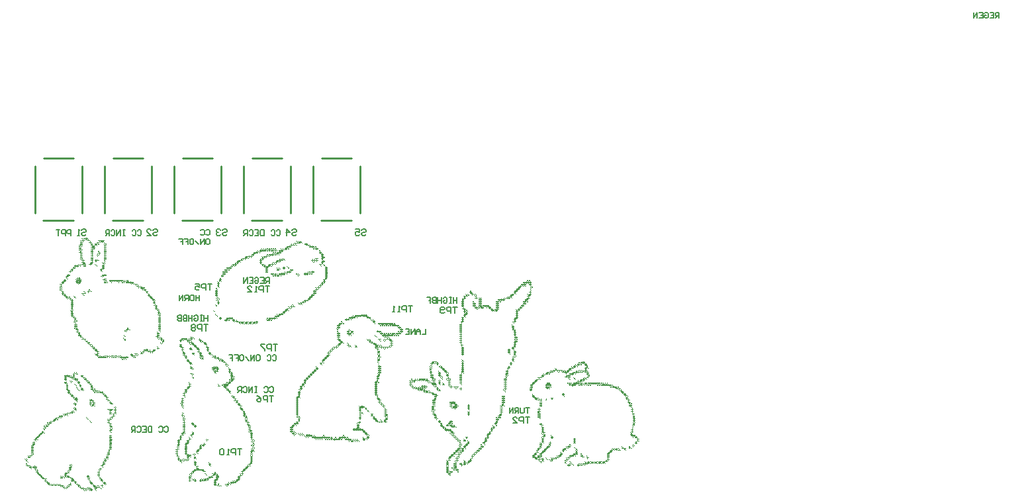
<source format=gbo>
G04*
G04 #@! TF.GenerationSoftware,Altium Limited,Altium Designer,19.1.9 (167)*
G04*
G04 Layer_Color=32896*
%FSLAX25Y25*%
%MOIN*%
G70*
G01*
G75*
%ADD13C,0.01000*%
%ADD15C,0.00591*%
%ADD16C,0.00591*%
G36*
X32700Y129639D02*
X33160D01*
Y129179D01*
X33620D01*
Y128719D01*
X34080D01*
Y128260D01*
X34540D01*
Y127800D01*
X35000D01*
Y127340D01*
X34540D01*
Y126880D01*
X35460D01*
Y126420D01*
Y125960D01*
X36840D01*
Y125500D01*
X36380D01*
Y125040D01*
X36840D01*
Y124580D01*
X36380D01*
Y124120D01*
X35920D01*
Y124580D01*
X35460D01*
Y124120D01*
X35920D01*
Y123660D01*
X35460D01*
Y123200D01*
X35920D01*
Y122740D01*
X35460D01*
Y122281D01*
X35920D01*
Y121821D01*
X35460D01*
Y121361D01*
X35920D01*
Y120901D01*
X35460D01*
Y120441D01*
X35920D01*
Y119981D01*
X35460D01*
Y120441D01*
X35000D01*
Y120901D01*
X34540D01*
Y121361D01*
X35000D01*
Y121821D01*
X34540D01*
Y122281D01*
X35000D01*
Y122740D01*
X34540D01*
Y123200D01*
X35000D01*
Y123660D01*
X34540D01*
Y124120D01*
X35000D01*
Y124580D01*
X34540D01*
Y125040D01*
X35000D01*
Y125500D01*
X34540D01*
Y125960D01*
X35000D01*
Y126420D01*
X34540D01*
Y126880D01*
X34080D01*
Y127340D01*
X33620D01*
Y127800D01*
X34080D01*
Y128260D01*
X32700D01*
Y128719D01*
X32240D01*
Y129179D01*
X31780D01*
Y128719D01*
X31321D01*
Y129179D01*
X30861D01*
Y129639D01*
X31321D01*
Y130099D01*
X31780D01*
Y129639D01*
X32240D01*
Y130099D01*
X32700D01*
Y129639D01*
D02*
G37*
G36*
X140252Y127922D02*
X140738D01*
Y127437D01*
X141223D01*
Y126952D01*
X140738D01*
Y127437D01*
X140252D01*
Y126952D01*
X137825D01*
Y126466D01*
X138311D01*
Y125981D01*
X137825D01*
Y126466D01*
X137340D01*
Y126952D01*
X136854D01*
Y127437D01*
X138311D01*
Y127922D01*
X137825D01*
Y128408D01*
X138311D01*
Y127922D01*
X138796D01*
Y127437D01*
X139282D01*
Y127922D01*
X138796D01*
Y128408D01*
X139282D01*
Y127922D01*
X139767D01*
Y128408D01*
X140252D01*
Y127922D01*
D02*
G37*
G36*
X30401Y129179D02*
X30861D01*
Y128719D01*
X31321D01*
Y128260D01*
X30861D01*
Y127800D01*
X30401D01*
Y128260D01*
X29941D01*
Y128719D01*
X30401D01*
Y129179D01*
X29941D01*
Y129639D01*
X30401D01*
Y129179D01*
D02*
G37*
G36*
X136854Y126466D02*
X137340D01*
Y125981D01*
X135883D01*
Y125495D01*
X135398D01*
Y125981D01*
X134913D01*
Y126466D01*
X135398D01*
Y126952D01*
X135883D01*
Y126466D01*
X136369D01*
Y126952D01*
X136854D01*
Y126466D01*
D02*
G37*
G36*
X41439Y128260D02*
X40979D01*
Y127800D01*
X41439D01*
Y127340D01*
X41899D01*
Y126880D01*
X42359D01*
Y126420D01*
X41899D01*
Y126880D01*
X41439D01*
Y127340D01*
X40979D01*
Y127800D01*
X40519D01*
Y127340D01*
X40059D01*
Y127800D01*
X39599D01*
Y128260D01*
X39139D01*
Y127800D01*
X39599D01*
Y127340D01*
X39139D01*
Y127800D01*
X38679D01*
Y128260D01*
X38219D01*
Y128719D01*
X41439D01*
Y128260D01*
D02*
G37*
G36*
X38679Y127340D02*
X38219D01*
Y126880D01*
X38679D01*
Y126420D01*
X38219D01*
Y126880D01*
X37760D01*
Y127340D01*
X37300D01*
Y127800D01*
X38679D01*
Y127340D01*
D02*
G37*
G36*
X37760Y126420D02*
X37300D01*
Y125960D01*
X37760D01*
Y125500D01*
X37300D01*
Y125960D01*
X36840D01*
Y126420D01*
X36380D01*
Y126880D01*
X37760D01*
Y126420D01*
D02*
G37*
G36*
X29481Y128260D02*
X29941D01*
Y127800D01*
X30401D01*
Y127340D01*
X29941D01*
Y126880D01*
X30401D01*
Y126420D01*
X29941D01*
Y125960D01*
X30401D01*
Y125500D01*
X29941D01*
Y125960D01*
X29481D01*
Y125500D01*
X29941D01*
Y125040D01*
X29481D01*
Y125500D01*
X29021D01*
Y125960D01*
X28561D01*
Y126420D01*
X29021D01*
Y126880D01*
X29481D01*
Y127340D01*
X29021D01*
Y127800D01*
X29481D01*
Y128260D01*
X29021D01*
Y128719D01*
X29481D01*
Y128260D01*
D02*
G37*
G36*
X134913Y125495D02*
X135398D01*
Y125010D01*
X133942D01*
Y124524D01*
X134427D01*
Y124039D01*
X133942D01*
Y124524D01*
X133456D01*
Y124039D01*
X132971D01*
Y123554D01*
X132485D01*
Y124039D01*
X132000D01*
Y124524D01*
X132485D01*
Y125010D01*
X132971D01*
Y125495D01*
X134427D01*
Y125981D01*
X134913D01*
Y125495D01*
D02*
G37*
G36*
X122777Y124039D02*
X123262D01*
Y123554D01*
X123748D01*
Y123068D01*
X123262D01*
Y123554D01*
X122777D01*
Y123068D01*
X120350D01*
Y122583D01*
X119864D01*
Y123068D01*
X119379D01*
Y123554D01*
X119864D01*
Y124039D01*
X120350D01*
Y123554D01*
X120835D01*
Y124039D01*
X120350D01*
Y124524D01*
X120835D01*
Y124039D01*
X121320D01*
Y123554D01*
X121806D01*
Y124039D01*
X121320D01*
Y124524D01*
X121806D01*
Y124039D01*
X122291D01*
Y124524D01*
X122777D01*
Y124039D01*
D02*
G37*
G36*
X29021Y125040D02*
X29481D01*
Y124580D01*
X29941D01*
Y124120D01*
X30401D01*
Y123660D01*
X29941D01*
Y124120D01*
X29481D01*
Y123660D01*
X29941D01*
Y123200D01*
Y122740D01*
Y122281D01*
X30401D01*
Y121821D01*
X29941D01*
Y121361D01*
X30401D01*
Y120901D01*
X29941D01*
Y120441D01*
X30401D01*
Y119981D01*
X29941D01*
Y119521D01*
X30401D01*
Y119061D01*
X30861D01*
Y118601D01*
X31321D01*
Y118141D01*
X30861D01*
Y117681D01*
X31321D01*
Y117221D01*
X31780D01*
Y116761D01*
X32240D01*
Y116302D01*
X31780D01*
Y115842D01*
X32240D01*
Y115382D01*
X30861D01*
Y115842D01*
X30401D01*
Y116302D01*
X29941D01*
Y116761D01*
X30401D01*
Y117221D01*
X29941D01*
Y117681D01*
X30401D01*
Y118141D01*
X29941D01*
Y118601D01*
X29481D01*
Y119061D01*
X29021D01*
Y119521D01*
X29481D01*
Y119061D01*
X29941D01*
Y118601D01*
X30401D01*
Y119061D01*
X29941D01*
Y119521D01*
X29481D01*
Y119981D01*
X29021D01*
Y120441D01*
X29481D01*
Y120901D01*
X29021D01*
Y121361D01*
X29481D01*
Y121821D01*
X29021D01*
Y122281D01*
X28561D01*
Y122740D01*
X29021D01*
Y123200D01*
X28561D01*
Y123660D01*
X29021D01*
Y123200D01*
X29481D01*
Y123660D01*
X29021D01*
Y124120D01*
X28561D01*
Y124580D01*
X29021D01*
Y125040D01*
X28561D01*
Y125500D01*
X29021D01*
Y125040D01*
D02*
G37*
G36*
X143165Y126952D02*
X143650D01*
Y126466D01*
X145107D01*
Y125981D01*
X145592D01*
Y125495D01*
X146078D01*
Y125981D01*
X146563D01*
Y125495D01*
X147049D01*
Y125010D01*
X147534D01*
Y124524D01*
X148020D01*
Y125010D01*
X147534D01*
Y125495D01*
X148020D01*
Y125010D01*
X148505D01*
Y124524D01*
X148990D01*
Y124039D01*
X148505D01*
Y123554D01*
X148020D01*
Y124039D01*
X147534D01*
Y124524D01*
X147049D01*
Y125010D01*
X146563D01*
Y124524D01*
X147049D01*
Y124039D01*
X146563D01*
Y124524D01*
X146078D01*
Y125010D01*
X144621D01*
Y125495D01*
X144136D01*
Y125981D01*
X142680D01*
Y126466D01*
X142194D01*
Y126952D01*
X142680D01*
Y127437D01*
X143165D01*
Y126952D01*
D02*
G37*
G36*
X131515Y124039D02*
X132000D01*
Y123554D01*
X131515D01*
Y124039D01*
X131029D01*
Y124524D01*
X131515D01*
Y124039D01*
D02*
G37*
G36*
X125689D02*
X126175D01*
Y123554D01*
X126660D01*
Y123068D01*
X125204D01*
Y123554D01*
X124718D01*
Y123068D01*
X124233D01*
Y123554D01*
X123748D01*
Y124039D01*
X123262D01*
Y124524D01*
X123748D01*
Y124039D01*
X124233D01*
Y124524D01*
X124718D01*
Y124039D01*
X125204D01*
Y123554D01*
X125689D01*
Y124039D01*
X125204D01*
Y124524D01*
X125689D01*
Y124039D01*
D02*
G37*
G36*
X127631D02*
X128117D01*
Y123554D01*
X128602D01*
Y123068D01*
X128117D01*
Y123554D01*
X127631D01*
Y124039D01*
X127146D01*
Y124524D01*
X127631D01*
Y124039D01*
D02*
G37*
G36*
X126660D02*
X127146D01*
Y123554D01*
X127631D01*
Y123068D01*
X127146D01*
Y123554D01*
X126660D01*
Y124039D01*
X126175D01*
Y124524D01*
X126660D01*
Y124039D01*
D02*
G37*
G36*
X130544D02*
X131029D01*
Y123554D01*
X131515D01*
Y123068D01*
X131029D01*
Y122583D01*
X130544D01*
Y123068D01*
X130058D01*
Y122583D01*
X130544D01*
Y122097D01*
X129087D01*
Y121612D01*
X129573D01*
Y121126D01*
X129087D01*
Y121612D01*
X128602D01*
Y121126D01*
X128117D01*
Y121612D01*
X127631D01*
Y122097D01*
X127146D01*
Y122583D01*
X127631D01*
Y122097D01*
X128117D01*
Y122583D01*
X129573D01*
Y123068D01*
X129087D01*
Y123554D01*
X130544D01*
Y124039D01*
X130058D01*
Y124524D01*
X130544D01*
Y124039D01*
D02*
G37*
G36*
X118893Y123068D02*
X119379D01*
Y122583D01*
X119864D01*
Y122097D01*
X119379D01*
Y122583D01*
X118893D01*
Y123068D01*
X118408D01*
Y123554D01*
X118893D01*
Y123068D01*
D02*
G37*
G36*
X38679Y122740D02*
X39139D01*
Y122281D01*
X39599D01*
Y121821D01*
X39139D01*
Y121361D01*
X38679D01*
Y121821D01*
X38219D01*
Y122281D01*
X38679D01*
Y122740D01*
X38219D01*
Y123200D01*
X38679D01*
Y122740D01*
D02*
G37*
G36*
X126660Y122097D02*
X127146D01*
Y121612D01*
X127631D01*
Y121126D01*
X127146D01*
Y121612D01*
X126660D01*
Y122097D01*
X126175D01*
Y122583D01*
X126660D01*
Y122097D01*
D02*
G37*
G36*
X38219Y121361D02*
X38679D01*
Y120901D01*
X38219D01*
Y121361D01*
X37760D01*
Y121821D01*
X38219D01*
Y121361D01*
D02*
G37*
G36*
X126175Y121612D02*
X126660D01*
Y121126D01*
X126175D01*
Y120641D01*
X125689D01*
Y121126D01*
X125204D01*
Y120641D01*
X124718D01*
Y121126D01*
X124233D01*
Y121612D01*
X125689D01*
Y122097D01*
X126175D01*
Y121612D01*
D02*
G37*
G36*
X118408Y122583D02*
X118893D01*
Y122097D01*
X117437D01*
Y121612D01*
X116951D01*
Y121126D01*
X116466D01*
Y120641D01*
X115981D01*
Y121126D01*
X115495D01*
Y121612D01*
X115981D01*
Y122097D01*
X116466D01*
Y122583D01*
X117922D01*
Y123068D01*
X118408D01*
Y122583D01*
D02*
G37*
G36*
X115495Y120641D02*
X115981D01*
Y120156D01*
X115495D01*
Y119670D01*
X115010D01*
Y120156D01*
X114524D01*
Y119670D01*
X114039D01*
Y120156D01*
X113553D01*
Y119670D01*
X114039D01*
Y119185D01*
X113553D01*
Y119670D01*
X113068D01*
Y119185D01*
X112582D01*
Y118699D01*
X112097D01*
Y119185D01*
X111611D01*
Y118699D01*
X111126D01*
Y119185D01*
X110641D01*
Y119670D01*
X112097D01*
Y120156D01*
X112582D01*
Y120641D01*
X114039D01*
Y121126D01*
X114524D01*
Y120641D01*
X115010D01*
Y121126D01*
X115495D01*
Y120641D01*
D02*
G37*
G36*
X37760Y120901D02*
X38219D01*
Y120441D01*
X37760D01*
Y120901D01*
X37300D01*
Y121361D01*
X37760D01*
Y120901D01*
D02*
G37*
G36*
X123748Y121126D02*
X124233D01*
Y120641D01*
X124718D01*
Y120156D01*
X124233D01*
Y120641D01*
X123748D01*
Y121126D01*
X123262D01*
Y121612D01*
X123748D01*
Y121126D01*
D02*
G37*
G36*
X123262Y120641D02*
X123748D01*
Y120156D01*
X123262D01*
Y119670D01*
X122777D01*
Y120156D01*
X122291D01*
Y119670D01*
X121806D01*
Y120156D01*
X121320D01*
Y120641D01*
X122777D01*
Y121126D01*
X123262D01*
Y120641D01*
D02*
G37*
G36*
X148990Y119185D02*
X148505D01*
Y118699D01*
X148990D01*
Y118214D01*
X148505D01*
Y117728D01*
X148020D01*
Y118214D01*
X147534D01*
Y117728D01*
X147049D01*
Y118214D01*
X146563D01*
Y117728D01*
X147049D01*
Y117243D01*
X146563D01*
Y117728D01*
X146078D01*
Y118214D01*
X145592D01*
Y118699D01*
X146078D01*
Y119185D01*
X146563D01*
Y118699D01*
X147049D01*
Y119185D01*
X147534D01*
Y118699D01*
X148020D01*
Y119185D01*
X147534D01*
Y119670D01*
X148990D01*
Y119185D01*
D02*
G37*
G36*
X131029Y118699D02*
X131515D01*
Y118214D01*
X130058D01*
Y117728D01*
X129573D01*
Y118214D01*
X129087D01*
Y117728D01*
X129573D01*
Y117243D01*
X129087D01*
Y117728D01*
X128602D01*
Y117243D01*
X128117D01*
Y116757D01*
X127631D01*
Y117243D01*
X127146D01*
Y117728D01*
X127631D01*
Y118214D01*
X128117D01*
Y118699D01*
X129573D01*
Y119185D01*
X130058D01*
Y118699D01*
X130544D01*
Y119185D01*
X131029D01*
Y118699D01*
D02*
G37*
G36*
X120835Y120156D02*
X121320D01*
Y119670D01*
X121806D01*
Y119185D01*
X121320D01*
Y118699D01*
X120835D01*
Y119185D01*
X120350D01*
Y119670D01*
X120835D01*
Y120156D01*
X120350D01*
Y120641D01*
X120835D01*
Y120156D01*
D02*
G37*
G36*
X38219Y118601D02*
X38679D01*
Y118141D01*
X37300D01*
Y117681D01*
X36840D01*
Y118141D01*
X36380D01*
Y118601D01*
X36840D01*
Y119061D01*
X37300D01*
Y118601D01*
X37760D01*
Y119061D01*
X38219D01*
Y118601D01*
D02*
G37*
G36*
X131515Y119185D02*
X132000D01*
Y118699D01*
X132485D01*
Y118214D01*
X132000D01*
Y118699D01*
X131515D01*
Y119185D01*
X131029D01*
Y119670D01*
X131515D01*
Y119185D01*
D02*
G37*
G36*
X41439Y126420D02*
X41899D01*
Y125960D01*
X42359D01*
Y125500D01*
X41899D01*
Y125040D01*
X42359D01*
Y124580D01*
X41899D01*
Y124120D01*
X42359D01*
Y123660D01*
X41899D01*
Y123200D01*
X42359D01*
Y122740D01*
X41899D01*
Y122281D01*
X42359D01*
Y121821D01*
X41899D01*
Y121361D01*
X42359D01*
Y120901D01*
X41899D01*
Y120441D01*
X42359D01*
Y119981D01*
X41899D01*
Y119521D01*
X42359D01*
Y119061D01*
X41899D01*
Y118601D01*
Y118141D01*
Y117681D01*
X41439D01*
Y118141D01*
X40979D01*
Y118601D01*
X41439D01*
Y119061D01*
X40979D01*
Y119521D01*
X41439D01*
Y119981D01*
X40979D01*
Y120441D01*
X41439D01*
Y120901D01*
X40979D01*
Y121361D01*
X41439D01*
Y121821D01*
X40979D01*
Y122281D01*
X41439D01*
Y122740D01*
X40979D01*
Y123200D01*
X41439D01*
Y123660D01*
X40979D01*
Y124120D01*
X41439D01*
Y124580D01*
X40979D01*
Y125040D01*
X41439D01*
Y125500D01*
X40979D01*
Y125960D01*
X41439D01*
Y126420D01*
X40979D01*
Y126880D01*
X41439D01*
Y126420D01*
D02*
G37*
G36*
X110641Y118699D02*
X111126D01*
Y118214D01*
X109670D01*
Y117728D01*
X110155D01*
Y117243D01*
X109670D01*
Y117728D01*
X109184D01*
Y117243D01*
X108699D01*
Y116757D01*
X108213D01*
Y117243D01*
X107728D01*
Y117728D01*
X108213D01*
Y118214D01*
X108699D01*
Y118699D01*
X110155D01*
Y119185D01*
X110641D01*
Y118699D01*
D02*
G37*
G36*
X41439Y117221D02*
X41899D01*
Y116761D01*
X41439D01*
Y117221D01*
X40979D01*
Y117681D01*
X41439D01*
Y117221D01*
D02*
G37*
G36*
X40519D02*
X40979D01*
Y116761D01*
X41439D01*
Y116302D01*
X40979D01*
Y116761D01*
X40519D01*
Y117221D01*
X40059D01*
Y117681D01*
X40519D01*
Y117221D01*
D02*
G37*
G36*
X126660Y117243D02*
X127146D01*
Y116757D01*
X127631D01*
Y116272D01*
X127146D01*
Y116757D01*
X126660D01*
Y117243D01*
X126175D01*
Y117728D01*
X126660D01*
Y117243D01*
D02*
G37*
G36*
X35000Y119981D02*
X35460D01*
Y119521D01*
X35920D01*
Y119061D01*
X35460D01*
Y118601D01*
X35920D01*
Y118141D01*
X35460D01*
Y117681D01*
X35920D01*
Y117221D01*
X35460D01*
Y116761D01*
X35000D01*
Y116302D01*
X34540D01*
Y115842D01*
X34080D01*
Y116302D01*
X33620D01*
Y116761D01*
X34080D01*
Y117221D01*
X34540D01*
Y117681D01*
X35000D01*
Y118141D01*
X34540D01*
Y118601D01*
X35000D01*
Y119061D01*
X34540D01*
Y119521D01*
X35000D01*
Y119981D01*
X34540D01*
Y120441D01*
X35000D01*
Y119981D01*
D02*
G37*
G36*
X29481Y116302D02*
X29941D01*
Y115842D01*
X29481D01*
Y116302D01*
X29021D01*
Y116761D01*
X29481D01*
Y116302D01*
D02*
G37*
G36*
X28101Y115842D02*
X28561D01*
Y115382D01*
X28101D01*
Y114922D01*
X27641D01*
Y115382D01*
X27181D01*
Y114922D01*
X26721D01*
Y115382D01*
X26261D01*
Y115842D01*
X26721D01*
Y116302D01*
X27181D01*
Y115842D01*
X27641D01*
Y116302D01*
X28101D01*
Y115842D01*
D02*
G37*
G36*
X120350Y118699D02*
X120835D01*
Y118214D01*
X120350D01*
Y117728D01*
X120835D01*
Y117243D01*
X120350D01*
Y116757D01*
X121806D01*
Y116272D01*
X122291D01*
Y115787D01*
X123748D01*
Y116272D01*
X124233D01*
Y116757D01*
X125689D01*
Y117243D01*
X126175D01*
Y116757D01*
X126660D01*
Y116272D01*
X126175D01*
Y115787D01*
X125689D01*
Y116272D01*
X125204D01*
Y115787D01*
X125689D01*
Y115301D01*
X125204D01*
Y115787D01*
X124718D01*
Y115301D01*
X124233D01*
Y114816D01*
X123748D01*
Y114330D01*
X123262D01*
Y113845D01*
X123748D01*
Y113359D01*
X123262D01*
Y112874D01*
X123748D01*
Y112389D01*
X122291D01*
Y112874D01*
X122777D01*
Y113359D01*
X122291D01*
Y113845D01*
X122777D01*
Y114330D01*
X122291D01*
Y114816D01*
X121806D01*
Y115301D01*
X121320D01*
Y115787D01*
X120835D01*
Y116272D01*
X120350D01*
Y116757D01*
X119864D01*
Y117243D01*
X119379D01*
Y117728D01*
X119864D01*
Y118214D01*
X119379D01*
Y118699D01*
X119864D01*
Y119185D01*
X120350D01*
Y118699D01*
D02*
G37*
G36*
X107728Y116757D02*
X108213D01*
Y116272D01*
X107728D01*
Y115787D01*
X107243D01*
Y116272D01*
X106757D01*
Y115787D01*
X107243D01*
Y115301D01*
X106757D01*
Y115787D01*
X106272D01*
Y116272D01*
X105786D01*
Y116757D01*
X107243D01*
Y117243D01*
X107728D01*
Y116757D01*
D02*
G37*
G36*
X36840Y116302D02*
X37300D01*
Y115842D01*
X37760D01*
Y115382D01*
X37300D01*
Y115842D01*
X36840D01*
Y116302D01*
X36380D01*
Y116761D01*
X36840D01*
Y116302D01*
D02*
G37*
G36*
X28561D02*
X29021D01*
Y115842D01*
X29481D01*
Y115382D01*
X29021D01*
Y115842D01*
X28561D01*
Y116302D01*
X28101D01*
Y116761D01*
X28561D01*
Y116302D01*
D02*
G37*
G36*
X150932Y116272D02*
X150447D01*
Y115787D01*
X150932D01*
Y115301D01*
X150447D01*
Y115787D01*
X149961D01*
Y116272D01*
X149476D01*
Y116757D01*
X150932D01*
Y116272D01*
D02*
G37*
G36*
X105786Y115787D02*
X106272D01*
Y115301D01*
X105786D01*
Y114816D01*
X105301D01*
Y115301D01*
X104815D01*
Y115787D01*
X105301D01*
Y116272D01*
X105786D01*
Y115787D01*
D02*
G37*
G36*
X26261Y114922D02*
X26721D01*
Y114462D01*
X25342D01*
Y114922D01*
X25802D01*
Y115382D01*
X26261D01*
Y114922D01*
D02*
G37*
G36*
X133456Y115301D02*
X133942D01*
Y114816D01*
X134427D01*
Y114330D01*
X133942D01*
Y114816D01*
X133456D01*
Y115301D01*
X132971D01*
Y115787D01*
X133456D01*
Y115301D01*
D02*
G37*
G36*
X40979Y115842D02*
X41439D01*
Y115382D01*
X40979D01*
Y114922D01*
X41439D01*
Y114462D01*
X40979D01*
Y114002D01*
X40519D01*
Y114462D01*
X40059D01*
Y114922D01*
X40519D01*
Y115382D01*
X40059D01*
Y115842D01*
X40519D01*
Y116302D01*
X40979D01*
Y115842D01*
D02*
G37*
G36*
X132000Y114816D02*
X132485D01*
Y114330D01*
X132000D01*
Y113845D01*
X131515D01*
Y114330D01*
X131029D01*
Y114816D01*
X131515D01*
Y115301D01*
X132000D01*
Y114816D01*
D02*
G37*
G36*
X129573Y114330D02*
X130058D01*
Y113845D01*
X129573D01*
Y114330D01*
X129087D01*
Y114816D01*
X129573D01*
Y114330D01*
D02*
G37*
G36*
X104815Y114816D02*
X105301D01*
Y114330D01*
X104815D01*
Y113845D01*
X104330D01*
Y114330D01*
X103844D01*
Y113845D01*
X104330D01*
Y113359D01*
X103844D01*
Y113845D01*
X103359D01*
Y114330D01*
X102874D01*
Y114816D01*
X104330D01*
Y115301D01*
X104815D01*
Y114816D01*
D02*
G37*
G36*
X128602Y114330D02*
X129087D01*
Y113845D01*
X129573D01*
Y113359D01*
X128117D01*
Y113845D01*
X128602D01*
Y114330D01*
X128117D01*
Y114816D01*
X128602D01*
Y114330D01*
D02*
G37*
G36*
X25342Y114002D02*
X25802D01*
Y113542D01*
X25342D01*
Y113082D01*
X24882D01*
Y113542D01*
X24422D01*
Y114002D01*
X24882D01*
Y114462D01*
X25342D01*
Y114002D01*
D02*
G37*
G36*
X136369Y113359D02*
X135883D01*
Y112874D01*
X135398D01*
Y113359D01*
X134913D01*
Y113845D01*
X136369D01*
Y113359D01*
D02*
G37*
G36*
X40059Y114002D02*
X40519D01*
Y113542D01*
X40059D01*
Y113082D01*
X40519D01*
Y112622D01*
X40059D01*
Y113082D01*
X39599D01*
Y113542D01*
X39139D01*
Y114002D01*
X39599D01*
Y114462D01*
X40059D01*
Y114002D01*
D02*
G37*
G36*
X24422Y113082D02*
X24882D01*
Y112622D01*
X24422D01*
Y112162D01*
X23962D01*
Y112622D01*
X23502D01*
Y113082D01*
X23962D01*
Y113542D01*
X24422D01*
Y113082D01*
D02*
G37*
G36*
X146563Y112874D02*
X147049D01*
Y112389D01*
X146563D01*
Y111903D01*
X146078D01*
Y112389D01*
X145592D01*
Y112874D01*
X146078D01*
Y113359D01*
X146563D01*
Y112874D01*
D02*
G37*
G36*
X143650Y111903D02*
X144136D01*
Y111418D01*
X143650D01*
Y110932D01*
X143165D01*
Y111418D01*
X142680D01*
Y110932D01*
X142194D01*
Y111418D01*
X141709D01*
Y111903D01*
X142194D01*
Y112389D01*
X142680D01*
Y111903D01*
X143165D01*
Y112389D01*
X143650D01*
Y111903D01*
D02*
G37*
G36*
X134913Y112874D02*
X135398D01*
Y112389D01*
X134913D01*
Y111903D01*
X134427D01*
Y112389D01*
X133942D01*
Y111903D01*
X133456D01*
Y112389D01*
X132971D01*
Y112874D01*
X134427D01*
Y113359D01*
X134913D01*
Y112874D01*
D02*
G37*
G36*
X132000Y111903D02*
X132485D01*
Y111418D01*
X132000D01*
Y110932D01*
X131515D01*
Y111418D01*
X131029D01*
Y110932D01*
X130544D01*
Y111418D01*
X130058D01*
Y110932D01*
X130544D01*
Y110447D01*
X130058D01*
Y110932D01*
X129573D01*
Y111418D01*
X129087D01*
Y111903D01*
X130544D01*
Y112389D01*
X131029D01*
Y111903D01*
X131515D01*
Y112389D01*
X132000D01*
Y111903D01*
D02*
G37*
G36*
X145107Y112389D02*
X145592D01*
Y111903D01*
X146078D01*
Y111418D01*
X145592D01*
Y111903D01*
X145107D01*
Y112389D01*
X144621D01*
Y112874D01*
X145107D01*
Y112389D01*
D02*
G37*
G36*
X144136D02*
X144621D01*
Y111903D01*
X145107D01*
Y111418D01*
X144621D01*
Y111903D01*
X144136D01*
Y112389D01*
X143650D01*
Y112874D01*
X144136D01*
Y112389D01*
D02*
G37*
G36*
X132485D02*
X132971D01*
Y111903D01*
X133456D01*
Y111418D01*
X132971D01*
Y111903D01*
X132485D01*
Y112389D01*
X132000D01*
Y112874D01*
X132485D01*
Y112389D01*
D02*
G37*
G36*
X139282Y111418D02*
X139767D01*
Y110932D01*
X139282D01*
Y111418D01*
X138796D01*
Y111903D01*
X139282D01*
Y111418D01*
D02*
G37*
G36*
X128602D02*
X129087D01*
Y110932D01*
X129573D01*
Y110447D01*
X128117D01*
Y110932D01*
X127631D01*
Y110447D01*
X127146D01*
Y110932D01*
X126660D01*
Y111418D01*
X126175D01*
Y110932D01*
X126660D01*
Y110447D01*
X126175D01*
Y110932D01*
X125689D01*
Y111418D01*
X125204D01*
Y111903D01*
X126660D01*
Y111418D01*
X127146D01*
Y111903D01*
X127631D01*
Y111418D01*
X128117D01*
Y110932D01*
X128602D01*
Y111418D01*
X128117D01*
Y111903D01*
X128602D01*
Y111418D01*
D02*
G37*
G36*
X103359Y113359D02*
X102874D01*
Y112874D01*
X103359D01*
Y112389D01*
X101903D01*
Y111903D01*
X102388D01*
Y111418D01*
X101903D01*
Y110932D01*
X101417D01*
Y111418D01*
X100932D01*
Y111903D01*
X101417D01*
Y112389D01*
X100932D01*
Y112874D01*
X102388D01*
Y113359D01*
X101903D01*
Y113845D01*
X103359D01*
Y113359D01*
D02*
G37*
G36*
X138311Y111418D02*
X138796D01*
Y110932D01*
X139282D01*
Y110447D01*
X138796D01*
Y110932D01*
X138311D01*
Y111418D01*
X137825D01*
Y111903D01*
X138311D01*
Y111418D01*
D02*
G37*
G36*
X41899Y111242D02*
X42359D01*
Y110782D01*
X40979D01*
Y110322D01*
X40519D01*
Y110782D01*
X40059D01*
Y111242D01*
X41439D01*
Y111702D01*
X41899D01*
Y111242D01*
D02*
G37*
G36*
X100932Y110932D02*
X101417D01*
Y110447D01*
X100932D01*
Y109961D01*
X100446D01*
Y110447D01*
X99961D01*
Y110932D01*
X100446D01*
Y111418D01*
X100932D01*
Y110932D01*
D02*
G37*
G36*
X40059Y110322D02*
X40519D01*
Y109862D01*
X40059D01*
Y110322D01*
X39599D01*
Y110782D01*
X40059D01*
Y110322D01*
D02*
G37*
G36*
X29021Y109403D02*
X29481D01*
Y108943D01*
X29941D01*
Y108483D01*
Y108023D01*
Y107563D01*
X29481D01*
Y107103D01*
X29021D01*
Y106643D01*
X28561D01*
Y107103D01*
X28101D01*
Y106643D01*
X28561D01*
Y106183D01*
X28101D01*
Y106643D01*
X27641D01*
Y107103D01*
X27181D01*
Y107563D01*
X26721D01*
Y108023D01*
X27181D01*
Y108483D01*
X26721D01*
Y108943D01*
X27181D01*
Y108483D01*
X27641D01*
Y108943D01*
X27181D01*
Y109403D01*
X27641D01*
Y109862D01*
X28101D01*
Y109403D01*
X28561D01*
Y109862D01*
X29021D01*
Y109403D01*
D02*
G37*
G36*
X23502Y111242D02*
X23962D01*
Y110782D01*
X23502D01*
Y110322D01*
X23042D01*
Y109862D01*
X22582D01*
Y109403D01*
X23042D01*
Y108943D01*
X22582D01*
Y109403D01*
X22122D01*
Y109862D01*
X21662D01*
Y110322D01*
X22122D01*
Y110782D01*
X22582D01*
Y111242D01*
X23042D01*
Y111702D01*
X23502D01*
Y111242D01*
D02*
G37*
G36*
X53397Y108023D02*
X53857D01*
Y107563D01*
X54317D01*
Y108023D01*
X54777D01*
Y107563D01*
X56157D01*
Y107103D01*
X56616D01*
Y106643D01*
X57996D01*
Y106183D01*
X58456D01*
Y105723D01*
X58916D01*
Y105263D01*
X59376D01*
Y104803D01*
X59836D01*
Y105263D01*
X59376D01*
Y105723D01*
X59836D01*
Y105263D01*
X60296D01*
Y104803D01*
X61676D01*
Y104343D01*
X61216D01*
Y103884D01*
X62595D01*
Y103424D01*
X62136D01*
Y102964D01*
X63515D01*
Y102504D01*
X63055D01*
Y102044D01*
X63515D01*
Y101584D01*
X63975D01*
Y101124D01*
X64435D01*
Y100664D01*
X64895D01*
Y100204D01*
X65355D01*
Y99744D01*
X65815D01*
Y99284D01*
X66275D01*
Y98824D01*
X66735D01*
Y98364D01*
X67195D01*
Y97904D01*
X66735D01*
Y98364D01*
X66275D01*
Y97904D01*
X66735D01*
Y97445D01*
X67195D01*
Y96985D01*
X66735D01*
Y96525D01*
X67195D01*
Y96065D01*
X67655D01*
Y95605D01*
X68115D01*
Y95145D01*
X67655D01*
Y94685D01*
X68115D01*
Y94225D01*
X68575D01*
Y93765D01*
X69034D01*
Y93305D01*
X68575D01*
Y92845D01*
X69034D01*
Y92385D01*
X69494D01*
Y91926D01*
X69954D01*
Y91466D01*
X69494D01*
Y91926D01*
X69034D01*
Y91466D01*
X69494D01*
Y91006D01*
X69954D01*
Y90546D01*
X69494D01*
Y90086D01*
X69954D01*
Y89626D01*
X69494D01*
Y89166D01*
X69954D01*
Y88706D01*
X69494D01*
Y88246D01*
X69954D01*
Y87786D01*
X69494D01*
Y87326D01*
X69954D01*
Y86866D01*
X69494D01*
Y86406D01*
X69954D01*
Y85946D01*
X69494D01*
Y85487D01*
X69954D01*
Y85027D01*
X69494D01*
Y84567D01*
X69954D01*
Y84107D01*
X69494D01*
Y83647D01*
X69954D01*
Y83187D01*
X69494D01*
Y82727D01*
X69954D01*
Y82267D01*
X69494D01*
Y82727D01*
X69034D01*
Y83187D01*
X68575D01*
Y83647D01*
X69034D01*
Y84107D01*
X68575D01*
Y84567D01*
X69034D01*
Y85027D01*
X68575D01*
Y85487D01*
X69034D01*
Y85946D01*
X68575D01*
Y86406D01*
X69034D01*
Y86866D01*
X68575D01*
Y87326D01*
X69034D01*
Y87786D01*
X68575D01*
Y88246D01*
X69034D01*
Y88706D01*
X68575D01*
Y89166D01*
X69034D01*
Y89626D01*
X68575D01*
Y90086D01*
X69034D01*
Y90546D01*
X68575D01*
Y91006D01*
X68115D01*
Y91466D01*
X68575D01*
Y91006D01*
X69034D01*
Y91466D01*
X68575D01*
Y91926D01*
X68115D01*
Y92385D01*
X68575D01*
Y92845D01*
X68115D01*
Y93305D01*
X67655D01*
Y93765D01*
X67195D01*
Y94225D01*
X66735D01*
Y94685D01*
X67195D01*
Y95145D01*
X66735D01*
Y95605D01*
X66275D01*
Y96065D01*
X66735D01*
Y95605D01*
X67195D01*
Y96065D01*
X66735D01*
Y96525D01*
X66275D01*
Y96985D01*
X65815D01*
Y97445D01*
X66275D01*
Y97904D01*
X65815D01*
Y98364D01*
X65355D01*
Y98824D01*
X64895D01*
Y99284D01*
X64435D01*
Y99744D01*
X63975D01*
Y100204D01*
X63515D01*
Y100664D01*
X63055D01*
Y101124D01*
X63515D01*
Y101584D01*
X63055D01*
Y102044D01*
X62595D01*
Y102504D01*
X62136D01*
Y102964D01*
X61676D01*
Y103424D01*
X61216D01*
Y103884D01*
X60756D01*
Y103424D01*
X60296D01*
Y103884D01*
X59836D01*
Y104343D01*
X59376D01*
Y104803D01*
X58916D01*
Y105263D01*
X58456D01*
Y104803D01*
X58916D01*
Y104343D01*
X58456D01*
Y104803D01*
X57996D01*
Y105263D01*
X57536D01*
Y105723D01*
X57076D01*
Y106183D01*
X56616D01*
Y106643D01*
X56157D01*
Y107103D01*
X55697D01*
Y106643D01*
X56157D01*
Y106183D01*
X55697D01*
Y106643D01*
X55237D01*
Y107103D01*
X54777D01*
Y106643D01*
X55237D01*
Y106183D01*
X54777D01*
Y106643D01*
X54317D01*
Y107103D01*
X52017D01*
Y107563D01*
X51557D01*
Y107103D01*
X51097D01*
Y107563D01*
X50638D01*
Y108023D01*
X50178D01*
Y107563D01*
X50638D01*
Y107103D01*
X50178D01*
Y107563D01*
X49718D01*
Y108023D01*
X49258D01*
Y107563D01*
X48798D01*
Y108023D01*
X48338D01*
Y107563D01*
X48798D01*
Y107103D01*
X48338D01*
Y107563D01*
X47878D01*
Y108023D01*
X47418D01*
Y107563D01*
X46958D01*
Y108023D01*
X46498D01*
Y107563D01*
X46038D01*
Y108023D01*
X45578D01*
Y107563D01*
X45118D01*
Y108023D01*
X44658D01*
Y107563D01*
X45118D01*
Y107103D01*
X44658D01*
Y107563D01*
X44199D01*
Y108023D01*
X43739D01*
Y108483D01*
X50638D01*
Y108023D01*
X51097D01*
Y108483D01*
X51557D01*
Y108023D01*
X52017D01*
Y107563D01*
X52477D01*
Y108023D01*
X52017D01*
Y108483D01*
X52477D01*
Y108023D01*
X52937D01*
Y108483D01*
X53397D01*
Y108023D01*
D02*
G37*
G36*
X255646Y108071D02*
X256133D01*
Y107584D01*
X256619D01*
Y107098D01*
X256133D01*
Y106612D01*
X256619D01*
Y106125D01*
X256133D01*
Y105639D01*
X256619D01*
Y105152D01*
X257105D01*
Y104666D01*
X256619D01*
Y105152D01*
X256133D01*
Y105639D01*
X255646D01*
Y106125D01*
X255160D01*
Y106612D01*
X254673D01*
Y107098D01*
X254187D01*
Y106612D01*
X253701D01*
Y107098D01*
X253214D01*
Y106612D01*
X253701D01*
Y106125D01*
X253214D01*
Y105639D01*
X253701D01*
Y105152D01*
X253214D01*
Y105639D01*
X252728D01*
Y106125D01*
X252241D01*
Y105639D01*
X252728D01*
Y105152D01*
X252241D01*
Y105639D01*
X251755D01*
Y106125D01*
X251269D01*
Y106612D01*
X252728D01*
Y107098D01*
X252241D01*
Y107584D01*
X253701D01*
Y108071D01*
X254187D01*
Y107584D01*
X254673D01*
Y108071D01*
X254187D01*
Y108557D01*
X254673D01*
Y108071D01*
X255160D01*
Y107584D01*
X255646D01*
Y108071D01*
X255160D01*
Y108557D01*
X255646D01*
Y108071D01*
D02*
G37*
G36*
X99961Y108990D02*
X100446D01*
Y108505D01*
X99961D01*
Y108019D01*
X100446D01*
Y107534D01*
X99961D01*
Y108019D01*
X99476D01*
Y107534D01*
X98990D01*
Y108019D01*
Y108505D01*
Y108990D01*
X99476D01*
Y109476D01*
X99961D01*
Y108990D01*
D02*
G37*
G36*
X42359Y108943D02*
X41899D01*
Y108483D01*
X42359D01*
Y108023D01*
X42819D01*
Y107563D01*
X43279D01*
Y107103D01*
X42819D01*
Y107563D01*
X42359D01*
Y108023D01*
X41899D01*
Y108483D01*
X41439D01*
Y108023D01*
X41899D01*
Y107563D01*
X42359D01*
Y107103D01*
X40979D01*
Y107563D01*
X41439D01*
Y108023D01*
X40979D01*
Y108483D01*
X40519D01*
Y108943D01*
X40979D01*
Y109403D01*
X42359D01*
Y108943D01*
D02*
G37*
G36*
X149961Y123068D02*
X150447D01*
Y122583D01*
X150932D01*
Y122097D01*
X151418D01*
Y121612D01*
X151903D01*
Y121126D01*
X151418D01*
Y120641D01*
X151903D01*
Y120156D01*
X152389D01*
Y119670D01*
X151903D01*
Y119185D01*
X151418D01*
Y118699D01*
X151903D01*
Y118214D01*
X152389D01*
Y117728D01*
X151903D01*
Y117243D01*
X151418D01*
Y116757D01*
X151903D01*
Y116272D01*
X152389D01*
Y115787D01*
X152874D01*
Y115301D01*
X153359D01*
Y114816D01*
X153845D01*
Y114330D01*
X153359D01*
Y113845D01*
X153845D01*
Y113359D01*
X153359D01*
Y112874D01*
X153845D01*
Y112389D01*
Y111903D01*
Y111418D01*
X153359D01*
Y110932D01*
X153845D01*
Y110447D01*
X153359D01*
Y109961D01*
X153845D01*
Y109476D01*
X153359D01*
Y108990D01*
X152874D01*
Y108505D01*
X152389D01*
Y108019D01*
X152874D01*
Y107534D01*
X152389D01*
Y107049D01*
X151903D01*
Y107534D01*
X151418D01*
Y108019D01*
X151903D01*
Y108505D01*
X151418D01*
Y108990D01*
X152389D01*
Y109476D01*
Y109961D01*
X152874D01*
Y110447D01*
X152389D01*
Y110932D01*
X152874D01*
Y111418D01*
X152389D01*
Y111903D01*
X152874D01*
Y112389D01*
X152389D01*
Y112874D01*
X152874D01*
Y113359D01*
X152389D01*
Y113845D01*
X152874D01*
Y114330D01*
X152389D01*
Y114816D01*
X152874D01*
Y115301D01*
X152389D01*
Y115787D01*
X151903D01*
Y116272D01*
X151418D01*
Y116757D01*
X150932D01*
Y117243D01*
X150447D01*
Y117728D01*
X150932D01*
Y118214D01*
X151418D01*
Y118699D01*
X150932D01*
Y119185D01*
X150447D01*
Y119670D01*
X150932D01*
Y120156D01*
X150447D01*
Y120641D01*
X150932D01*
Y121126D01*
X150447D01*
Y121612D01*
X149961D01*
Y122097D01*
X149476D01*
Y122583D01*
X149961D01*
Y123068D01*
X149476D01*
Y123554D01*
X149961D01*
Y123068D01*
D02*
G37*
G36*
X21662Y108483D02*
X22122D01*
Y108023D01*
X21662D01*
Y107563D01*
X21202D01*
Y107103D01*
X20742D01*
Y106643D01*
X20282D01*
Y107103D01*
X19823D01*
Y107563D01*
X20282D01*
Y108023D01*
X20742D01*
Y108483D01*
X21202D01*
Y108943D01*
X21662D01*
Y108483D01*
D02*
G37*
G36*
X151418Y107049D02*
X151903D01*
Y106563D01*
X151418D01*
Y106078D01*
X150932D01*
Y106563D01*
X150447D01*
Y107049D01*
X150932D01*
Y107534D01*
X151418D01*
Y107049D01*
D02*
G37*
G36*
X150447Y106078D02*
X150932D01*
Y105592D01*
X150447D01*
Y105107D01*
X149961D01*
Y105592D01*
X149476D01*
Y106078D01*
X149961D01*
Y106563D01*
X150447D01*
Y106078D01*
D02*
G37*
G36*
X98505Y107534D02*
X98990D01*
Y107049D01*
X99476D01*
Y106563D01*
X98990D01*
Y106078D01*
Y105592D01*
Y105107D01*
X99476D01*
Y104621D01*
X98990D01*
Y105107D01*
X98505D01*
Y105592D01*
X98019D01*
Y106078D01*
X98505D01*
Y106563D01*
X98019D01*
Y107049D01*
X98505D01*
Y107534D01*
X98019D01*
Y108019D01*
X98505D01*
Y107534D01*
D02*
G37*
G36*
X20282Y106183D02*
X19823D01*
Y105723D01*
X20282D01*
Y105263D01*
X19823D01*
Y104803D01*
X20282D01*
Y104343D01*
X19823D01*
Y104803D01*
X19363D01*
Y105263D01*
X18903D01*
Y105723D01*
X19363D01*
Y106183D01*
X18903D01*
Y106643D01*
X20282D01*
Y106183D01*
D02*
G37*
G36*
X256133Y104666D02*
X256619D01*
Y104180D01*
X256133D01*
Y104666D01*
X255646D01*
Y105152D01*
X256133D01*
Y104666D01*
D02*
G37*
G36*
X149476Y105107D02*
X149961D01*
Y104621D01*
X149476D01*
Y104136D01*
X148990D01*
Y104621D01*
X148505D01*
Y105107D01*
X148990D01*
Y105592D01*
X149476D01*
Y105107D01*
D02*
G37*
G36*
X98019Y104136D02*
X98505D01*
Y103650D01*
X98019D01*
Y104136D01*
X97534D01*
Y104621D01*
X98019D01*
Y104136D01*
D02*
G37*
G36*
X19363Y104343D02*
X19823D01*
Y103884D01*
X20282D01*
Y103424D01*
X19823D01*
Y103884D01*
X19363D01*
Y104343D01*
X18903D01*
Y104803D01*
X19363D01*
Y104343D01*
D02*
G37*
G36*
X256133Y103693D02*
X256619D01*
Y103207D01*
X256133D01*
Y103693D01*
X255646D01*
Y104180D01*
X256133D01*
Y103693D01*
D02*
G37*
G36*
X148020Y104621D02*
X148505D01*
Y104136D01*
X148990D01*
Y103650D01*
X148505D01*
Y103165D01*
X148020D01*
Y103650D01*
X147534D01*
Y104136D01*
X148020D01*
Y104621D01*
X147534D01*
Y105107D01*
X148020D01*
Y104621D01*
D02*
G37*
G36*
X34080Y103424D02*
X34540D01*
Y102964D01*
X35000D01*
Y102504D01*
X34540D01*
Y102964D01*
X34080D01*
Y103424D01*
X33620D01*
Y103884D01*
X34080D01*
Y103424D01*
D02*
G37*
G36*
X33620Y102964D02*
X34080D01*
Y102504D01*
X33620D01*
Y102044D01*
X33160D01*
Y102504D01*
X32700D01*
Y102964D01*
X33160D01*
Y103424D01*
X33620D01*
Y102964D01*
D02*
G37*
G36*
X256133Y102721D02*
X256619D01*
Y102234D01*
X256133D01*
Y101748D01*
X256619D01*
Y101261D01*
X256133D01*
Y100775D01*
X255646D01*
Y100289D01*
X255160D01*
Y99802D01*
X255646D01*
Y99316D01*
X255160D01*
Y98829D01*
X254673D01*
Y98343D01*
X254187D01*
Y97857D01*
X254673D01*
Y97370D01*
X254187D01*
Y97857D01*
X253701D01*
Y97370D01*
X253214D01*
Y96884D01*
X253701D01*
Y96398D01*
X252241D01*
Y96884D01*
X252728D01*
Y97370D01*
X252241D01*
Y97857D01*
X253214D01*
Y98343D01*
Y98829D01*
X253701D01*
Y99316D01*
X254187D01*
Y99802D01*
X254673D01*
Y100289D01*
X254187D01*
Y100775D01*
X254673D01*
Y101261D01*
X254187D01*
Y101748D01*
X254673D01*
Y101261D01*
X255160D01*
Y101748D01*
X255646D01*
Y102234D01*
X255160D01*
Y102721D01*
X255646D01*
Y103207D01*
X256133D01*
Y102721D01*
D02*
G37*
G36*
X251269Y105639D02*
X251755D01*
Y105152D01*
X251269D01*
Y104666D01*
X250782D01*
Y104180D01*
X250296D01*
Y103693D01*
X249809D01*
Y103207D01*
X249323D01*
Y102721D01*
X248837D01*
Y102234D01*
X248350D01*
Y101748D01*
X248837D01*
Y101261D01*
X248350D01*
Y101748D01*
X247864D01*
Y102234D01*
X247377D01*
Y102721D01*
X247864D01*
Y103207D01*
X248350D01*
Y103693D01*
X248837D01*
Y104180D01*
X249323D01*
Y104666D01*
X249809D01*
Y105152D01*
X250296D01*
Y105639D01*
X250782D01*
Y106125D01*
X251269D01*
Y105639D01*
D02*
G37*
G36*
X147534Y103165D02*
X148020D01*
Y102680D01*
X147534D01*
Y102194D01*
X148020D01*
Y101709D01*
X147534D01*
Y101223D01*
X147049D01*
Y101709D01*
X146563D01*
Y102194D01*
X147049D01*
Y102680D01*
X146563D01*
Y103165D01*
X147049D01*
Y103650D01*
X147534D01*
Y103165D01*
D02*
G37*
G36*
X224517Y101261D02*
X225004D01*
Y100775D01*
X224517D01*
Y101261D01*
X224031D01*
Y101748D01*
X224517D01*
Y101261D01*
D02*
G37*
G36*
X31321Y102504D02*
X31780D01*
Y102044D01*
X32240D01*
Y101584D01*
X30861D01*
Y101124D01*
X31321D01*
Y100664D01*
X30861D01*
Y101124D01*
X30401D01*
Y101584D01*
X29941D01*
Y102044D01*
X31321D01*
Y102504D01*
X30861D01*
Y102964D01*
X31321D01*
Y102504D01*
D02*
G37*
G36*
X245432Y99802D02*
X245918D01*
Y99316D01*
X245432D01*
Y98829D01*
X244946D01*
Y99316D01*
X244459D01*
Y98829D01*
X243973D01*
Y99316D01*
X243486D01*
Y99802D01*
X243973D01*
Y100289D01*
X244459D01*
Y99802D01*
X244946D01*
Y100289D01*
X245432D01*
Y99802D01*
D02*
G37*
G36*
X247864Y101261D02*
X247377D01*
Y100775D01*
X246891D01*
Y100289D01*
X246405D01*
Y99802D01*
X246891D01*
Y99316D01*
X246405D01*
Y99802D01*
X245918D01*
Y100289D01*
X245432D01*
Y100775D01*
X245918D01*
Y101261D01*
X246405D01*
Y101748D01*
X247864D01*
Y101261D01*
D02*
G37*
G36*
X26261Y100204D02*
X26721D01*
Y99744D01*
X27181D01*
Y99284D01*
X26721D01*
Y99744D01*
X26261D01*
Y100204D01*
X25802D01*
Y100664D01*
X26261D01*
Y100204D01*
D02*
G37*
G36*
X243000Y99316D02*
X243486D01*
Y98829D01*
X243000D01*
Y99316D01*
X242514D01*
Y99802D01*
X243000D01*
Y99316D01*
D02*
G37*
G36*
X242514Y98829D02*
X243000D01*
Y98343D01*
X242514D01*
Y97857D01*
X242027D01*
Y98343D01*
X241541D01*
Y97857D01*
X241054D01*
Y98343D01*
X240568D01*
Y97857D01*
X241054D01*
Y97370D01*
X240568D01*
Y97857D01*
X240082D01*
Y98343D01*
X239595D01*
Y98829D01*
X241054D01*
Y99316D01*
X241541D01*
Y98829D01*
X242027D01*
Y99316D01*
X242514D01*
Y98829D01*
D02*
G37*
G36*
X225976Y102721D02*
X226463D01*
Y102234D01*
X226949D01*
Y101748D01*
X227436D01*
Y101261D01*
X227922D01*
Y100775D01*
X228408D01*
Y101261D01*
X227922D01*
Y101748D01*
X228408D01*
Y101261D01*
X228895D01*
Y100775D01*
Y100289D01*
Y99802D01*
X229381D01*
Y99316D01*
X228895D01*
Y98829D01*
X228408D01*
Y99316D01*
X227922D01*
Y99802D01*
X228408D01*
Y100289D01*
X227922D01*
Y100775D01*
X227436D01*
Y101261D01*
X226949D01*
Y100775D01*
X226463D01*
Y101261D01*
X225976D01*
Y101748D01*
X225490D01*
Y102234D01*
X225004D01*
Y102721D01*
X225490D01*
Y103207D01*
X225976D01*
Y102721D01*
D02*
G37*
G36*
X223544Y101261D02*
X224031D01*
Y100775D01*
X224517D01*
Y100289D01*
X223058D01*
Y99802D01*
X223544D01*
Y99316D01*
X223058D01*
Y98829D01*
X222572D01*
Y99316D01*
X222085D01*
Y99802D01*
X222572D01*
Y100289D01*
X222085D01*
Y100775D01*
X223544D01*
Y101261D01*
X223058D01*
Y101748D01*
X223544D01*
Y101261D01*
D02*
G37*
G36*
X98019Y103165D02*
X98505D01*
Y102680D01*
X98019D01*
Y102194D01*
X98505D01*
Y101709D01*
X98019D01*
Y101223D01*
X98505D01*
Y100738D01*
X98019D01*
Y100252D01*
X98505D01*
Y99767D01*
X98990D01*
Y99282D01*
X99476D01*
Y98796D01*
X98990D01*
Y99282D01*
X98505D01*
Y99767D01*
X98019D01*
Y100252D01*
X97534D01*
Y100738D01*
X97048D01*
Y101223D01*
X97534D01*
Y101709D01*
X97048D01*
Y102194D01*
X97534D01*
Y102680D01*
X97048D01*
Y103165D01*
X97534D01*
Y103650D01*
X98019D01*
Y103165D01*
D02*
G37*
G36*
X146563Y101223D02*
X147049D01*
Y100738D01*
X146563D01*
Y100252D01*
X146078D01*
Y99767D01*
X145592D01*
Y99282D01*
X145107D01*
Y98796D01*
X144621D01*
Y98311D01*
X144136D01*
Y98796D01*
X143650D01*
Y99282D01*
X144136D01*
Y99767D01*
X144621D01*
Y100252D01*
X145107D01*
Y100738D01*
X145592D01*
Y101223D01*
X146078D01*
Y101709D01*
X146563D01*
Y101223D01*
D02*
G37*
G36*
X143650Y98311D02*
X144136D01*
Y97825D01*
X142680D01*
Y97340D01*
X142194D01*
Y97825D01*
X141709D01*
Y98311D01*
X142194D01*
Y98796D01*
X142680D01*
Y98311D01*
X143165D01*
Y98796D01*
X143650D01*
Y98311D01*
D02*
G37*
G36*
X98019Y99282D02*
X98505D01*
Y98796D01*
X98990D01*
Y98311D01*
X98505D01*
Y98796D01*
X98019D01*
Y99282D01*
X97534D01*
Y99767D01*
X98019D01*
Y99282D01*
D02*
G37*
G36*
Y98311D02*
X98505D01*
Y97825D01*
X98990D01*
Y97340D01*
X99476D01*
Y96854D01*
X98990D01*
Y96369D01*
X98505D01*
Y96854D01*
X98019D01*
Y97340D01*
X98505D01*
Y97825D01*
X98019D01*
Y98311D01*
X97534D01*
Y98796D01*
X98019D01*
Y98311D01*
D02*
G37*
G36*
X141709Y97340D02*
X142194D01*
Y96854D01*
X140738D01*
Y96369D01*
X141223D01*
Y95884D01*
X140738D01*
Y96369D01*
X140252D01*
Y96854D01*
X139767D01*
Y97340D01*
X141223D01*
Y97825D01*
X141709D01*
Y97340D01*
D02*
G37*
G36*
X139282Y96854D02*
X139767D01*
Y96369D01*
X140252D01*
Y95884D01*
X139767D01*
Y96369D01*
X139282D01*
Y96854D01*
X138796D01*
Y97340D01*
X139282D01*
Y96854D01*
D02*
G37*
G36*
X136369Y95884D02*
X136854D01*
Y95398D01*
X137340D01*
Y94913D01*
X135883D01*
Y94427D01*
X135398D01*
Y94913D01*
X134913D01*
Y95398D01*
X135398D01*
Y95884D01*
X135883D01*
Y95398D01*
X136369D01*
Y95884D01*
X135883D01*
Y96369D01*
X136369D01*
Y95884D01*
D02*
G37*
G36*
X97534D02*
X98019D01*
Y95398D01*
X97534D01*
Y95884D01*
X97048D01*
Y96369D01*
X97534D01*
Y95884D01*
D02*
G37*
G36*
X252241Y95911D02*
X252728D01*
Y95425D01*
X252241D01*
Y94938D01*
X251755D01*
Y95425D01*
X251269D01*
Y95911D01*
X251755D01*
Y96398D01*
X252241D01*
Y95911D01*
D02*
G37*
G36*
X229868Y94938D02*
X230354D01*
Y94452D01*
X229868D01*
Y94938D01*
X229381D01*
Y95425D01*
X229868D01*
Y94938D01*
D02*
G37*
G36*
X251269D02*
X251755D01*
Y94452D01*
X251269D01*
Y93966D01*
X250782D01*
Y94452D01*
X250296D01*
Y94938D01*
X250782D01*
Y95425D01*
X251269D01*
Y94938D01*
D02*
G37*
G36*
X231327Y99316D02*
X230840D01*
Y98829D01*
X231327D01*
Y98343D01*
X230840D01*
Y97857D01*
X231327D01*
Y97370D01*
X230840D01*
Y96884D01*
X231327D01*
Y96398D01*
X230840D01*
Y95911D01*
X231327D01*
Y95425D01*
X231813D01*
Y94938D01*
X232299D01*
Y94452D01*
X231813D01*
Y93966D01*
X231327D01*
Y94452D01*
X230840D01*
Y94938D01*
X230354D01*
Y95425D01*
X229868D01*
Y95911D01*
X230354D01*
Y96398D01*
X229868D01*
Y96884D01*
X230354D01*
Y97370D01*
X229868D01*
Y97857D01*
X230354D01*
Y98343D01*
X229868D01*
Y98829D01*
X230354D01*
Y99316D01*
X229868D01*
Y99802D01*
X231327D01*
Y99316D01*
D02*
G37*
G36*
X227436Y97370D02*
X227922D01*
Y96884D01*
X228408D01*
Y96398D01*
X227922D01*
Y95911D01*
X228408D01*
Y95425D01*
X228895D01*
Y94938D01*
X229381D01*
Y94452D01*
X229868D01*
Y93966D01*
X229381D01*
Y94452D01*
X228895D01*
Y93966D01*
X229381D01*
Y93479D01*
X228895D01*
Y93966D01*
X228408D01*
Y94452D01*
X227922D01*
Y94938D01*
X227436D01*
Y95425D01*
X226949D01*
Y95911D01*
X227436D01*
Y96398D01*
X226949D01*
Y96884D01*
X227436D01*
Y97370D01*
X226949D01*
Y97857D01*
X227436D01*
Y97370D01*
D02*
G37*
G36*
X134427Y94913D02*
X134913D01*
Y94427D01*
X135398D01*
Y93942D01*
X134913D01*
Y94427D01*
X134427D01*
Y94913D01*
X133942D01*
Y95398D01*
X134427D01*
Y94913D01*
D02*
G37*
G36*
X19363Y103424D02*
X19823D01*
Y102964D01*
X20742D01*
Y102504D01*
Y102044D01*
X21202D01*
Y101584D01*
X21662D01*
Y101124D01*
X22122D01*
Y100664D01*
X22582D01*
Y100204D01*
X23042D01*
Y99744D01*
X23502D01*
Y99284D01*
X23962D01*
Y99744D01*
X23502D01*
Y100204D01*
X23962D01*
Y99744D01*
X24422D01*
Y99284D01*
X24882D01*
Y98824D01*
X25342D01*
Y98364D01*
X25802D01*
Y97904D01*
X25342D01*
Y97445D01*
X25802D01*
Y96985D01*
X25342D01*
Y96525D01*
X25802D01*
Y96065D01*
X25342D01*
Y95605D01*
X25802D01*
Y95145D01*
X25342D01*
Y94685D01*
Y94225D01*
Y93765D01*
X25802D01*
Y93305D01*
X25342D01*
Y93765D01*
X24882D01*
Y94225D01*
X24422D01*
Y94685D01*
X24882D01*
Y95145D01*
X24422D01*
Y95605D01*
X24882D01*
Y96065D01*
X24422D01*
Y96525D01*
X24882D01*
Y96985D01*
X24422D01*
Y97445D01*
X24882D01*
Y97904D01*
X24422D01*
Y98364D01*
X23962D01*
Y98824D01*
X23502D01*
Y99284D01*
X23042D01*
Y99744D01*
X22582D01*
Y99284D01*
X23042D01*
Y98824D01*
X22582D01*
Y99284D01*
X22122D01*
Y99744D01*
X21662D01*
Y100204D01*
X21202D01*
Y100664D01*
X20742D01*
Y101124D01*
X20282D01*
Y101584D01*
X19823D01*
Y102044D01*
X20282D01*
Y102504D01*
X19823D01*
Y102964D01*
X19363D01*
Y103424D01*
X18903D01*
Y103884D01*
X19363D01*
Y103424D01*
D02*
G37*
G36*
X250296Y93966D02*
X250782D01*
Y93479D01*
X250296D01*
Y92993D01*
X249809D01*
Y93479D01*
X249323D01*
Y93966D01*
X249809D01*
Y94452D01*
X250296D01*
Y93966D01*
D02*
G37*
G36*
X134427Y93942D02*
X133942D01*
Y93456D01*
X134427D01*
Y92971D01*
X133942D01*
Y93456D01*
X133456D01*
Y92971D01*
X132971D01*
Y92485D01*
X132485D01*
Y92000D01*
X132000D01*
Y91515D01*
X131515D01*
Y92000D01*
X131029D01*
Y92485D01*
X131515D01*
Y92971D01*
X132000D01*
Y93456D01*
X132485D01*
Y93942D01*
X132971D01*
Y94427D01*
X134427D01*
Y93942D01*
D02*
G37*
G36*
X24882Y93305D02*
X25342D01*
Y92845D01*
Y92385D01*
Y91926D01*
X25802D01*
Y91466D01*
X25342D01*
Y91006D01*
X25802D01*
Y90546D01*
X26261D01*
Y90086D01*
X26721D01*
Y89626D01*
X27181D01*
Y89166D01*
Y88706D01*
Y88246D01*
X27641D01*
Y87786D01*
X27181D01*
Y88246D01*
X26721D01*
Y88706D01*
X26261D01*
Y89166D01*
X25802D01*
Y89626D01*
X25342D01*
Y90086D01*
X24882D01*
Y90546D01*
X24422D01*
Y91006D01*
X24882D01*
Y91466D01*
X24422D01*
Y91926D01*
X24882D01*
Y92385D01*
X24422D01*
Y92845D01*
X23962D01*
Y93305D01*
X24422D01*
Y92845D01*
X24882D01*
Y93305D01*
X24422D01*
Y93765D01*
X24882D01*
Y93305D01*
D02*
G37*
G36*
X240082Y97370D02*
X239595D01*
Y96884D01*
X240082D01*
Y96398D01*
X239595D01*
Y95911D01*
X240082D01*
Y95425D01*
X239595D01*
Y94938D01*
X240082D01*
Y94452D01*
X239595D01*
Y93966D01*
X240082D01*
Y93479D01*
X239595D01*
Y92993D01*
X239109D01*
Y92506D01*
X238622D01*
Y92993D01*
X238136D01*
Y93479D01*
X237650D01*
Y93966D01*
X239109D01*
Y94452D01*
X238622D01*
Y94938D01*
X239109D01*
Y95425D01*
X238622D01*
Y95911D01*
X239109D01*
Y96398D01*
X238622D01*
Y96884D01*
X239109D01*
Y97370D01*
X238622D01*
Y97857D01*
X240082D01*
Y97370D01*
D02*
G37*
G36*
X235218Y95425D02*
X235704D01*
Y94938D01*
X236191D01*
Y94452D01*
X236677D01*
Y93966D01*
X237163D01*
Y93479D01*
X237650D01*
Y92993D01*
X238136D01*
Y92506D01*
X237650D01*
Y92993D01*
X237163D01*
Y92506D01*
X236677D01*
Y92993D01*
X236191D01*
Y93479D01*
X235704D01*
Y93966D01*
X235218D01*
Y94452D01*
X234731D01*
Y94938D01*
X234245D01*
Y95425D01*
X233759D01*
Y94938D01*
X234245D01*
Y94452D01*
X233759D01*
Y94938D01*
X233272D01*
Y95425D01*
X232786D01*
Y94938D01*
X232299D01*
Y95425D01*
X231813D01*
Y95911D01*
X235218D01*
Y95425D01*
D02*
G37*
G36*
X222085Y98829D02*
X222572D01*
Y98343D01*
X222085D01*
Y97857D01*
X222572D01*
Y97370D01*
X222085D01*
Y96884D01*
X222572D01*
Y96398D01*
X222085D01*
Y95911D01*
X222572D01*
Y95425D01*
X222085D01*
Y94938D01*
X222572D01*
Y94452D01*
X223058D01*
Y93966D01*
X223544D01*
Y93479D01*
X224031D01*
Y92993D01*
X224517D01*
Y92506D01*
X224031D01*
Y92993D01*
X223544D01*
Y93479D01*
X223058D01*
Y92993D01*
X223544D01*
Y92506D01*
X224031D01*
Y92020D01*
X224517D01*
Y91534D01*
X224031D01*
Y91047D01*
X223544D01*
Y90561D01*
X223058D01*
Y90074D01*
X223544D01*
Y89588D01*
X223058D01*
Y90074D01*
X222572D01*
Y90561D01*
X222085D01*
Y91047D01*
X222572D01*
Y91534D01*
X223058D01*
Y92020D01*
X222572D01*
Y92506D01*
X222085D01*
Y92993D01*
X222572D01*
Y93479D01*
X222085D01*
Y93966D01*
X221599D01*
Y94452D01*
X222085D01*
Y94938D01*
X221599D01*
Y95425D01*
X221112D01*
Y95911D01*
X221599D01*
Y96398D01*
X221112D01*
Y96884D01*
X221599D01*
Y97370D01*
X221112D01*
Y97857D01*
X221599D01*
Y98343D01*
Y98829D01*
Y99316D01*
X222085D01*
Y98829D01*
D02*
G37*
G36*
X96563Y92971D02*
X97048D01*
Y92485D01*
X96563D01*
Y92971D01*
X96078D01*
Y93456D01*
X96563D01*
Y92971D01*
D02*
G37*
G36*
X131029Y91515D02*
X131515D01*
Y91029D01*
X130058D01*
Y90544D01*
X129573D01*
Y90058D01*
X128117D01*
Y89573D01*
X128602D01*
Y89087D01*
X128117D01*
Y89573D01*
X127631D01*
Y90058D01*
X127146D01*
Y90544D01*
X128602D01*
Y91029D01*
X128117D01*
Y91515D01*
X128602D01*
Y91029D01*
X129087D01*
Y91515D01*
X130544D01*
Y92000D01*
X131029D01*
Y91515D01*
D02*
G37*
G36*
X173354Y90836D02*
X173848D01*
Y90342D01*
X174342D01*
Y89848D01*
X175330D01*
Y89354D01*
Y88859D01*
X175824D01*
Y88365D01*
X176318D01*
Y87871D01*
X176813D01*
Y88365D01*
X176318D01*
Y88859D01*
X176813D01*
Y88365D01*
X177307D01*
Y87871D01*
X177801D01*
Y87377D01*
X177307D01*
Y86883D01*
X177801D01*
Y86389D01*
X177307D01*
Y86883D01*
X176813D01*
Y87377D01*
X176318D01*
Y87871D01*
X175824D01*
Y88365D01*
X175330D01*
Y88859D01*
X174836D01*
Y89354D01*
X173354D01*
Y89848D01*
X172859D01*
Y90342D01*
X172365D01*
Y89848D01*
X171871D01*
Y90342D01*
X170389D01*
Y89848D01*
X169895D01*
Y90342D01*
X169400D01*
Y89848D01*
X168906D01*
Y90342D01*
X168412D01*
Y89848D01*
X168906D01*
Y89354D01*
X168412D01*
Y89848D01*
X167918D01*
Y89354D01*
X166436D01*
Y88859D01*
X165941D01*
Y89354D01*
X165447D01*
Y88859D01*
X165941D01*
Y88365D01*
X165447D01*
Y88859D01*
X164953D01*
Y89354D01*
X164459D01*
Y89848D01*
X165941D01*
Y90342D01*
X166436D01*
Y89848D01*
X166930D01*
Y90342D01*
X166436D01*
Y90836D01*
X166930D01*
Y90342D01*
X167424D01*
Y90836D01*
X170883D01*
Y91330D01*
X171377D01*
Y90836D01*
X171871D01*
Y91330D01*
X172365D01*
Y90836D01*
X172859D01*
Y91330D01*
X173354D01*
Y90836D01*
D02*
G37*
G36*
X97534Y91029D02*
X98019D01*
Y90544D01*
X98505D01*
Y90058D01*
X98019D01*
Y90544D01*
X97534D01*
Y91029D01*
X97048D01*
Y91515D01*
X97534D01*
Y91029D01*
D02*
G37*
G36*
X105786Y89573D02*
X106272D01*
Y89087D01*
X106757D01*
Y88602D01*
X107243D01*
Y88117D01*
X107728D01*
Y88602D01*
X108213D01*
Y88117D01*
X108699D01*
Y87631D01*
X112097D01*
Y87146D01*
X112582D01*
Y87631D01*
X114039D01*
Y87146D01*
X114524D01*
Y87631D01*
X115981D01*
Y87146D01*
X116466D01*
Y87631D01*
X117922D01*
Y88117D01*
X118408D01*
Y87631D01*
X118893D01*
Y87146D01*
X118408D01*
Y86660D01*
X117922D01*
Y87146D01*
X117437D01*
Y86660D01*
X117922D01*
Y86175D01*
X117437D01*
Y86660D01*
X116951D01*
Y86175D01*
X116466D01*
Y86660D01*
X115981D01*
Y87146D01*
X115495D01*
Y86660D01*
X115981D01*
Y86175D01*
X115495D01*
Y86660D01*
X115010D01*
Y86175D01*
X114524D01*
Y86660D01*
X114039D01*
Y87146D01*
X113553D01*
Y86660D01*
X114039D01*
Y86175D01*
X113553D01*
Y86660D01*
X113068D01*
Y86175D01*
X112582D01*
Y86660D01*
X112097D01*
Y87146D01*
X111611D01*
Y86660D01*
X112097D01*
Y86175D01*
X111611D01*
Y86660D01*
X111126D01*
Y86175D01*
X110641D01*
Y86660D01*
X110155D01*
Y87146D01*
X109670D01*
Y86660D01*
X110155D01*
Y86175D01*
X109670D01*
Y86660D01*
X109184D01*
Y87146D01*
X107728D01*
Y87631D01*
X107243D01*
Y88117D01*
X106757D01*
Y87631D01*
X107243D01*
Y87146D01*
X106757D01*
Y87631D01*
X106272D01*
Y88117D01*
X105786D01*
Y88602D01*
X105301D01*
Y89087D01*
X104815D01*
Y88602D01*
X104330D01*
Y89087D01*
X103844D01*
Y88602D01*
X104330D01*
Y88117D01*
X103844D01*
Y88602D01*
X103359D01*
Y88117D01*
X102874D01*
Y87631D01*
X102388D01*
Y88117D01*
X101903D01*
Y88602D01*
X102388D01*
Y89087D01*
X102874D01*
Y89573D01*
X104330D01*
Y90058D01*
X104815D01*
Y89573D01*
X105301D01*
Y90058D01*
X105786D01*
Y89573D01*
D02*
G37*
G36*
X127146D02*
X127631D01*
Y89087D01*
X127146D01*
Y88602D01*
X126660D01*
Y89087D01*
X126175D01*
Y88602D01*
X125689D01*
Y89087D01*
X125204D01*
Y88602D01*
X125689D01*
Y88117D01*
X125204D01*
Y88602D01*
X124718D01*
Y88117D01*
X123262D01*
Y88602D01*
X122777D01*
Y89087D01*
X123262D01*
Y88602D01*
X123748D01*
Y89087D01*
X123262D01*
Y89573D01*
X123748D01*
Y89087D01*
X124233D01*
Y89573D01*
X126660D01*
Y90058D01*
X127146D01*
Y89573D01*
D02*
G37*
G36*
X164459Y88859D02*
X164953D01*
Y88365D01*
X163471D01*
Y87871D01*
X162977D01*
Y88365D01*
X162482D01*
Y88859D01*
X162977D01*
Y89354D01*
X163471D01*
Y88859D01*
X163965D01*
Y89354D01*
X164459D01*
Y88859D01*
D02*
G37*
G36*
X99961Y89573D02*
X100446D01*
Y89087D01*
X99961D01*
Y88602D01*
X99476D01*
Y89087D01*
X98990D01*
Y89573D01*
X99476D01*
Y90058D01*
X99961D01*
Y89573D01*
D02*
G37*
G36*
X26721Y87786D02*
X27181D01*
Y87326D01*
X26721D01*
Y87786D01*
X26261D01*
Y88246D01*
X26721D01*
Y87786D01*
D02*
G37*
G36*
X248837Y93479D02*
X249323D01*
Y92993D01*
X249809D01*
Y92506D01*
X249323D01*
Y92020D01*
X249809D01*
Y91534D01*
X249323D01*
Y91047D01*
X249809D01*
Y90561D01*
X249323D01*
Y90074D01*
X249809D01*
Y89588D01*
X249323D01*
Y89102D01*
X248837D01*
Y88615D01*
X248350D01*
Y88129D01*
X248837D01*
Y87643D01*
X248350D01*
Y87156D01*
X247864D01*
Y87643D01*
X247377D01*
Y88129D01*
X247864D01*
Y88615D01*
X247377D01*
Y89102D01*
X247864D01*
Y89588D01*
X248350D01*
Y90074D01*
X248837D01*
Y90561D01*
X248350D01*
Y91047D01*
X248837D01*
Y91534D01*
X248350D01*
Y92020D01*
X248837D01*
Y92506D01*
X248350D01*
Y92993D01*
X248837D01*
Y93479D01*
X248350D01*
Y93966D01*
X248837D01*
Y93479D01*
D02*
G37*
G36*
X247377Y87156D02*
X247864D01*
Y86670D01*
X247377D01*
Y87156D01*
X246891D01*
Y87643D01*
X247377D01*
Y87156D01*
D02*
G37*
G36*
X222572Y89588D02*
X222085D01*
Y89102D01*
X222572D01*
Y88615D01*
X222085D01*
Y88129D01*
X222572D01*
Y87643D01*
X222085D01*
Y87156D01*
X221599D01*
Y86670D01*
X221112D01*
Y87156D01*
X220626D01*
Y87643D01*
X221112D01*
Y88129D01*
X221599D01*
Y88615D01*
X221112D01*
Y89102D01*
X221599D01*
Y89588D01*
X221112D01*
Y90074D01*
X222572D01*
Y89588D01*
D02*
G37*
G36*
X187684Y86389D02*
X188178D01*
Y85895D01*
X189660D01*
Y85400D01*
X190154D01*
Y84906D01*
X190648D01*
Y84412D01*
X191143D01*
Y83918D01*
X191637D01*
Y83424D01*
X191143D01*
Y82930D01*
X191637D01*
Y82436D01*
X191143D01*
Y81941D01*
X190648D01*
Y82436D01*
X190154D01*
Y82930D01*
X190648D01*
Y83424D01*
X190154D01*
Y83918D01*
X189660D01*
Y84412D01*
X189166D01*
Y84906D01*
X188672D01*
Y85400D01*
X186201D01*
Y85895D01*
X185707D01*
Y85400D01*
X185213D01*
Y85895D01*
X184719D01*
Y86389D01*
X184225D01*
Y85895D01*
X184719D01*
Y85400D01*
X184225D01*
Y85895D01*
X183730D01*
Y85400D01*
X183236D01*
Y85895D01*
X182742D01*
Y86389D01*
X182248D01*
Y85895D01*
X182742D01*
Y85400D01*
X182248D01*
Y85895D01*
X181754D01*
Y85400D01*
X181260D01*
Y85895D01*
X180766D01*
Y86389D01*
X180271D01*
Y85895D01*
X180766D01*
Y85400D01*
X180271D01*
Y85895D01*
X179777D01*
Y86389D01*
X179283D01*
Y86883D01*
X186695D01*
Y86389D01*
X187189D01*
Y86883D01*
X187684D01*
Y86389D01*
D02*
G37*
G36*
X161000Y87377D02*
X161494D01*
Y86883D01*
X161988D01*
Y86389D01*
X161494D01*
Y86883D01*
X161000D01*
Y87377D01*
X160506D01*
Y87871D01*
X161000D01*
Y87377D01*
D02*
G37*
G36*
X26261Y87326D02*
X26721D01*
Y86866D01*
X27181D01*
Y86406D01*
X27641D01*
Y85946D01*
X27181D01*
Y85487D01*
X27641D01*
Y85027D01*
X27181D01*
Y84567D01*
X27641D01*
Y84107D01*
X28101D01*
Y83647D01*
X28561D01*
Y83187D01*
X28101D01*
Y82727D01*
X28561D01*
Y82267D01*
X29021D01*
Y81807D01*
Y81347D01*
Y80887D01*
X29941D01*
Y80427D01*
Y79967D01*
X30401D01*
Y79507D01*
X30861D01*
Y79048D01*
X32240D01*
Y78588D01*
X31780D01*
Y78128D01*
X33160D01*
Y77668D01*
X32700D01*
Y77208D01*
X34080D01*
Y76748D01*
X33620D01*
Y76288D01*
X35000D01*
Y75828D01*
X35460D01*
Y75368D01*
X35920D01*
Y74908D01*
X36380D01*
Y74448D01*
X36840D01*
Y73988D01*
X37300D01*
Y73528D01*
X37760D01*
Y73068D01*
X38219D01*
Y72609D01*
X38679D01*
Y72149D01*
X38219D01*
Y71689D01*
X38679D01*
Y71229D01*
X38219D01*
Y70769D01*
X38679D01*
Y70309D01*
X39139D01*
Y69849D01*
X39599D01*
Y70309D01*
X39139D01*
Y70769D01*
X39599D01*
Y70309D01*
X40059D01*
Y69849D01*
X40519D01*
Y70309D01*
X40979D01*
Y69849D01*
X41439D01*
Y70309D01*
X40979D01*
Y70769D01*
X41439D01*
Y70309D01*
X41899D01*
Y69849D01*
X42359D01*
Y69389D01*
X38219D01*
Y69849D01*
X37760D01*
Y70309D01*
X37300D01*
Y70769D01*
X36840D01*
Y71229D01*
X36380D01*
Y71689D01*
X36840D01*
Y71229D01*
X37300D01*
Y71689D01*
X37760D01*
Y72149D01*
X37300D01*
Y72609D01*
X36840D01*
Y73068D01*
X36380D01*
Y73528D01*
X35920D01*
Y73988D01*
X35460D01*
Y74448D01*
X35000D01*
Y74908D01*
X34540D01*
Y75368D01*
X34080D01*
Y75828D01*
X33620D01*
Y76288D01*
X33160D01*
Y76748D01*
X32700D01*
Y77208D01*
X32240D01*
Y77668D01*
X31780D01*
Y78128D01*
X31321D01*
Y78588D01*
X29941D01*
Y79048D01*
X30401D01*
Y79507D01*
X29021D01*
Y79967D01*
Y80427D01*
X28101D01*
Y80887D01*
X28561D01*
Y81347D01*
X28101D01*
Y81807D01*
X27641D01*
Y82267D01*
X27181D01*
Y82727D01*
X27641D01*
Y83187D01*
X27181D01*
Y83647D01*
X26721D01*
Y84107D01*
X26261D01*
Y84567D01*
X26721D01*
Y84107D01*
X27181D01*
Y84567D01*
X26721D01*
Y85027D01*
X26261D01*
Y85487D01*
X26721D01*
Y85946D01*
X26261D01*
Y86406D01*
X26721D01*
Y86866D01*
X26261D01*
Y87326D01*
X25802D01*
Y87786D01*
X26261D01*
Y87326D01*
D02*
G37*
G36*
X161000Y86389D02*
X160506D01*
Y85895D01*
X160012D01*
Y85400D01*
X159518D01*
Y84906D01*
X160012D01*
Y84412D01*
X159518D01*
Y83918D01*
X159023D01*
Y84412D01*
X158529D01*
Y84906D01*
X159023D01*
Y85400D01*
X158529D01*
Y85895D01*
X159023D01*
Y86389D01*
X159518D01*
Y86883D01*
X161000D01*
Y86389D01*
D02*
G37*
G36*
X158529Y83918D02*
X159023D01*
Y83424D01*
X158529D01*
Y83918D01*
X158035D01*
Y84412D01*
X158529D01*
Y83918D01*
D02*
G37*
G36*
X53397Y84107D02*
X53857D01*
Y83647D01*
X54317D01*
Y83187D01*
X53857D01*
Y83647D01*
X53397D01*
Y83187D01*
X52937D01*
Y82727D01*
X52477D01*
Y83187D01*
X52017D01*
Y83647D01*
X52477D01*
Y84107D01*
X52937D01*
Y84567D01*
X53397D01*
Y84107D01*
D02*
G37*
G36*
X52017Y82727D02*
X52477D01*
Y82267D01*
X52017D01*
Y82727D01*
X51557D01*
Y83187D01*
X52017D01*
Y82727D01*
D02*
G37*
G36*
X164953Y83424D02*
X165447D01*
Y82930D01*
X166930D01*
Y82436D01*
X166436D01*
Y81941D01*
X166930D01*
Y81447D01*
X166436D01*
Y81941D01*
X165941D01*
Y81447D01*
X165447D01*
Y80953D01*
X165941D01*
Y80459D01*
X165447D01*
Y80953D01*
X164953D01*
Y80459D01*
X164459D01*
Y80953D01*
X163965D01*
Y81447D01*
X163471D01*
Y81941D01*
X163965D01*
Y82436D01*
X163471D01*
Y82930D01*
X163965D01*
Y83424D01*
X164459D01*
Y82930D01*
X164953D01*
Y82436D01*
X164459D01*
Y81941D01*
X165447D01*
Y82436D01*
Y82930D01*
X164953D01*
Y83424D01*
X164459D01*
Y83918D01*
X164953D01*
Y83424D01*
D02*
G37*
G36*
X189660Y82436D02*
X190154D01*
Y81941D01*
X190648D01*
Y81447D01*
X189166D01*
Y80953D01*
X189660D01*
Y80459D01*
X189166D01*
Y80953D01*
X188672D01*
Y81447D01*
X188178D01*
Y81941D01*
X189660D01*
Y82436D01*
X189166D01*
Y82930D01*
X189660D01*
Y82436D01*
D02*
G37*
G36*
X179283Y82930D02*
X180766D01*
Y82436D01*
X181260D01*
Y81941D01*
X181754D01*
Y81447D01*
X182248D01*
Y81941D01*
X182742D01*
Y81447D01*
X183236D01*
Y80953D01*
X183730D01*
Y81447D01*
X183236D01*
Y81941D01*
X183730D01*
Y81447D01*
X184225D01*
Y81941D01*
X184719D01*
Y81447D01*
X185213D01*
Y80953D01*
X185707D01*
Y81447D01*
X185213D01*
Y81941D01*
X185707D01*
Y81447D01*
X186201D01*
Y81941D01*
X187684D01*
Y81447D01*
X188178D01*
Y80953D01*
X188672D01*
Y80459D01*
X188178D01*
Y80953D01*
X187684D01*
Y81447D01*
X187189D01*
Y80953D01*
X187684D01*
Y80459D01*
X187189D01*
Y80953D01*
X186695D01*
Y80459D01*
X184225D01*
Y79965D01*
X184719D01*
Y79471D01*
X185213D01*
Y78977D01*
X185707D01*
Y78482D01*
X186201D01*
Y77988D01*
X186695D01*
Y77494D01*
X186201D01*
Y77000D01*
X186695D01*
Y76506D01*
X186201D01*
Y76012D01*
X186695D01*
Y75518D01*
X186201D01*
Y75023D01*
X185707D01*
Y75518D01*
X185213D01*
Y76012D01*
X185707D01*
Y76506D01*
X185213D01*
Y77000D01*
X185707D01*
Y77494D01*
X185213D01*
Y77988D01*
X184719D01*
Y78482D01*
X183236D01*
Y78977D01*
X183730D01*
Y79471D01*
X182248D01*
Y79965D01*
X181754D01*
Y80459D01*
X181260D01*
Y80953D01*
X180766D01*
Y81447D01*
X180271D01*
Y81941D01*
X179777D01*
Y82436D01*
X178295D01*
Y82930D01*
X178789D01*
Y83424D01*
X179283D01*
Y82930D01*
D02*
G37*
G36*
X51557Y80427D02*
X52017D01*
Y79967D01*
X51557D01*
Y80427D01*
X51097D01*
Y80887D01*
X51557D01*
Y80427D01*
D02*
G37*
G36*
X177801Y80459D02*
X178295D01*
Y79965D01*
X178789D01*
Y79471D01*
X178295D01*
Y79965D01*
X177801D01*
Y80459D01*
X177307D01*
Y80953D01*
X177801D01*
Y80459D01*
D02*
G37*
G36*
X85935Y79635D02*
X86393D01*
Y79177D01*
X86852D01*
Y78719D01*
X86393D01*
Y79177D01*
X85935D01*
Y79635D01*
X85477D01*
Y79177D01*
X85935D01*
Y78719D01*
X85477D01*
Y78261D01*
X85019D01*
Y78719D01*
X84561D01*
Y79177D01*
X85019D01*
Y79635D01*
X84561D01*
Y80093D01*
X85935D01*
Y79635D01*
D02*
G37*
G36*
X246891Y85697D02*
X247377D01*
Y85211D01*
X247864D01*
Y84724D01*
X247377D01*
Y84238D01*
X247864D01*
Y83751D01*
X248350D01*
Y83265D01*
Y82779D01*
Y82292D01*
X248837D01*
Y81806D01*
X248350D01*
Y81319D01*
X248837D01*
Y80833D01*
X248350D01*
Y80347D01*
X248837D01*
Y79860D01*
X249323D01*
Y79374D01*
X248837D01*
Y78887D01*
X249323D01*
Y78401D01*
X248837D01*
Y78887D01*
X248350D01*
Y79374D01*
X247864D01*
Y79860D01*
X248350D01*
Y80347D01*
X247864D01*
Y80833D01*
X247377D01*
Y81319D01*
X247864D01*
Y81806D01*
X247377D01*
Y82292D01*
X247864D01*
Y82779D01*
X247377D01*
Y83265D01*
X246891D01*
Y83751D01*
Y84238D01*
Y84724D01*
X246405D01*
Y85211D01*
X246891D01*
Y85697D01*
X246405D01*
Y86183D01*
X246891D01*
Y85697D01*
D02*
G37*
G36*
X84103Y78719D02*
X84561D01*
Y78261D01*
X85019D01*
Y77803D01*
X85477D01*
Y77345D01*
X85935D01*
Y76887D01*
X86393D01*
Y76429D01*
X86852D01*
Y75971D01*
X87310D01*
Y75513D01*
X87768D01*
Y75055D01*
X88226D01*
Y74597D01*
X88684D01*
Y74138D01*
X89142D01*
Y73680D01*
X89600D01*
Y73222D01*
X89142D01*
Y72764D01*
X89600D01*
Y72306D01*
X90058D01*
Y71848D01*
X90516D01*
Y71390D01*
X90058D01*
Y70932D01*
X90516D01*
Y70474D01*
X90974D01*
Y70016D01*
X91432D01*
Y69558D01*
X90974D01*
Y70016D01*
X90516D01*
Y69558D01*
X90974D01*
Y69100D01*
X91432D01*
Y68642D01*
X90058D01*
Y69100D01*
X89600D01*
Y69558D01*
X89142D01*
Y70016D01*
X89600D01*
Y69558D01*
X90058D01*
Y69100D01*
X90516D01*
Y69558D01*
X90058D01*
Y70016D01*
X89600D01*
Y70474D01*
X89142D01*
Y70932D01*
X89600D01*
Y71390D01*
X89142D01*
Y71848D01*
X88684D01*
Y72306D01*
X88226D01*
Y72764D01*
X88684D01*
Y73222D01*
X88226D01*
Y73680D01*
X87768D01*
Y74138D01*
X87310D01*
Y74597D01*
X86852D01*
Y75055D01*
X86393D01*
Y75513D01*
X85935D01*
Y75971D01*
X85477D01*
Y76429D01*
X85019D01*
Y76887D01*
X84561D01*
Y76429D01*
X85019D01*
Y75971D01*
X84561D01*
Y76429D01*
X84103D01*
Y76887D01*
X83645D01*
Y77345D01*
X83187D01*
Y77803D01*
X82729D01*
Y78261D01*
X82271D01*
Y78719D01*
X81813D01*
Y78261D01*
X81355D01*
Y78719D01*
X80897D01*
Y78261D01*
X81355D01*
Y77803D01*
X80897D01*
Y78261D01*
X80439D01*
Y77803D01*
X79981D01*
Y77345D01*
X79523D01*
Y77803D01*
X79065D01*
Y78261D01*
X79523D01*
Y78719D01*
X79981D01*
Y79177D01*
X83187D01*
Y78719D01*
X83645D01*
Y78261D01*
X84103D01*
Y78719D01*
X83645D01*
Y79177D01*
X84103D01*
Y78719D01*
D02*
G37*
G36*
X51097Y79048D02*
X52017D01*
Y78588D01*
Y78128D01*
X51557D01*
Y78588D01*
X51097D01*
Y79048D01*
X50638D01*
Y79507D01*
X51097D01*
Y79048D01*
D02*
G37*
G36*
X182742Y78482D02*
X183236D01*
Y77988D01*
X182742D01*
Y78482D01*
X182248D01*
Y78977D01*
X182742D01*
Y78482D01*
D02*
G37*
G36*
X174836D02*
X175330D01*
Y77988D01*
X175824D01*
Y77494D01*
X176318D01*
Y77000D01*
X177801D01*
Y76506D01*
X178295D01*
Y76012D01*
X179777D01*
Y75518D01*
X180271D01*
Y75023D01*
X180766D01*
Y75518D01*
X180271D01*
Y76012D01*
X180766D01*
Y75518D01*
X181260D01*
Y75023D01*
X184719D01*
Y75518D01*
X185213D01*
Y75023D01*
X185707D01*
Y74529D01*
X184225D01*
Y74035D01*
X183730D01*
Y74529D01*
X183236D01*
Y74035D01*
X182742D01*
Y74529D01*
X182248D01*
Y74035D01*
X182742D01*
Y73541D01*
X182248D01*
Y74035D01*
X181754D01*
Y74529D01*
X181260D01*
Y74035D01*
X180766D01*
Y74529D01*
X179283D01*
Y74035D01*
X179777D01*
Y73541D01*
X179283D01*
Y73047D01*
X180271D01*
Y72553D01*
Y72059D01*
X179777D01*
Y71564D01*
X180271D01*
Y71070D01*
Y70576D01*
Y70082D01*
X180766D01*
Y69588D01*
X180271D01*
Y70082D01*
X179777D01*
Y69588D01*
X180271D01*
Y69094D01*
Y68600D01*
Y68106D01*
X179777D01*
Y67611D01*
X179283D01*
Y68106D01*
X178789D01*
Y68600D01*
X179283D01*
Y69094D01*
X178789D01*
Y69588D01*
X179283D01*
Y69094D01*
X179777D01*
Y69588D01*
X179283D01*
Y70082D01*
Y70576D01*
Y71070D01*
X178789D01*
Y71564D01*
X179283D01*
Y71070D01*
X179777D01*
Y71564D01*
X179283D01*
Y72059D01*
X178789D01*
Y72553D01*
X179283D01*
Y73047D01*
X178789D01*
Y73541D01*
X178295D01*
Y74035D01*
X177801D01*
Y74529D01*
X177307D01*
Y75023D01*
X177801D01*
Y75518D01*
X177307D01*
Y76012D01*
X176813D01*
Y76506D01*
X175330D01*
Y77000D01*
X174836D01*
Y77494D01*
X174342D01*
Y77988D01*
X173848D01*
Y78482D01*
X173354D01*
Y78977D01*
X173848D01*
Y78482D01*
X174342D01*
Y77988D01*
X174836D01*
Y78482D01*
X174342D01*
Y78977D01*
X174836D01*
Y78482D01*
D02*
G37*
G36*
X182248Y77988D02*
X182742D01*
Y77494D01*
X182248D01*
Y77988D01*
X181754D01*
Y78482D01*
X182248D01*
Y77988D01*
D02*
G37*
G36*
X180766Y78482D02*
X180271D01*
Y77988D01*
X180766D01*
Y77494D01*
X180271D01*
Y77988D01*
X179777D01*
Y78482D01*
X179283D01*
Y78977D01*
X180766D01*
Y78482D01*
D02*
G37*
G36*
X68115Y82267D02*
X68575D01*
Y81807D01*
X69034D01*
Y81347D01*
X68575D01*
Y80887D01*
X69034D01*
Y80427D01*
X68575D01*
Y79967D01*
X69034D01*
Y79507D01*
X69494D01*
Y79048D01*
X69954D01*
Y79507D01*
X69494D01*
Y79967D01*
X69954D01*
Y79507D01*
X70414D01*
Y79048D01*
X70874D01*
Y78588D01*
X71334D01*
Y78128D01*
Y77668D01*
Y77208D01*
X70874D01*
Y76748D01*
X70414D01*
Y77208D01*
Y77668D01*
Y78128D01*
X69954D01*
Y78588D01*
X69494D01*
Y79048D01*
X69034D01*
Y79507D01*
X68575D01*
Y79048D01*
X69034D01*
Y78588D01*
X68575D01*
Y79048D01*
X68115D01*
Y79507D01*
X67655D01*
Y79967D01*
X67195D01*
Y80427D01*
X67655D01*
Y80887D01*
X68115D01*
Y81347D01*
X67655D01*
Y81807D01*
X68115D01*
Y82267D01*
X67655D01*
Y82727D01*
X68115D01*
Y82267D01*
D02*
G37*
G36*
X159023Y82436D02*
X159518D01*
Y81941D01*
X160012D01*
Y81447D01*
X159518D01*
Y80953D01*
X160012D01*
Y80459D01*
X159518D01*
Y79965D01*
X160012D01*
Y79471D01*
X159518D01*
Y78977D01*
X160012D01*
Y78482D01*
X160506D01*
Y77988D01*
X161000D01*
Y77494D01*
X161494D01*
Y77000D01*
X161988D01*
Y76506D01*
X161494D01*
Y77000D01*
X161000D01*
Y76506D01*
X160506D01*
Y76012D01*
X160012D01*
Y75518D01*
X159518D01*
Y75023D01*
X159023D01*
Y75518D01*
X158529D01*
Y76012D01*
X159023D01*
Y76506D01*
X159518D01*
Y77000D01*
X160012D01*
Y77494D01*
X159518D01*
Y77988D01*
X159023D01*
Y78482D01*
X158529D01*
Y78977D01*
X159023D01*
Y79471D01*
X158529D01*
Y79965D01*
X159023D01*
Y80459D01*
X158529D01*
Y80953D01*
X159023D01*
Y81447D01*
X158529D01*
Y81941D01*
X159023D01*
Y82436D01*
X158529D01*
Y82930D01*
X159023D01*
Y82436D01*
D02*
G37*
G36*
X69954Y76748D02*
X70414D01*
Y76288D01*
X69954D01*
Y76748D01*
X69494D01*
Y77208D01*
X69954D01*
Y76748D01*
D02*
G37*
G36*
X167918Y75518D02*
X168412D01*
Y75023D01*
X168906D01*
Y74529D01*
X167424D01*
Y75023D01*
X167918D01*
Y75518D01*
X167424D01*
Y76012D01*
X167918D01*
Y75518D01*
D02*
G37*
G36*
X163965Y76506D02*
X164459D01*
Y76012D01*
X164953D01*
Y75518D01*
X165447D01*
Y75023D01*
X165941D01*
Y74529D01*
X165447D01*
Y75023D01*
X164953D01*
Y75518D01*
X164459D01*
Y75023D01*
X164953D01*
Y74529D01*
X164459D01*
Y75023D01*
X163965D01*
Y75518D01*
X163471D01*
Y76012D01*
X163965D01*
Y76506D01*
X163471D01*
Y77000D01*
X163965D01*
Y76506D01*
D02*
G37*
G36*
X248350Y78401D02*
X248837D01*
Y77915D01*
X249323D01*
Y77428D01*
X248837D01*
Y76942D01*
X248350D01*
Y76456D01*
X248837D01*
Y75969D01*
X248350D01*
Y75483D01*
Y74996D01*
Y74510D01*
X247864D01*
Y74996D01*
X247377D01*
Y75483D01*
X247864D01*
Y75969D01*
X247377D01*
Y76456D01*
X247864D01*
Y76942D01*
X247377D01*
Y77428D01*
X247864D01*
Y77915D01*
X248350D01*
Y78401D01*
X247864D01*
Y78887D01*
X248350D01*
Y78401D01*
D02*
G37*
G36*
X158529Y75023D02*
X159023D01*
Y74529D01*
X158529D01*
Y74035D01*
X158035D01*
Y74529D01*
X157541D01*
Y74035D01*
X157047D01*
Y74529D01*
X156553D01*
Y75023D01*
X158035D01*
Y75518D01*
X158529D01*
Y75023D01*
D02*
G37*
G36*
X68115Y74908D02*
X68575D01*
Y74448D01*
X69034D01*
Y73988D01*
X68575D01*
Y73528D01*
X68115D01*
Y73988D01*
X67655D01*
Y74448D01*
X68115D01*
Y74908D01*
X67655D01*
Y75368D01*
X68115D01*
Y74908D01*
D02*
G37*
G36*
X85019Y74138D02*
X85477D01*
Y73680D01*
X85935D01*
Y73222D01*
X84561D01*
Y73680D01*
X84103D01*
Y74138D01*
X84561D01*
Y74597D01*
X85019D01*
Y74138D01*
D02*
G37*
G36*
X156553Y74035D02*
X157047D01*
Y73541D01*
X156553D01*
Y73047D01*
X156059D01*
Y73541D01*
X155564D01*
Y74035D01*
X156059D01*
Y74529D01*
X156553D01*
Y74035D01*
D02*
G37*
G36*
X155564Y73047D02*
X156059D01*
Y72553D01*
X155564D01*
Y72059D01*
X155070D01*
Y72553D01*
X154576D01*
Y73047D01*
X155070D01*
Y73541D01*
X155564D01*
Y73047D01*
D02*
G37*
G36*
X63055Y73528D02*
X63515D01*
Y73068D01*
X63975D01*
Y72609D01*
X64435D01*
Y73068D01*
X63975D01*
Y73528D01*
X64435D01*
Y73068D01*
X64895D01*
Y72609D01*
X65355D01*
Y73068D01*
X65815D01*
Y73528D01*
X67195D01*
Y73068D01*
X66735D01*
Y72609D01*
X66275D01*
Y72149D01*
X65815D01*
Y71689D01*
X65355D01*
Y72149D01*
X64895D01*
Y71689D01*
X64435D01*
Y72149D01*
X63055D01*
Y72609D01*
X62595D01*
Y73068D01*
X62136D01*
Y72609D01*
X61676D01*
Y73068D01*
X61216D01*
Y73528D01*
X62595D01*
Y73988D01*
X63055D01*
Y73528D01*
D02*
G37*
G36*
X61216Y72609D02*
X61676D01*
Y72149D01*
X61216D01*
Y71689D01*
X60756D01*
Y72149D01*
X60296D01*
Y72609D01*
X60756D01*
Y73068D01*
X61216D01*
Y72609D01*
D02*
G37*
G36*
X59836Y72149D02*
X60296D01*
Y71689D01*
X60756D01*
Y71229D01*
X59376D01*
Y71689D01*
X59836D01*
Y72149D01*
X59376D01*
Y72609D01*
X59836D01*
Y72149D01*
D02*
G37*
G36*
X245432Y73537D02*
X245918D01*
Y73051D01*
X245432D01*
Y72564D01*
X245918D01*
Y72078D01*
X245432D01*
Y71592D01*
X245918D01*
Y71105D01*
X245432D01*
Y71592D01*
X244946D01*
Y72078D01*
X244459D01*
Y72564D01*
X244946D01*
Y73051D01*
X244459D01*
Y73537D01*
X244946D01*
Y74024D01*
X245432D01*
Y73537D01*
D02*
G37*
G36*
X57996Y71229D02*
X58456D01*
Y70769D01*
X57996D01*
Y71229D01*
X57536D01*
Y70769D01*
X57996D01*
Y70309D01*
X57536D01*
Y70769D01*
X57076D01*
Y71229D01*
X56616D01*
Y71689D01*
X57996D01*
Y71229D01*
D02*
G37*
G36*
X221112Y86183D02*
X221599D01*
Y85697D01*
X221112D01*
Y85211D01*
X221599D01*
Y84724D01*
X221112D01*
Y84238D01*
X221599D01*
Y83751D01*
X221112D01*
Y83265D01*
X221599D01*
Y82779D01*
X221112D01*
Y82292D01*
X221599D01*
Y81806D01*
X221112D01*
Y81319D01*
X221599D01*
Y80833D01*
X221112D01*
Y80347D01*
X221599D01*
Y79860D01*
X221112D01*
Y79374D01*
X221599D01*
Y78887D01*
X221112D01*
Y78401D01*
X221599D01*
Y77915D01*
X221112D01*
Y77428D01*
X221599D01*
Y76942D01*
X221112D01*
Y76456D01*
X221599D01*
Y75969D01*
X222085D01*
Y75483D01*
X221599D01*
Y74996D01*
X222085D01*
Y74510D01*
X222572D01*
Y74024D01*
X222085D01*
Y73537D01*
X222572D01*
Y73051D01*
X222085D01*
Y72564D01*
X222572D01*
Y72078D01*
X222085D01*
Y71592D01*
X222572D01*
Y71105D01*
X222085D01*
Y70619D01*
X221599D01*
Y71105D01*
X221112D01*
Y71592D01*
X221599D01*
Y72078D01*
X221112D01*
Y72564D01*
X221599D01*
Y73051D01*
X221112D01*
Y73537D01*
X221599D01*
Y74024D01*
X221112D01*
Y74510D01*
X221599D01*
Y74996D01*
X221112D01*
Y75483D01*
X220626D01*
Y75969D01*
X221112D01*
Y76456D01*
X220626D01*
Y76942D01*
X220140D01*
Y77428D01*
X220626D01*
Y77915D01*
X220140D01*
Y78401D01*
X220626D01*
Y78887D01*
X220140D01*
Y79374D01*
X220626D01*
Y79860D01*
X220140D01*
Y80347D01*
X220626D01*
Y80833D01*
X220140D01*
Y81319D01*
X220626D01*
Y81806D01*
X220140D01*
Y82292D01*
X220626D01*
Y82779D01*
X220140D01*
Y83265D01*
X220626D01*
Y83751D01*
X220140D01*
Y84238D01*
X220626D01*
Y84724D01*
X220140D01*
Y85211D01*
X220626D01*
Y85697D01*
X220140D01*
Y86183D01*
X220626D01*
Y86670D01*
X221112D01*
Y86183D01*
D02*
G37*
G36*
X86852Y71390D02*
X86393D01*
Y70932D01*
X86852D01*
Y70474D01*
X86393D01*
Y70932D01*
X85935D01*
Y71390D01*
X85477D01*
Y71848D01*
X86852D01*
Y71390D01*
D02*
G37*
G36*
X43279Y70309D02*
X43739D01*
Y69849D01*
X44199D01*
Y69389D01*
X43739D01*
Y69849D01*
X43279D01*
Y69389D01*
X42819D01*
Y69849D01*
X42359D01*
Y70309D01*
X41899D01*
Y70769D01*
X42359D01*
Y70309D01*
X42819D01*
Y70769D01*
X43279D01*
Y70309D01*
D02*
G37*
G36*
X247377Y74510D02*
X247864D01*
Y74024D01*
X247377D01*
Y73537D01*
X247864D01*
Y73051D01*
X248350D01*
Y72564D01*
X248837D01*
Y72078D01*
X248350D01*
Y71592D01*
Y71105D01*
Y70619D01*
X248837D01*
Y70132D01*
X248350D01*
Y70619D01*
X247864D01*
Y71105D01*
X247377D01*
Y71592D01*
X247864D01*
Y72078D01*
X247377D01*
Y72564D01*
X247864D01*
Y73051D01*
X247377D01*
Y73537D01*
X246891D01*
Y74024D01*
X246405D01*
Y74510D01*
X246891D01*
Y74996D01*
X247377D01*
Y74510D01*
D02*
G37*
G36*
X49718Y70309D02*
X50178D01*
Y69849D01*
X52477D01*
Y70309D01*
X52937D01*
Y69849D01*
X53397D01*
Y69389D01*
X52017D01*
Y68929D01*
X52477D01*
Y68469D01*
X52017D01*
Y68929D01*
X51557D01*
Y69389D01*
X51097D01*
Y68929D01*
X51557D01*
Y68469D01*
X51097D01*
Y68929D01*
X50638D01*
Y69389D01*
X50178D01*
Y68929D01*
X50638D01*
Y68469D01*
X50178D01*
Y68929D01*
X49718D01*
Y69389D01*
X49258D01*
Y69849D01*
X48798D01*
Y70309D01*
X48338D01*
Y70769D01*
X48798D01*
Y70309D01*
X49258D01*
Y69849D01*
X49718D01*
Y70309D01*
X49258D01*
Y70769D01*
X49718D01*
Y70309D01*
D02*
G37*
G36*
X247864Y70132D02*
X248350D01*
Y69646D01*
X247864D01*
Y70132D01*
X247377D01*
Y70619D01*
X247864D01*
Y70132D01*
D02*
G37*
G36*
X55237Y71229D02*
X55697D01*
Y70769D01*
X57076D01*
Y70309D01*
X56616D01*
Y69849D01*
X57076D01*
Y69389D01*
X56616D01*
Y69849D01*
X56157D01*
Y70309D01*
X55697D01*
Y69849D01*
X56157D01*
Y69389D01*
X55697D01*
Y69849D01*
X55237D01*
Y70309D01*
X54777D01*
Y70769D01*
X54317D01*
Y71229D01*
X54777D01*
Y71689D01*
X55237D01*
Y71229D01*
D02*
G37*
G36*
X47878Y70309D02*
X48338D01*
Y69849D01*
X48798D01*
Y69389D01*
X48338D01*
Y69849D01*
X47878D01*
Y70309D01*
X47418D01*
Y69849D01*
X47878D01*
Y69389D01*
X47418D01*
Y69849D01*
X46958D01*
Y70309D01*
X46498D01*
Y70769D01*
X47878D01*
Y70309D01*
D02*
G37*
G36*
X46038D02*
X46498D01*
Y69849D01*
X46958D01*
Y69389D01*
X46498D01*
Y69849D01*
X46038D01*
Y70309D01*
X45578D01*
Y69849D01*
X46038D01*
Y69389D01*
X45578D01*
Y69849D01*
X45118D01*
Y70309D01*
X44658D01*
Y70769D01*
X46038D01*
Y70309D01*
D02*
G37*
G36*
X44199D02*
X44658D01*
Y69849D01*
X45118D01*
Y69389D01*
X44658D01*
Y69849D01*
X44199D01*
Y70309D01*
X43739D01*
Y70769D01*
X44199D01*
Y70309D01*
D02*
G37*
G36*
X247377Y69646D02*
X247864D01*
Y69160D01*
X247377D01*
Y69646D01*
X246891D01*
Y70132D01*
X247377D01*
Y69646D01*
D02*
G37*
G36*
Y68673D02*
X247864D01*
Y68187D01*
X247377D01*
Y67701D01*
X247864D01*
Y67214D01*
X247377D01*
Y67701D01*
X246891D01*
Y68187D01*
X246405D01*
Y68673D01*
X246891D01*
Y69160D01*
X247377D01*
Y68673D01*
D02*
G37*
G36*
X221599Y68187D02*
X222085D01*
Y67701D01*
X222572D01*
Y67214D01*
X222085D01*
Y67701D01*
X221599D01*
Y68187D01*
X221112D01*
Y68673D01*
X221599D01*
Y68187D01*
D02*
G37*
G36*
X283045Y67140D02*
X283514D01*
Y66670D01*
X283983D01*
Y66201D01*
X284453D01*
Y65732D01*
X284922D01*
Y65263D01*
Y64793D01*
Y64324D01*
X285391D01*
Y63855D01*
X284922D01*
Y64324D01*
X284453D01*
Y63855D01*
X283983D01*
Y63385D01*
X284453D01*
Y62916D01*
X284922D01*
Y62447D01*
X285391D01*
Y61978D01*
X284922D01*
Y61508D01*
X285391D01*
Y61039D01*
X285860D01*
Y60570D01*
Y60101D01*
X284922D01*
Y60570D01*
X284453D01*
Y61039D01*
X283983D01*
Y61508D01*
X284453D01*
Y61978D01*
X283045D01*
Y62447D01*
X282575D01*
Y62916D01*
X282106D01*
Y63385D01*
X282575D01*
Y62916D01*
X283045D01*
Y62447D01*
X283514D01*
Y62916D01*
X283045D01*
Y63385D01*
X283514D01*
Y63855D01*
X283045D01*
Y64324D01*
X283514D01*
Y64793D01*
X283983D01*
Y65263D01*
X283514D01*
Y65732D01*
X283045D01*
Y66201D01*
X282575D01*
Y66670D01*
X282106D01*
Y66201D01*
X281637D01*
Y66670D01*
X281168D01*
Y67140D01*
X281637D01*
Y67609D01*
X282106D01*
Y67140D01*
X282575D01*
Y67609D01*
X283045D01*
Y67140D01*
D02*
G37*
G36*
X179283Y67117D02*
X179777D01*
Y66623D01*
X179283D01*
Y67117D01*
X178789D01*
Y67611D01*
X179283D01*
Y67117D01*
D02*
G37*
G36*
X154576Y72059D02*
X155070D01*
Y71564D01*
X154576D01*
Y71070D01*
X155070D01*
Y70576D01*
X154576D01*
Y70082D01*
X154082D01*
Y69588D01*
X153588D01*
Y69094D01*
X153094D01*
Y68600D01*
X152600D01*
Y68106D01*
X152105D01*
Y67611D01*
X151611D01*
Y67117D01*
X152105D01*
Y66623D01*
X151611D01*
Y67117D01*
X151117D01*
Y67611D01*
X150623D01*
Y68106D01*
X151117D01*
Y68600D01*
X151611D01*
Y69094D01*
X152105D01*
Y69588D01*
X152600D01*
Y70082D01*
X153094D01*
Y70576D01*
X153588D01*
Y71070D01*
X154082D01*
Y71564D01*
X153588D01*
Y72059D01*
X154082D01*
Y72553D01*
X154576D01*
Y72059D01*
D02*
G37*
G36*
X80439Y75971D02*
X79981D01*
Y75513D01*
X80439D01*
Y75055D01*
X80897D01*
Y74597D01*
X81355D01*
Y74138D01*
X80897D01*
Y73680D01*
X81355D01*
Y73222D01*
X80897D01*
Y72764D01*
X81355D01*
Y72306D01*
X81813D01*
Y71848D01*
X82271D01*
Y71390D01*
X81813D01*
Y70932D01*
X82271D01*
Y70474D01*
X82729D01*
Y70016D01*
X83187D01*
Y69558D01*
X82729D01*
Y69100D01*
X83187D01*
Y68642D01*
X83645D01*
Y68184D01*
X84103D01*
Y67726D01*
X84561D01*
Y67268D01*
X85019D01*
Y66809D01*
X85477D01*
Y66351D01*
X85935D01*
Y65893D01*
X85477D01*
Y66351D01*
X85019D01*
Y65893D01*
X84561D01*
Y66351D01*
X84103D01*
Y66809D01*
X83645D01*
Y67268D01*
X83187D01*
Y67726D01*
X82729D01*
Y68184D01*
X83187D01*
Y68642D01*
X82729D01*
Y69100D01*
X82271D01*
Y69558D01*
X81813D01*
Y70016D01*
X81355D01*
Y70474D01*
X80897D01*
Y70932D01*
X81355D01*
Y71390D01*
X80897D01*
Y71848D01*
Y72306D01*
Y72764D01*
X80439D01*
Y73222D01*
X79981D01*
Y73680D01*
X80439D01*
Y74138D01*
X79981D01*
Y74597D01*
X79523D01*
Y75055D01*
X79065D01*
Y75513D01*
X79523D01*
Y75971D01*
X79065D01*
Y76429D01*
X80439D01*
Y75971D01*
D02*
G37*
G36*
X246405Y66728D02*
X246891D01*
Y66241D01*
X246405D01*
Y65755D01*
X245918D01*
Y66241D01*
X245432D01*
Y66728D01*
X245918D01*
Y67214D01*
X246405D01*
Y66728D01*
D02*
G37*
G36*
X208953Y67214D02*
X209439D01*
Y66728D01*
X209926D01*
Y66241D01*
X209439D01*
Y65755D01*
X208953D01*
Y66241D01*
X208466D01*
Y66728D01*
X207980D01*
Y67214D01*
X207494D01*
Y66728D01*
X207980D01*
Y66241D01*
X207494D01*
Y66728D01*
X207007D01*
Y66241D01*
X206521D01*
Y65755D01*
X206034D01*
Y66241D01*
X205548D01*
Y66728D01*
X206034D01*
Y67214D01*
X206521D01*
Y67701D01*
X208953D01*
Y67214D01*
D02*
G37*
G36*
X280698Y66670D02*
X281168D01*
Y66201D01*
X281637D01*
Y65732D01*
X281168D01*
Y66201D01*
X280698D01*
Y66670D01*
X280229D01*
Y67140D01*
X280698D01*
Y66670D01*
D02*
G37*
G36*
X151117Y66623D02*
X150623D01*
Y66129D01*
X151117D01*
Y65635D01*
X150623D01*
Y66129D01*
X150129D01*
Y66623D01*
X149635D01*
Y67117D01*
X151117D01*
Y66623D01*
D02*
G37*
G36*
X89600Y78719D02*
X90058D01*
Y78261D01*
X90516D01*
Y77803D01*
X90974D01*
Y77345D01*
X92348D01*
Y76887D01*
X92806D01*
Y76429D01*
X93264D01*
Y75971D01*
X92806D01*
Y75513D01*
X93264D01*
Y75055D01*
X93722D01*
Y74597D01*
X94181D01*
Y74138D01*
X93722D01*
Y73680D01*
X94181D01*
Y73222D01*
X93722D01*
Y72764D01*
X94181D01*
Y72306D01*
X94639D01*
Y71848D01*
X95097D01*
Y71390D01*
X95555D01*
Y70932D01*
X96013D01*
Y70474D01*
X96471D01*
Y70016D01*
X96929D01*
Y70474D01*
X97387D01*
Y70016D01*
X97845D01*
Y69558D01*
X98303D01*
Y70016D01*
X98761D01*
Y69558D01*
X99219D01*
Y69100D01*
X100593D01*
Y68642D01*
X101051D01*
Y68184D01*
X101510D01*
Y67726D01*
X101968D01*
Y67268D01*
X102426D01*
Y66809D01*
X102884D01*
Y66351D01*
X103342D01*
Y65893D01*
X103800D01*
Y65435D01*
X103342D01*
Y65893D01*
X102884D01*
Y65435D01*
X103342D01*
Y64977D01*
X102884D01*
Y65435D01*
X102426D01*
Y65893D01*
X101968D01*
Y66351D01*
X102426D01*
Y66809D01*
X101051D01*
Y67268D01*
X100593D01*
Y67726D01*
X100135D01*
Y68184D01*
X99677D01*
Y68642D01*
X99219D01*
Y68184D01*
X99677D01*
Y67726D01*
X99219D01*
Y68184D01*
X98761D01*
Y68642D01*
X98303D01*
Y69100D01*
X97845D01*
Y69558D01*
X97387D01*
Y69100D01*
X97845D01*
Y68642D01*
X97387D01*
Y69100D01*
X96929D01*
Y69558D01*
X95555D01*
Y70016D01*
X96013D01*
Y70474D01*
X95555D01*
Y70932D01*
X95097D01*
Y71390D01*
X94639D01*
Y70932D01*
X95097D01*
Y70474D01*
X94639D01*
Y70932D01*
X94181D01*
Y71390D01*
X93722D01*
Y71848D01*
X94181D01*
Y72306D01*
X93722D01*
Y72764D01*
X93264D01*
Y73222D01*
X92806D01*
Y73680D01*
X93264D01*
Y74138D01*
X92806D01*
Y74597D01*
X92348D01*
Y75055D01*
X92806D01*
Y75513D01*
X92348D01*
Y75971D01*
X91890D01*
Y76429D01*
X91432D01*
Y76887D01*
X90974D01*
Y77345D01*
X90516D01*
Y77803D01*
X90058D01*
Y77345D01*
X90516D01*
Y76887D01*
X90058D01*
Y77345D01*
X89600D01*
Y77803D01*
X89142D01*
Y78261D01*
X88684D01*
Y78719D01*
X89142D01*
Y79177D01*
X89600D01*
Y78719D01*
D02*
G37*
G36*
X280229Y66201D02*
X280698D01*
Y65732D01*
X280229D01*
Y65263D01*
X279760D01*
Y65732D01*
X279290D01*
Y66201D01*
X279760D01*
Y66670D01*
X280229D01*
Y66201D01*
D02*
G37*
G36*
X278821Y65732D02*
X279290D01*
Y65263D01*
X279760D01*
Y64793D01*
X279290D01*
Y65263D01*
X278821D01*
Y65732D01*
X278352D01*
Y66201D01*
X278821D01*
Y65732D01*
D02*
G37*
G36*
X210898Y65269D02*
X211385D01*
Y64782D01*
X211871D01*
Y64296D01*
X212357D01*
Y63810D01*
X212844D01*
Y63323D01*
X213330D01*
Y62837D01*
X213817D01*
Y62350D01*
X214303D01*
Y61864D01*
X214789D01*
Y61378D01*
X214303D01*
Y61864D01*
X213817D01*
Y61378D01*
X214303D01*
Y60891D01*
X214789D01*
Y60405D01*
X214303D01*
Y59918D01*
X214789D01*
Y59432D01*
X215276D01*
Y58946D01*
X215762D01*
Y58459D01*
X215276D01*
Y58946D01*
X214789D01*
Y58459D01*
X215276D01*
Y57973D01*
X215762D01*
Y57486D01*
X215276D01*
Y57000D01*
X215762D01*
Y56514D01*
X215276D01*
Y56027D01*
X215762D01*
Y55541D01*
X216249D01*
Y55054D01*
X216735D01*
Y54568D01*
X216249D01*
Y54082D01*
X215762D01*
Y54568D01*
X215276D01*
Y55054D01*
X214789D01*
Y55541D01*
X214303D01*
Y56027D01*
X214789D01*
Y56514D01*
X214303D01*
Y57000D01*
X214789D01*
Y57486D01*
X214303D01*
Y57973D01*
X213817D01*
Y58459D01*
X213330D01*
Y58946D01*
X213817D01*
Y58459D01*
X214303D01*
Y57973D01*
X214789D01*
Y58459D01*
X214303D01*
Y58946D01*
X213817D01*
Y59432D01*
X214303D01*
Y59918D01*
X213817D01*
Y60405D01*
X213330D01*
Y60891D01*
X213817D01*
Y61378D01*
X213330D01*
Y61864D01*
X212844D01*
Y62350D01*
X212357D01*
Y62837D01*
X211871D01*
Y63323D01*
X211385D01*
Y63810D01*
X210898D01*
Y64296D01*
X210412D01*
Y64782D01*
X209926D01*
Y65269D01*
X210412D01*
Y64782D01*
X210898D01*
Y65269D01*
X210412D01*
Y65755D01*
X210898D01*
Y65269D01*
D02*
G37*
G36*
X206034D02*
X206521D01*
Y64782D01*
X206034D01*
Y65269D01*
X205548D01*
Y65755D01*
X206034D01*
Y65269D01*
D02*
G37*
G36*
X97845Y64977D02*
X98303D01*
Y64519D01*
X98761D01*
Y64061D01*
X99219D01*
Y63603D01*
X98761D01*
Y63145D01*
X98303D01*
Y62687D01*
X98761D01*
Y62229D01*
X97387D01*
Y61771D01*
X97845D01*
Y61313D01*
X97387D01*
Y61771D01*
X96929D01*
Y62229D01*
X96471D01*
Y62687D01*
X96013D01*
Y63145D01*
X95555D01*
Y63603D01*
X96013D01*
Y64061D01*
X95555D01*
Y64519D01*
X96013D01*
Y64977D01*
X96471D01*
Y64519D01*
X96929D01*
Y64977D01*
X96471D01*
Y65435D01*
X96929D01*
Y64977D01*
X97387D01*
Y64519D01*
X97845D01*
Y64977D01*
X97387D01*
Y65435D01*
X97845D01*
Y64977D01*
D02*
G37*
G36*
X278352Y65263D02*
X278821D01*
Y64793D01*
X278352D01*
Y64324D01*
X277883D01*
Y64793D01*
X277413D01*
Y65263D01*
X277883D01*
Y65732D01*
X278352D01*
Y65263D01*
D02*
G37*
G36*
X205548Y64782D02*
X206034D01*
Y64296D01*
X206521D01*
Y63810D01*
X206034D01*
Y64296D01*
X205548D01*
Y64782D01*
X205062D01*
Y65269D01*
X205548D01*
Y64782D01*
D02*
G37*
G36*
X85019Y64977D02*
X85477D01*
Y64519D01*
X85935D01*
Y64061D01*
X86393D01*
Y63603D01*
X85935D01*
Y64061D01*
X85477D01*
Y63603D01*
X85935D01*
Y63145D01*
X85477D01*
Y63603D01*
X85019D01*
Y64061D01*
X84561D01*
Y64519D01*
X85019D01*
Y64977D01*
X84561D01*
Y65435D01*
X85019D01*
Y64977D01*
D02*
G37*
G36*
X245432Y64782D02*
X245918D01*
Y64296D01*
X245432D01*
Y63810D01*
X244946D01*
Y63323D01*
X244459D01*
Y63810D01*
X243973D01*
Y64296D01*
X244459D01*
Y64782D01*
X244946D01*
Y65269D01*
X245432D01*
Y64782D01*
D02*
G37*
G36*
X148152Y64647D02*
X148646D01*
Y64152D01*
X149141D01*
Y63658D01*
X148646D01*
Y63164D01*
X148152D01*
Y63658D01*
X147658D01*
Y64152D01*
X148152D01*
Y64647D01*
X147658D01*
Y65141D01*
X148152D01*
Y64647D01*
D02*
G37*
G36*
X281637Y62916D02*
X282106D01*
Y62447D01*
X282575D01*
Y61978D01*
X280229D01*
Y61508D01*
X279760D01*
Y61978D01*
X279290D01*
Y61508D01*
X278821D01*
Y61978D01*
X278352D01*
Y61508D01*
X278821D01*
Y61039D01*
X278352D01*
Y61508D01*
X277883D01*
Y61039D01*
X277413D01*
Y60570D01*
X276944D01*
Y61039D01*
X276475D01*
Y60570D01*
X276006D01*
Y61039D01*
X275536D01*
Y61508D01*
X276944D01*
Y61978D01*
X277413D01*
Y62447D01*
X278821D01*
Y62916D01*
X279290D01*
Y62447D01*
X279760D01*
Y62916D01*
X280229D01*
Y62447D01*
X280698D01*
Y62916D01*
X280229D01*
Y63385D01*
X280698D01*
Y62916D01*
X281168D01*
Y62447D01*
X281637D01*
Y62916D01*
X281168D01*
Y63385D01*
X281637D01*
Y62916D01*
D02*
G37*
G36*
X276944Y64793D02*
X277413D01*
Y64324D01*
X277883D01*
Y63855D01*
X276475D01*
Y63385D01*
X276944D01*
Y62916D01*
X276475D01*
Y63385D01*
X276006D01*
Y62916D01*
X275536D01*
Y62447D01*
X275067D01*
Y61978D01*
X274598D01*
Y61508D01*
X274128D01*
Y61039D01*
X273659D01*
Y61508D01*
X273190D01*
Y61978D01*
X271782D01*
Y62447D01*
X271313D01*
Y62916D01*
X270844D01*
Y62447D01*
X270374D01*
Y62916D01*
X269905D01*
Y62447D01*
X270374D01*
Y61978D01*
X269905D01*
Y62447D01*
X269436D01*
Y62916D01*
X268028D01*
Y62447D01*
X267559D01*
Y62916D01*
X267089D01*
Y63385D01*
X268497D01*
Y63855D01*
X268028D01*
Y64324D01*
X268497D01*
Y63855D01*
X268966D01*
Y63385D01*
X272251D01*
Y62916D01*
X272721D01*
Y62447D01*
X273190D01*
Y62916D01*
X272721D01*
Y63385D01*
X273190D01*
Y62916D01*
X273659D01*
Y62447D01*
X274128D01*
Y62916D01*
X274598D01*
Y63385D01*
X275067D01*
Y63855D01*
X275536D01*
Y64324D01*
X276944D01*
Y64793D01*
X276475D01*
Y65263D01*
X276944D01*
Y64793D01*
D02*
G37*
G36*
X266620Y62916D02*
X267089D01*
Y62447D01*
X267559D01*
Y61978D01*
X266151D01*
Y61508D01*
X265681D01*
Y61978D01*
X265212D01*
Y61508D01*
X265681D01*
Y61039D01*
X265212D01*
Y61508D01*
X264743D01*
Y61039D01*
X263335D01*
Y61508D01*
X263804D01*
Y61978D01*
X264274D01*
Y62447D01*
X265681D01*
Y62916D01*
X266151D01*
Y62447D01*
X266620D01*
Y62916D01*
X266151D01*
Y63385D01*
X266620D01*
Y62916D01*
D02*
G37*
G36*
X221599Y67214D02*
X222085D01*
Y66728D01*
X222572D01*
Y66241D01*
X222085D01*
Y65755D01*
X222572D01*
Y65269D01*
X222085D01*
Y64782D01*
X222572D01*
Y64296D01*
X222085D01*
Y63810D01*
X222572D01*
Y63323D01*
X222085D01*
Y62837D01*
X222572D01*
Y62350D01*
X222085D01*
Y61864D01*
X222572D01*
Y61378D01*
X222085D01*
Y61864D01*
X221599D01*
Y61378D01*
X221112D01*
Y61864D01*
Y62350D01*
Y62837D01*
X221599D01*
Y63323D01*
X221112D01*
Y63810D01*
X221599D01*
Y64296D01*
X221112D01*
Y64782D01*
X221599D01*
Y65269D01*
X221112D01*
Y65755D01*
X221599D01*
Y66241D01*
X221112D01*
Y66728D01*
X221599D01*
Y67214D01*
X221112D01*
Y67701D01*
X221599D01*
Y67214D01*
D02*
G37*
G36*
X27441Y61778D02*
X27860D01*
Y61359D01*
X28278D01*
Y60940D01*
X27022D01*
Y61359D01*
X26604D01*
Y61778D01*
X26185D01*
Y62196D01*
X26604D01*
Y61778D01*
X27022D01*
Y61359D01*
X27441D01*
Y61778D01*
X27022D01*
Y62196D01*
X27441D01*
Y61778D01*
D02*
G37*
G36*
X179777Y65635D02*
X180271D01*
Y65141D01*
X180766D01*
Y64647D01*
X180271D01*
Y64152D01*
X180766D01*
Y63658D01*
X180271D01*
Y63164D01*
X180766D01*
Y62670D01*
X180271D01*
Y62176D01*
X180766D01*
Y61682D01*
X180271D01*
Y61187D01*
Y60693D01*
Y60199D01*
X179777D01*
Y59705D01*
X179283D01*
Y59211D01*
X179777D01*
Y58717D01*
X179283D01*
Y58223D01*
Y57728D01*
Y57234D01*
X179777D01*
Y56740D01*
X179283D01*
Y57234D01*
X178789D01*
Y56740D01*
X178295D01*
Y56246D01*
X178789D01*
Y55752D01*
X178295D01*
Y55258D01*
X178789D01*
Y54764D01*
X178295D01*
Y54269D01*
X178789D01*
Y53775D01*
X178295D01*
Y53281D01*
X178789D01*
Y52787D01*
X178295D01*
Y52293D01*
X178789D01*
Y51799D01*
X178295D01*
Y51305D01*
X178789D01*
Y50810D01*
X179283D01*
Y50316D01*
Y49822D01*
Y49328D01*
X179777D01*
Y48834D01*
X180271D01*
Y48340D01*
X180766D01*
Y47846D01*
X180271D01*
Y47352D01*
X180766D01*
Y46857D01*
X181260D01*
Y46363D01*
X181754D01*
Y45869D01*
X182248D01*
Y45375D01*
X182742D01*
Y44881D01*
X182248D01*
Y44387D01*
X182742D01*
Y43892D01*
X183236D01*
Y43398D01*
X183730D01*
Y42904D01*
X183236D01*
Y42410D01*
X183730D01*
Y41916D01*
X183236D01*
Y41422D01*
X183730D01*
Y40928D01*
X184225D01*
Y40434D01*
X183730D01*
Y39939D01*
X184225D01*
Y39445D01*
X183730D01*
Y39939D01*
X183236D01*
Y39445D01*
X183730D01*
Y38951D01*
X184225D01*
Y38457D01*
X183730D01*
Y37963D01*
X183236D01*
Y37469D01*
X183730D01*
Y36975D01*
X183236D01*
Y36480D01*
X182742D01*
Y36975D01*
X182248D01*
Y37469D01*
Y37963D01*
Y38457D01*
X182742D01*
Y38951D01*
X183236D01*
Y39445D01*
X182742D01*
Y39939D01*
X182248D01*
Y40434D01*
X182742D01*
Y40928D01*
X182248D01*
Y41422D01*
X182742D01*
Y41916D01*
X182248D01*
Y42410D01*
X182742D01*
Y42904D01*
X182248D01*
Y43398D01*
X182742D01*
Y43892D01*
X182248D01*
Y44387D01*
X181754D01*
Y44881D01*
X181260D01*
Y45375D01*
X180766D01*
Y45869D01*
X180271D01*
Y46363D01*
X179777D01*
Y46857D01*
X179283D01*
Y47352D01*
X179777D01*
Y47846D01*
X179283D01*
Y48340D01*
X178789D01*
Y48834D01*
X178295D01*
Y49328D01*
X178789D01*
Y49822D01*
X178295D01*
Y50316D01*
X177801D01*
Y50810D01*
X177307D01*
Y51305D01*
X177801D01*
Y51799D01*
X177307D01*
Y52293D01*
X177801D01*
Y52787D01*
X177307D01*
Y53281D01*
X177801D01*
Y53775D01*
X177307D01*
Y54269D01*
X177801D01*
Y54764D01*
X177307D01*
Y55258D01*
X177801D01*
Y55752D01*
X177307D01*
Y56246D01*
X177801D01*
Y56740D01*
X177307D01*
Y57234D01*
X177801D01*
Y57728D01*
X178295D01*
Y58223D01*
X178789D01*
Y58717D01*
X178295D01*
Y59211D01*
X178789D01*
Y59705D01*
X178295D01*
Y60199D01*
X178789D01*
Y60693D01*
X179283D01*
Y61187D01*
X178789D01*
Y61682D01*
X179283D01*
Y61187D01*
X179777D01*
Y61682D01*
X179283D01*
Y62176D01*
X179777D01*
Y62670D01*
X179283D01*
Y63164D01*
X179777D01*
Y63658D01*
X179283D01*
Y64152D01*
X179777D01*
Y64647D01*
X179283D01*
Y65141D01*
X179777D01*
Y65635D01*
X179283D01*
Y66129D01*
X179777D01*
Y65635D01*
D02*
G37*
G36*
X147658Y63164D02*
X148152D01*
Y62670D01*
X147658D01*
Y62176D01*
X147164D01*
Y61682D01*
X146670D01*
Y61187D01*
X146176D01*
Y61682D01*
X145682D01*
Y62176D01*
X146176D01*
Y62670D01*
X146670D01*
Y63164D01*
X147164D01*
Y63658D01*
X147658D01*
Y63164D01*
D02*
G37*
G36*
X85935Y61313D02*
X86393D01*
Y60855D01*
X85935D01*
Y61313D01*
X85477D01*
Y60855D01*
X85935D01*
Y60397D01*
X85477D01*
Y60855D01*
X85019D01*
Y61313D01*
X84561D01*
Y61771D01*
X85935D01*
Y61313D01*
D02*
G37*
G36*
X262866Y61039D02*
X263335D01*
Y60570D01*
X262866D01*
Y61039D01*
X262397D01*
Y61508D01*
X262866D01*
Y61039D01*
D02*
G37*
G36*
X244459Y62837D02*
X244946D01*
Y62350D01*
X244459D01*
Y61864D01*
X244946D01*
Y61378D01*
X244459D01*
Y60891D01*
X244946D01*
Y60405D01*
X244459D01*
Y60891D01*
X243973D01*
Y60405D01*
X244459D01*
Y59918D01*
X243973D01*
Y60405D01*
X243486D01*
Y60891D01*
X243000D01*
Y61378D01*
X243486D01*
Y61864D01*
X243973D01*
Y62350D01*
X243486D01*
Y62837D01*
X243973D01*
Y63323D01*
X244459D01*
Y62837D01*
D02*
G37*
G36*
X145682Y61187D02*
X146176D01*
Y60693D01*
X145682D01*
Y60199D01*
X145187D01*
Y60693D01*
X144693D01*
Y61187D01*
X145187D01*
Y61682D01*
X145682D01*
Y61187D01*
D02*
G37*
G36*
X26185Y61359D02*
X26604D01*
Y60940D01*
X26185D01*
Y60522D01*
X26604D01*
Y60103D01*
X26185D01*
Y59685D01*
X26604D01*
Y59266D01*
X27022D01*
Y58847D01*
X28278D01*
Y58429D01*
X27860D01*
Y58010D01*
X28278D01*
Y57592D01*
X28697D01*
Y57173D01*
X29115D01*
Y56754D01*
X28697D01*
Y56336D01*
X29115D01*
Y55917D01*
X29534D01*
Y55499D01*
X29953D01*
Y55080D01*
X29534D01*
Y54662D01*
X29953D01*
Y54243D01*
X30371D01*
Y53824D01*
X30790D01*
Y53406D01*
X31208D01*
Y52987D01*
X30790D01*
Y53406D01*
X30371D01*
Y52987D01*
X30790D01*
Y52569D01*
X30371D01*
Y52987D01*
X29953D01*
Y53406D01*
X29534D01*
Y53824D01*
X29953D01*
Y54243D01*
X29534D01*
Y54662D01*
X29115D01*
Y55080D01*
X28697D01*
Y55499D01*
Y55917D01*
Y56336D01*
X28278D01*
Y56754D01*
X27860D01*
Y57173D01*
X28278D01*
Y57592D01*
X27022D01*
Y58010D01*
X26604D01*
Y58429D01*
X26185D01*
Y58847D01*
X25767D01*
Y59266D01*
X25348D01*
Y58847D01*
X25767D01*
Y58429D01*
X25348D01*
Y58847D01*
X24929D01*
Y59266D01*
X23674D01*
Y59685D01*
X23255D01*
Y60103D01*
X22837D01*
Y59685D01*
X22418D01*
Y60103D01*
X21999D01*
Y59685D01*
X22418D01*
Y59266D01*
X21999D01*
Y58847D01*
X22418D01*
Y58429D01*
X21999D01*
Y58010D01*
X22418D01*
Y57592D01*
X21999D01*
Y58010D01*
X21581D01*
Y58429D01*
X21162D01*
Y58847D01*
X21581D01*
Y59266D01*
X21162D01*
Y59685D01*
X21581D01*
Y60103D01*
X21162D01*
Y60522D01*
X22418D01*
Y60940D01*
X22837D01*
Y60522D01*
X24092D01*
Y60103D01*
X24511D01*
Y59685D01*
X24929D01*
Y60103D01*
X24511D01*
Y60522D01*
X24929D01*
Y60103D01*
X25348D01*
Y59685D01*
X25767D01*
Y60103D01*
X25348D01*
Y60522D01*
X25767D01*
Y60940D01*
X25348D01*
Y61359D01*
X25767D01*
Y61778D01*
X26185D01*
Y61359D01*
D02*
G37*
G36*
X262397Y60570D02*
X262866D01*
Y60101D01*
X262397D01*
Y59631D01*
X261927D01*
Y60101D01*
X261458D01*
Y60570D01*
X261927D01*
Y61039D01*
X262397D01*
Y60570D01*
D02*
G37*
G36*
X104258Y64061D02*
X104716D01*
Y63603D01*
X105174D01*
Y63145D01*
X104716D01*
Y62687D01*
X105174D01*
Y62229D01*
X105632D01*
Y61771D01*
X106090D01*
Y61313D01*
X105632D01*
Y60855D01*
X106090D01*
Y60397D01*
X106548D01*
Y59939D01*
X107006D01*
Y59480D01*
X106548D01*
Y59939D01*
X106090D01*
Y59480D01*
X106548D01*
Y59022D01*
X107006D01*
Y58564D01*
X106548D01*
Y58106D01*
X106090D01*
Y57648D01*
X105632D01*
Y57190D01*
X105174D01*
Y57648D01*
X104716D01*
Y58106D01*
X104258D01*
Y58564D01*
X104716D01*
Y58106D01*
X105174D01*
Y58564D01*
X104716D01*
Y59022D01*
X105174D01*
Y59480D01*
X104716D01*
Y59939D01*
X105174D01*
Y60397D01*
X104716D01*
Y60855D01*
X105174D01*
Y61313D01*
X104716D01*
Y61771D01*
X104258D01*
Y62229D01*
X103800D01*
Y62687D01*
X104258D01*
Y63145D01*
X103800D01*
Y63603D01*
X104258D01*
Y64061D01*
X103800D01*
Y64519D01*
X104258D01*
Y64061D01*
D02*
G37*
G36*
X243486Y59918D02*
X243973D01*
Y59432D01*
X243486D01*
Y59918D01*
X243000D01*
Y60405D01*
X243486D01*
Y59918D01*
D02*
G37*
G36*
X209926Y62350D02*
X210412D01*
Y61864D01*
X210898D01*
Y61378D01*
X210412D01*
Y60891D01*
X210898D01*
Y60405D01*
X211385D01*
Y59918D01*
X211871D01*
Y59432D01*
X211385D01*
Y59918D01*
X210898D01*
Y60405D01*
X210412D01*
Y59918D01*
X210898D01*
Y59432D01*
X211385D01*
Y58946D01*
X211871D01*
Y58459D01*
X211385D01*
Y58946D01*
X210898D01*
Y59432D01*
X210412D01*
Y59918D01*
X209926D01*
Y60405D01*
X209439D01*
Y60891D01*
X209926D01*
Y61378D01*
X209439D01*
Y61864D01*
X209926D01*
Y62350D01*
X209439D01*
Y62837D01*
X209926D01*
Y62350D01*
D02*
G37*
G36*
X144693Y60199D02*
X145187D01*
Y59705D01*
X144693D01*
Y59211D01*
X144199D01*
Y59705D01*
X143705D01*
Y60199D01*
X144199D01*
Y60693D01*
X144693D01*
Y60199D01*
D02*
G37*
G36*
X284922Y59631D02*
X285391D01*
Y59162D01*
X283983D01*
Y59631D01*
X284453D01*
Y60101D01*
X284922D01*
Y59631D01*
D02*
G37*
G36*
X85935Y59480D02*
X86393D01*
Y59022D01*
X85935D01*
Y59480D01*
X85477D01*
Y59939D01*
X85935D01*
Y59480D01*
D02*
G37*
G36*
X205548Y63810D02*
X206034D01*
Y63323D01*
X205548D01*
Y62837D01*
X206034D01*
Y62350D01*
X206521D01*
Y61864D01*
X206034D01*
Y61378D01*
X206521D01*
Y60891D01*
X207007D01*
Y60405D01*
X206521D01*
Y59918D01*
X207007D01*
Y59432D01*
X207494D01*
Y58946D01*
X207980D01*
Y58459D01*
X207494D01*
Y58946D01*
X207007D01*
Y58459D01*
X207494D01*
Y57973D01*
X207980D01*
Y57486D01*
X207494D01*
Y57000D01*
X207980D01*
Y56514D01*
X208466D01*
Y56027D01*
X208953D01*
Y55541D01*
X208466D01*
Y55054D01*
X208953D01*
Y54568D01*
X209439D01*
Y54082D01*
X209926D01*
Y53595D01*
X210412D01*
Y53109D01*
X210898D01*
Y52622D01*
X209439D01*
Y53109D01*
X208953D01*
Y53595D01*
X208466D01*
Y54082D01*
X208953D01*
Y54568D01*
X207494D01*
Y55054D01*
X207007D01*
Y55541D01*
X206521D01*
Y56027D01*
X206034D01*
Y56514D01*
X205548D01*
Y57000D01*
X205062D01*
Y57486D01*
X204575D01*
Y57000D01*
X205062D01*
Y56514D01*
X204575D01*
Y57000D01*
X204089D01*
Y57486D01*
X202630D01*
Y57973D01*
X202143D01*
Y57486D01*
X201657D01*
Y57973D01*
X201171D01*
Y58459D01*
X200684D01*
Y57973D01*
X201171D01*
Y57486D01*
X200684D01*
Y57973D01*
X200198D01*
Y57486D01*
X199711D01*
Y57973D01*
X199225D01*
Y58459D01*
X198739D01*
Y58946D01*
X199225D01*
Y58459D01*
X199711D01*
Y58946D01*
X203116D01*
Y58459D01*
X203603D01*
Y58946D01*
X204089D01*
Y58459D01*
X204575D01*
Y57973D01*
X205062D01*
Y57486D01*
X205548D01*
Y57000D01*
X207007D01*
Y57486D01*
X206521D01*
Y57973D01*
X206034D01*
Y58459D01*
X206521D01*
Y57973D01*
X207007D01*
Y58459D01*
X206521D01*
Y58946D01*
X206034D01*
Y59432D01*
X205548D01*
Y59918D01*
X206034D01*
Y60405D01*
X205548D01*
Y60891D01*
X206034D01*
Y61378D01*
X205548D01*
Y61864D01*
X205062D01*
Y62350D01*
X205548D01*
Y62837D01*
X205062D01*
Y63323D01*
Y63810D01*
Y64296D01*
X205548D01*
Y63810D01*
D02*
G37*
G36*
X283514Y59162D02*
X283983D01*
Y58693D01*
X284453D01*
Y58223D01*
X283983D01*
Y58693D01*
X283514D01*
Y59162D01*
X283045D01*
Y59631D01*
X283514D01*
Y59162D01*
D02*
G37*
G36*
X277883D02*
X278352D01*
Y58693D01*
X278821D01*
Y58223D01*
X278352D01*
Y58693D01*
X277883D01*
Y59162D01*
X277413D01*
Y59631D01*
X277883D01*
Y59162D01*
D02*
G37*
G36*
X275536Y60570D02*
X276006D01*
Y60101D01*
X275536D01*
Y59631D01*
X276006D01*
Y59162D01*
X275536D01*
Y58693D01*
X276006D01*
Y58223D01*
X275536D01*
Y58693D01*
X275067D01*
Y59162D01*
X274598D01*
Y59631D01*
X274128D01*
Y59162D01*
X273659D01*
Y59631D01*
X273190D01*
Y60101D01*
X273659D01*
Y60570D01*
X275067D01*
Y61039D01*
X275536D01*
Y60570D01*
D02*
G37*
G36*
X261458Y59631D02*
X261927D01*
Y59162D01*
X260519D01*
Y58693D01*
X260989D01*
Y58223D01*
X260519D01*
Y58693D01*
X260050D01*
Y59162D01*
X259581D01*
Y59631D01*
X260989D01*
Y60101D01*
X261458D01*
Y59631D01*
D02*
G37*
G36*
X143705Y59211D02*
X144199D01*
Y58717D01*
X143705D01*
Y58223D01*
X143211D01*
Y58717D01*
X142717D01*
Y59211D01*
X143211D01*
Y59705D01*
X143705D01*
Y59211D01*
D02*
G37*
G36*
X198252Y58459D02*
X198739D01*
Y57973D01*
X199225D01*
Y57486D01*
X198739D01*
Y57973D01*
X198252D01*
Y57486D01*
X197766D01*
Y57000D01*
X197279D01*
Y57486D01*
X196793D01*
Y57000D01*
X196307D01*
Y57486D01*
X195820D01*
Y57000D01*
X196307D01*
Y56514D01*
X195820D01*
Y56027D01*
X196307D01*
Y55541D01*
X196793D01*
Y55054D01*
X197279D01*
Y54568D01*
X197766D01*
Y54082D01*
X198252D01*
Y54568D01*
X197766D01*
Y55054D01*
X198252D01*
Y54568D01*
X198739D01*
Y54082D01*
X199225D01*
Y54568D01*
X199711D01*
Y54082D01*
X200198D01*
Y54568D01*
X199711D01*
Y55054D01*
X200198D01*
Y54568D01*
X200684D01*
Y54082D01*
X201171D01*
Y54568D01*
X200684D01*
Y55054D01*
X201171D01*
Y55541D01*
X201657D01*
Y55054D01*
X202143D01*
Y55541D01*
X202630D01*
Y55054D01*
X203116D01*
Y55541D01*
X203603D01*
Y55054D01*
X204089D01*
Y54568D01*
X203603D01*
Y54082D01*
X203116D01*
Y54568D01*
X202630D01*
Y54082D01*
X203116D01*
Y53595D01*
X202630D01*
Y54082D01*
X202143D01*
Y54568D01*
X201657D01*
Y54082D01*
X202143D01*
Y53595D01*
X202630D01*
Y53109D01*
X204089D01*
Y52622D01*
X204575D01*
Y52136D01*
X205062D01*
Y52622D01*
X204575D01*
Y53109D01*
X205062D01*
Y52622D01*
X205548D01*
Y52136D01*
X207007D01*
Y51650D01*
X207494D01*
Y51163D01*
X208953D01*
Y50677D01*
X209439D01*
Y50191D01*
X208953D01*
Y49704D01*
X208466D01*
Y49218D01*
Y48731D01*
Y48245D01*
X207980D01*
Y47759D01*
X207494D01*
Y47272D01*
X207980D01*
Y46786D01*
X207494D01*
Y46299D01*
X207980D01*
Y45813D01*
X207494D01*
Y45327D01*
X207980D01*
Y44840D01*
X207494D01*
Y45327D01*
X207007D01*
Y45813D01*
X206521D01*
Y46299D01*
X207007D01*
Y46786D01*
X206521D01*
Y47272D01*
X207007D01*
Y47759D01*
X206521D01*
Y48245D01*
X207007D01*
Y48731D01*
X207494D01*
Y49218D01*
X207980D01*
Y49704D01*
X207494D01*
Y50191D01*
X207980D01*
Y50677D01*
X206521D01*
Y51163D01*
X206034D01*
Y51650D01*
X204575D01*
Y52136D01*
X204089D01*
Y51650D01*
X203603D01*
Y52136D01*
X203116D01*
Y52622D01*
X202630D01*
Y52136D01*
X203116D01*
Y51650D01*
X202630D01*
Y52136D01*
X202143D01*
Y52622D01*
X201657D01*
Y53109D01*
X201171D01*
Y52622D01*
X200684D01*
Y53109D01*
X200198D01*
Y53595D01*
X199711D01*
Y53109D01*
X200198D01*
Y52622D01*
X199711D01*
Y53109D01*
X199225D01*
Y53595D01*
X197766D01*
Y54082D01*
X197279D01*
Y54568D01*
X196793D01*
Y54082D01*
X197279D01*
Y53595D01*
X196793D01*
Y54082D01*
X196307D01*
Y54568D01*
X195820D01*
Y55054D01*
X195334D01*
Y55541D01*
X194848D01*
Y56027D01*
X195334D01*
Y56514D01*
X194848D01*
Y57000D01*
X195334D01*
Y57486D01*
X194848D01*
Y57973D01*
X196307D01*
Y58459D01*
X195820D01*
Y58946D01*
X196307D01*
Y58459D01*
X196793D01*
Y57973D01*
X197279D01*
Y58459D01*
X197766D01*
Y58946D01*
X198252D01*
Y58459D01*
D02*
G37*
G36*
X283045Y58693D02*
X283514D01*
Y58223D01*
X283045D01*
Y57754D01*
X282575D01*
Y58223D01*
X282106D01*
Y57754D01*
X282575D01*
Y57285D01*
X282106D01*
Y57754D01*
X281637D01*
Y57285D01*
X281168D01*
Y56816D01*
X281637D01*
Y56346D01*
X282106D01*
Y55877D01*
X282575D01*
Y55408D01*
X282106D01*
Y55877D01*
X281637D01*
Y55408D01*
X281168D01*
Y55877D01*
X280698D01*
Y56346D01*
X280229D01*
Y55877D01*
X280698D01*
Y55408D01*
X280229D01*
Y55877D01*
X279760D01*
Y56346D01*
X279290D01*
Y55877D01*
X278821D01*
Y55408D01*
X277413D01*
Y54939D01*
X276944D01*
Y55408D01*
X276475D01*
Y55877D01*
X276006D01*
Y55408D01*
X275536D01*
Y55877D01*
X275067D01*
Y56346D01*
X274598D01*
Y56816D01*
X275067D01*
Y56346D01*
X275536D01*
Y56816D01*
X276006D01*
Y56346D01*
X276475D01*
Y55877D01*
X276944D01*
Y56346D01*
X276475D01*
Y56816D01*
X276944D01*
Y56346D01*
X277413D01*
Y56816D01*
X278821D01*
Y57285D01*
X279290D01*
Y56816D01*
X279760D01*
Y57285D01*
X279290D01*
Y57754D01*
X279760D01*
Y58223D01*
X280229D01*
Y57754D01*
X280698D01*
Y58223D01*
X281168D01*
Y58693D01*
X282575D01*
Y59162D01*
X283045D01*
Y58693D01*
D02*
G37*
G36*
X210412Y57973D02*
X210898D01*
Y57486D01*
X210412D01*
Y57973D01*
X209926D01*
Y58459D01*
X210412D01*
Y57973D01*
D02*
G37*
G36*
X24929Y57592D02*
X25348D01*
Y57173D01*
X24929D01*
Y57592D01*
X24511D01*
Y58010D01*
X24929D01*
Y57592D01*
D02*
G37*
G36*
X24092D02*
X24511D01*
Y57173D01*
X24929D01*
Y56754D01*
X24511D01*
Y57173D01*
X24092D01*
Y57592D01*
X23674D01*
Y58010D01*
X24092D01*
Y57592D01*
D02*
G37*
G36*
X104716Y57190D02*
X105174D01*
Y56732D01*
X104716D01*
Y56274D01*
X104258D01*
Y55816D01*
X103800D01*
Y55358D01*
X103342D01*
Y54900D01*
X102884D01*
Y54442D01*
X103342D01*
Y53984D01*
X103800D01*
Y53526D01*
X104258D01*
Y53068D01*
X104716D01*
Y52609D01*
X105174D01*
Y52152D01*
X104716D01*
Y51693D01*
X105174D01*
Y51235D01*
X104716D01*
Y51693D01*
X104258D01*
Y52152D01*
X103800D01*
Y52609D01*
X103342D01*
Y53068D01*
X102884D01*
Y53526D01*
X102426D01*
Y53984D01*
X101968D01*
Y54442D01*
X101510D01*
Y54900D01*
X101051D01*
Y55358D01*
X100593D01*
Y55816D01*
X101051D01*
Y55358D01*
X101510D01*
Y55816D01*
X101051D01*
Y56274D01*
X102426D01*
Y56732D01*
X102884D01*
Y56274D01*
X103342D01*
Y56732D01*
X102884D01*
Y57190D01*
X103342D01*
Y56732D01*
X103800D01*
Y57190D01*
X104258D01*
Y57648D01*
X104716D01*
Y57190D01*
D02*
G37*
G36*
X142717Y58223D02*
X143211D01*
Y57728D01*
X142717D01*
Y57234D01*
Y56740D01*
Y56246D01*
X142223D01*
Y56740D01*
X141728D01*
Y57234D01*
X142223D01*
Y57728D01*
X141728D01*
Y58223D01*
X142223D01*
Y58717D01*
X142717D01*
Y58223D01*
D02*
G37*
G36*
X294777Y56346D02*
X295246D01*
Y55877D01*
X296654D01*
Y55408D01*
X297123D01*
Y54939D01*
X297592D01*
Y55408D01*
X297123D01*
Y55877D01*
X297592D01*
Y55408D01*
X298061D01*
Y54939D01*
X299469D01*
Y54469D01*
X299939D01*
Y54000D01*
X300408D01*
Y54469D01*
X299939D01*
Y54939D01*
X300408D01*
Y54469D01*
X300877D01*
Y54000D01*
X301346D01*
Y53531D01*
X301816D01*
Y53061D01*
X302285D01*
Y52592D01*
X302754D01*
Y52123D01*
X303223D01*
Y51654D01*
X303693D01*
Y51184D01*
X304162D01*
Y50715D01*
X304631D01*
Y50246D01*
X305101D01*
Y49777D01*
X304631D01*
Y50246D01*
X304162D01*
Y49777D01*
X304631D01*
Y49307D01*
X305101D01*
Y48838D01*
X305570D01*
Y48369D01*
X306039D01*
Y47899D01*
X305570D01*
Y47430D01*
X306039D01*
Y46961D01*
X306508D01*
Y46492D01*
X306978D01*
Y46022D01*
X306508D01*
Y46492D01*
X306039D01*
Y46022D01*
X306508D01*
Y45553D01*
X306978D01*
Y45084D01*
X306508D01*
Y44614D01*
X306978D01*
Y44145D01*
X307447D01*
Y43676D01*
X307916D01*
Y43207D01*
X307447D01*
Y42737D01*
X307916D01*
Y42268D01*
X307447D01*
Y41799D01*
X307916D01*
Y41330D01*
X308385D01*
Y40860D01*
X307916D01*
Y40391D01*
X308385D01*
Y39922D01*
Y39452D01*
Y38983D01*
X308855D01*
Y38514D01*
X308385D01*
Y38045D01*
X308855D01*
Y37575D01*
X308385D01*
Y37106D01*
X308855D01*
Y36637D01*
X308385D01*
Y37106D01*
X307916D01*
Y37575D01*
X307447D01*
Y38045D01*
X307916D01*
Y38514D01*
X307447D01*
Y38983D01*
X307916D01*
Y39452D01*
X307447D01*
Y39922D01*
X307916D01*
Y40391D01*
X307447D01*
Y40860D01*
X306978D01*
Y41330D01*
X307447D01*
Y41799D01*
X306978D01*
Y42268D01*
X306508D01*
Y42737D01*
X306978D01*
Y43207D01*
X306508D01*
Y43676D01*
X306978D01*
Y44145D01*
X306508D01*
Y44614D01*
X306039D01*
Y45084D01*
X305570D01*
Y45553D01*
X306039D01*
Y46022D01*
X305570D01*
Y46492D01*
X305101D01*
Y46961D01*
X304631D01*
Y47430D01*
X305101D01*
Y47899D01*
X304631D01*
Y48369D01*
X304162D01*
Y48838D01*
X303693D01*
Y49307D01*
X304162D01*
Y49777D01*
X303693D01*
Y50246D01*
X303223D01*
Y50715D01*
X302754D01*
Y51184D01*
X302285D01*
Y51654D01*
X301816D01*
Y52123D01*
X301346D01*
Y52592D01*
X300877D01*
Y53061D01*
X300408D01*
Y53531D01*
X299000D01*
Y54000D01*
X298531D01*
Y54469D01*
X297123D01*
Y54939D01*
X296654D01*
Y55408D01*
X296184D01*
Y54939D01*
X296654D01*
Y54469D01*
X296184D01*
Y54939D01*
X295715D01*
Y55408D01*
X291492D01*
Y55877D01*
X291022D01*
Y56346D01*
X290553D01*
Y55877D01*
X291022D01*
Y55408D01*
X290553D01*
Y55877D01*
X290084D01*
Y56346D01*
X289615D01*
Y55877D01*
X290084D01*
Y55408D01*
X289615D01*
Y55877D01*
X289145D01*
Y56346D01*
X288676D01*
Y55877D01*
X288207D01*
Y56346D01*
X287737D01*
Y55877D01*
X287268D01*
Y56346D01*
X286799D01*
Y55877D01*
X286330D01*
Y56346D01*
X285860D01*
Y55877D01*
X286330D01*
Y55408D01*
X285860D01*
Y55877D01*
X285391D01*
Y56346D01*
X284922D01*
Y56816D01*
X291022D01*
Y56346D01*
X291492D01*
Y55877D01*
X291961D01*
Y56346D01*
X291492D01*
Y56816D01*
X291961D01*
Y56346D01*
X292430D01*
Y56816D01*
X292899D01*
Y56346D01*
X293369D01*
Y55877D01*
X293838D01*
Y56346D01*
X293369D01*
Y56816D01*
X293838D01*
Y56346D01*
X294307D01*
Y55877D01*
X294777D01*
Y56346D01*
X294307D01*
Y56816D01*
X294777D01*
Y56346D01*
D02*
G37*
G36*
X221112Y60891D02*
X221599D01*
Y60405D01*
X221112D01*
Y59918D01*
X221599D01*
Y59432D01*
X221112D01*
Y58946D01*
X221599D01*
Y58459D01*
X221112D01*
Y57973D01*
X221599D01*
Y57486D01*
X221112D01*
Y57000D01*
X221599D01*
Y56514D01*
X221112D01*
Y56027D01*
X221599D01*
Y55541D01*
X221112D01*
Y56027D01*
X220626D01*
Y56514D01*
X220140D01*
Y57000D01*
X220626D01*
Y57486D01*
X220140D01*
Y57973D01*
X220626D01*
Y58459D01*
X220140D01*
Y58946D01*
X220626D01*
Y59432D01*
X220140D01*
Y59918D01*
X220626D01*
Y60405D01*
X220140D01*
Y60891D01*
X220626D01*
Y61378D01*
X221112D01*
Y60891D01*
D02*
G37*
G36*
X211871Y56514D02*
X212357D01*
Y56027D01*
X212844D01*
Y55541D01*
X211385D01*
Y56027D01*
X211871D01*
Y56514D01*
X211385D01*
Y57000D01*
X211871D01*
Y56514D01*
D02*
G37*
G36*
X209926Y57486D02*
X210412D01*
Y57000D01*
X210898D01*
Y56514D01*
X210412D01*
Y56027D01*
X210898D01*
Y55541D01*
X210412D01*
Y56027D01*
X209926D01*
Y56514D01*
X209439D01*
Y57000D01*
X209926D01*
Y57486D01*
X209439D01*
Y57973D01*
X209926D01*
Y57486D01*
D02*
G37*
G36*
X284453Y56346D02*
X284922D01*
Y55877D01*
X285391D01*
Y55408D01*
X284922D01*
Y55877D01*
X284453D01*
Y56346D01*
X283983D01*
Y55877D01*
X284453D01*
Y55408D01*
X283983D01*
Y55877D01*
X283514D01*
Y56346D01*
X283045D01*
Y56816D01*
X284453D01*
Y56346D01*
D02*
G37*
G36*
X282575D02*
X283045D01*
Y55877D01*
X283514D01*
Y55408D01*
X283045D01*
Y55877D01*
X282575D01*
Y56346D01*
X282106D01*
Y56816D01*
X282575D01*
Y56346D01*
D02*
G37*
G36*
X26604Y55917D02*
X27022D01*
Y55499D01*
X27441D01*
Y55080D01*
X27022D01*
Y55499D01*
X26604D01*
Y55917D01*
X26185D01*
Y56336D01*
X26604D01*
Y55917D01*
D02*
G37*
G36*
X98761Y55816D02*
X99219D01*
Y55358D01*
X99677D01*
Y54900D01*
X98303D01*
Y55358D01*
X98761D01*
Y55816D01*
X98303D01*
Y56274D01*
X98761D01*
Y55816D01*
D02*
G37*
G36*
X141728Y56246D02*
X142223D01*
Y55752D01*
X141728D01*
Y55258D01*
X142223D01*
Y54764D01*
X141728D01*
Y55258D01*
X141234D01*
Y54764D01*
X140740D01*
Y54269D01*
X141234D01*
Y53775D01*
X140740D01*
Y53281D01*
X140246D01*
Y53775D01*
X139752D01*
Y54269D01*
X140246D01*
Y54764D01*
X139752D01*
Y55258D01*
X140740D01*
Y55752D01*
Y56246D01*
X141234D01*
Y56740D01*
X141728D01*
Y56246D01*
D02*
G37*
G36*
X265681Y56346D02*
X266151D01*
Y55877D01*
X266620D01*
Y55408D01*
X266151D01*
Y54939D01*
X266620D01*
Y54469D01*
X266151D01*
Y54939D01*
X265681D01*
Y55408D01*
X264274D01*
Y54939D01*
X265681D01*
Y54469D01*
X265212D01*
Y54000D01*
X265681D01*
Y53531D01*
X265212D01*
Y54000D01*
X264743D01*
Y53531D01*
X264274D01*
Y54000D01*
X263804D01*
Y54469D01*
X263335D01*
Y54939D01*
X263804D01*
Y55408D01*
X263335D01*
Y55877D01*
X263804D01*
Y56346D01*
X264274D01*
Y56816D01*
X265681D01*
Y56346D01*
D02*
G37*
G36*
X219653Y54568D02*
X219167D01*
Y54082D01*
X218681D01*
Y54568D01*
X218194D01*
Y54082D01*
X218681D01*
Y53595D01*
X218194D01*
Y54082D01*
X217708D01*
Y54568D01*
X217221D01*
Y55054D01*
X219653D01*
Y54568D01*
D02*
G37*
G36*
X260050Y58223D02*
X259581D01*
Y57754D01*
X259112D01*
Y57285D01*
X258642D01*
Y56816D01*
X258173D01*
Y56346D01*
X257704D01*
Y55877D01*
X257235D01*
Y55408D01*
X256765D01*
Y54939D01*
X257235D01*
Y54469D01*
X256765D01*
Y54000D01*
Y53531D01*
Y53061D01*
X256296D01*
Y52592D01*
X255827D01*
Y53061D01*
X255357D01*
Y53531D01*
X255827D01*
Y54000D01*
X255357D01*
Y54469D01*
X255827D01*
Y54000D01*
X256296D01*
Y54469D01*
X255827D01*
Y54939D01*
X256296D01*
Y55408D01*
X255827D01*
Y55877D01*
X256296D01*
Y56346D01*
X256765D01*
Y56816D01*
X257235D01*
Y57285D01*
X257704D01*
Y57754D01*
X258173D01*
Y58223D01*
X258642D01*
Y58693D01*
X260050D01*
Y58223D01*
D02*
G37*
G36*
X84103Y56732D02*
X84561D01*
Y56274D01*
X85019D01*
Y55816D01*
X84561D01*
Y55358D01*
X85019D01*
Y54900D01*
X84561D01*
Y54442D01*
X84103D01*
Y53984D01*
X83645D01*
Y53526D01*
X83187D01*
Y53984D01*
X82729D01*
Y54442D01*
X83187D01*
Y54900D01*
X83645D01*
Y55358D01*
X84103D01*
Y55816D01*
X83645D01*
Y56274D01*
X84103D01*
Y56732D01*
X83645D01*
Y57190D01*
X84103D01*
Y56732D01*
D02*
G37*
G36*
X243486Y58946D02*
X243973D01*
Y58459D01*
X243486D01*
Y57973D01*
X243973D01*
Y57486D01*
X243486D01*
Y57000D01*
X243973D01*
Y56514D01*
X243486D01*
Y56027D01*
X243973D01*
Y55541D01*
X243486D01*
Y55054D01*
X243973D01*
Y54568D01*
X243486D01*
Y54082D01*
X243973D01*
Y53595D01*
X243486D01*
Y53109D01*
X243000D01*
Y53595D01*
X242514D01*
Y54082D01*
X243000D01*
Y54568D01*
X242514D01*
Y55054D01*
X243000D01*
Y55541D01*
X242514D01*
Y56027D01*
X243000D01*
Y56514D01*
X242514D01*
Y57000D01*
X243000D01*
Y57486D01*
X242514D01*
Y57973D01*
X243000D01*
Y58459D01*
X242514D01*
Y58946D01*
X243000D01*
Y59432D01*
X243486D01*
Y58946D01*
D02*
G37*
G36*
X221112Y54082D02*
X221599D01*
Y53595D01*
X221112D01*
Y53109D01*
X220626D01*
Y53595D01*
X220140D01*
Y54082D01*
X220626D01*
Y54568D01*
X221112D01*
Y54082D01*
D02*
G37*
G36*
X139752Y53281D02*
X140246D01*
Y52787D01*
X139752D01*
Y53281D01*
X139258D01*
Y53775D01*
X139752D01*
Y53281D01*
D02*
G37*
G36*
X27860Y54243D02*
Y53824D01*
X28278D01*
Y53406D01*
X28697D01*
Y52987D01*
X29115D01*
Y52569D01*
X28697D01*
Y52987D01*
X28278D01*
Y53406D01*
X27860D01*
Y53824D01*
X27441D01*
Y54243D01*
X27022D01*
Y54662D01*
X27860D01*
Y54243D01*
D02*
G37*
G36*
X242514Y53109D02*
X243000D01*
Y52622D01*
X243486D01*
Y52136D01*
X243000D01*
Y52622D01*
X242514D01*
Y53109D01*
X242027D01*
Y53595D01*
X242514D01*
Y53109D01*
D02*
G37*
G36*
X83187Y53068D02*
X82729D01*
Y52609D01*
X83187D01*
Y52152D01*
X82729D01*
Y51693D01*
X82271D01*
Y52152D01*
X81813D01*
Y52609D01*
X82271D01*
Y53068D01*
X81813D01*
Y53526D01*
X83187D01*
Y53068D01*
D02*
G37*
G36*
X106090Y50319D02*
X106548D01*
Y49861D01*
X107006D01*
Y49403D01*
X106548D01*
Y48945D01*
X107922D01*
Y48487D01*
X107464D01*
Y48029D01*
X108839D01*
Y47571D01*
X108380D01*
Y47113D01*
X108839D01*
Y46655D01*
X109297D01*
Y46197D01*
X109755D01*
Y45739D01*
X110213D01*
Y45281D01*
X110671D01*
Y44822D01*
X110213D01*
Y45281D01*
X109755D01*
Y44822D01*
X110213D01*
Y44364D01*
X110671D01*
Y43906D01*
X111129D01*
Y43448D01*
X111587D01*
Y42990D01*
X111129D01*
Y42532D01*
X112045D01*
Y42074D01*
Y41616D01*
X112503D01*
Y41158D01*
Y40700D01*
Y40242D01*
X112961D01*
Y39784D01*
X113419D01*
Y39326D01*
X112961D01*
Y38868D01*
X113419D01*
Y38410D01*
X112961D01*
Y38868D01*
X112503D01*
Y39326D01*
X112045D01*
Y39784D01*
X111587D01*
Y40242D01*
X111129D01*
Y40700D01*
X111587D01*
Y41158D01*
X111129D01*
Y41616D01*
X111587D01*
Y42074D01*
X111129D01*
Y42532D01*
X110671D01*
Y42990D01*
X110213D01*
Y43448D01*
X109755D01*
Y43906D01*
X109297D01*
Y44364D01*
X109755D01*
Y44822D01*
X109297D01*
Y45281D01*
X108839D01*
Y45739D01*
X108380D01*
Y46197D01*
X108839D01*
Y46655D01*
X107464D01*
Y47113D01*
X107922D01*
Y47571D01*
X106548D01*
Y48029D01*
X107006D01*
Y48487D01*
X106548D01*
Y48945D01*
X106090D01*
Y49403D01*
X105632D01*
Y49861D01*
X105174D01*
Y50319D01*
X105632D01*
Y49861D01*
X106090D01*
Y50319D01*
X105632D01*
Y50777D01*
X106090D01*
Y50319D01*
D02*
G37*
G36*
X272721Y51184D02*
X273190D01*
Y50715D01*
X272721D01*
Y50246D01*
X273190D01*
Y49777D01*
X272721D01*
Y50246D01*
X272251D01*
Y50715D01*
X271782D01*
Y51184D01*
X272251D01*
Y51654D01*
X272721D01*
Y51184D01*
D02*
G37*
G36*
X81813Y51693D02*
X82271D01*
Y51235D01*
X81813D01*
Y50777D01*
X82271D01*
Y50319D01*
X81813D01*
Y49861D01*
X82271D01*
Y49403D01*
X81813D01*
Y49861D01*
X81355D01*
Y50319D01*
X80897D01*
Y50777D01*
X81355D01*
Y51235D01*
X80897D01*
Y51693D01*
X81355D01*
Y52152D01*
X81813D01*
Y51693D01*
D02*
G37*
G36*
X139752Y52293D02*
X140246D01*
Y51799D01*
X139752D01*
Y51305D01*
X140246D01*
Y50810D01*
X139752D01*
Y50316D01*
Y49822D01*
Y49328D01*
X140246D01*
Y48834D01*
X139752D01*
Y49328D01*
X139258D01*
Y48834D01*
X138764D01*
Y48340D01*
X139258D01*
Y47846D01*
X138764D01*
Y47352D01*
X139258D01*
Y46857D01*
X138764D01*
Y46363D01*
X139258D01*
Y45869D01*
X138764D01*
Y45375D01*
X139258D01*
Y44881D01*
X138764D01*
Y44387D01*
X139258D01*
Y43892D01*
X138764D01*
Y43398D01*
X139258D01*
Y42904D01*
X138764D01*
Y42410D01*
X139258D01*
Y41916D01*
X138764D01*
Y41422D01*
X139258D01*
Y40928D01*
X138764D01*
Y40434D01*
X139258D01*
Y39939D01*
X139752D01*
Y39445D01*
X140246D01*
Y38951D01*
X139752D01*
Y39445D01*
X139258D01*
Y39939D01*
X138764D01*
Y40434D01*
X138269D01*
Y40928D01*
X137775D01*
Y41422D01*
X138269D01*
Y41916D01*
X137775D01*
Y42410D01*
X138269D01*
Y42904D01*
X137775D01*
Y43398D01*
X138269D01*
Y43892D01*
X137775D01*
Y44387D01*
X138269D01*
Y44881D01*
X137775D01*
Y45375D01*
X138269D01*
Y45869D01*
X137775D01*
Y46363D01*
X138269D01*
Y46857D01*
X137775D01*
Y47352D01*
X138269D01*
Y47846D01*
X137775D01*
Y48340D01*
X138269D01*
Y48834D01*
X137775D01*
Y49328D01*
X138269D01*
Y49822D01*
X138764D01*
Y50316D01*
X139258D01*
Y50810D01*
X138764D01*
Y51305D01*
X139258D01*
Y51799D01*
X138764D01*
Y52293D01*
X139258D01*
Y52787D01*
X139752D01*
Y52293D01*
D02*
G37*
G36*
X34976Y48383D02*
X35394D01*
Y47964D01*
X36231D01*
Y47545D01*
Y47127D01*
X36650D01*
Y46708D01*
X36231D01*
Y46290D01*
X36650D01*
Y45871D01*
X36231D01*
Y45453D01*
X36650D01*
Y45034D01*
X36231D01*
Y45453D01*
X35813D01*
Y45034D01*
X34557D01*
Y45453D01*
X34139D01*
Y45871D01*
X33720D01*
Y46290D01*
X34139D01*
Y46708D01*
X33720D01*
Y47127D01*
X34139D01*
Y47545D01*
X33720D01*
Y47964D01*
X34139D01*
Y48383D01*
X33720D01*
Y48801D01*
X34139D01*
Y48383D01*
X34557D01*
Y48801D01*
X34976D01*
Y48383D01*
D02*
G37*
G36*
X267559Y48838D02*
X267089D01*
Y48369D01*
X266620D01*
Y48838D01*
X266151D01*
Y49307D01*
X267559D01*
Y48838D01*
D02*
G37*
G36*
X264274Y48369D02*
Y47899D01*
X263335D01*
Y48369D01*
X263804D01*
Y48838D01*
X264274D01*
Y48369D01*
D02*
G37*
G36*
X22418Y56754D02*
X22837D01*
Y56336D01*
Y55917D01*
Y55499D01*
X23255D01*
Y55080D01*
X22837D01*
Y54662D01*
X23255D01*
Y54243D01*
X22837D01*
Y53824D01*
X23255D01*
Y53406D01*
X23674D01*
Y52987D01*
X24092D01*
Y52569D01*
X23674D01*
Y52150D01*
X24092D01*
Y51731D01*
X24511D01*
Y51313D01*
X24929D01*
Y50894D01*
X25348D01*
Y50476D01*
X25767D01*
Y50057D01*
X26185D01*
Y49639D01*
X26604D01*
Y49220D01*
X27022D01*
Y49639D01*
X27441D01*
Y49220D01*
X27860D01*
Y48801D01*
X28278D01*
Y48383D01*
X27860D01*
Y47964D01*
Y47545D01*
Y47127D01*
X27441D01*
Y47545D01*
X27022D01*
Y47964D01*
X26604D01*
Y48383D01*
X26185D01*
Y48801D01*
X25767D01*
Y49220D01*
X25348D01*
Y49639D01*
X24929D01*
Y50057D01*
X24511D01*
Y50476D01*
X24092D01*
Y50894D01*
X23674D01*
Y51313D01*
X23255D01*
Y51731D01*
X22837D01*
Y52150D01*
X23255D01*
Y52569D01*
X22837D01*
Y52987D01*
X22418D01*
Y53406D01*
X21999D01*
Y53824D01*
X22418D01*
Y54243D01*
X21999D01*
Y54662D01*
X22418D01*
Y55080D01*
X21999D01*
Y55499D01*
X22418D01*
Y55917D01*
X21999D01*
Y56336D01*
X21581D01*
Y56754D01*
X21162D01*
Y57173D01*
X22418D01*
Y56754D01*
D02*
G37*
G36*
X257235Y50715D02*
X257704D01*
Y50246D01*
X258173D01*
Y49777D01*
X258642D01*
Y49307D01*
X260050D01*
Y48838D01*
X260519D01*
Y48369D01*
X260989D01*
Y48838D01*
X261458D01*
Y48369D01*
X261927D01*
Y47899D01*
X261458D01*
Y47430D01*
X261927D01*
Y46961D01*
X261458D01*
Y47430D01*
X260989D01*
Y47899D01*
X259581D01*
Y48369D01*
X259112D01*
Y47899D01*
X258642D01*
Y48369D01*
X258173D01*
Y48838D01*
X257704D01*
Y49307D01*
X257235D01*
Y49777D01*
X256765D01*
Y50246D01*
Y50715D01*
Y51184D01*
X257235D01*
Y50715D01*
D02*
G37*
G36*
X26604Y46708D02*
X27022D01*
Y46290D01*
X27441D01*
Y45871D01*
X27022D01*
Y45453D01*
X26604D01*
Y45871D01*
X25767D01*
Y46290D01*
Y46708D01*
X26185D01*
Y46290D01*
X26604D01*
Y46708D01*
X26185D01*
Y47127D01*
X26604D01*
Y46708D01*
D02*
G37*
G36*
X80897Y48945D02*
X81355D01*
Y48487D01*
X80897D01*
Y48029D01*
X81355D01*
Y47571D01*
X80897D01*
Y47113D01*
X81355D01*
Y46655D01*
X80897D01*
Y46197D01*
Y45739D01*
Y45281D01*
X81355D01*
Y44822D01*
X80897D01*
Y45281D01*
X80439D01*
Y44822D01*
X80897D01*
Y44364D01*
X81355D01*
Y43906D01*
X80897D01*
Y44364D01*
X80439D01*
Y44822D01*
X79981D01*
Y45281D01*
Y45739D01*
Y46197D01*
X79523D01*
Y46655D01*
X79981D01*
Y46197D01*
X80439D01*
Y46655D01*
X79981D01*
Y47113D01*
Y47571D01*
Y48029D01*
X80439D01*
Y48487D01*
X79981D01*
Y48945D01*
X80439D01*
Y49403D01*
X80897D01*
Y48945D01*
D02*
G37*
G36*
X30790Y60103D02*
X30371D01*
Y59685D01*
X31627D01*
Y59266D01*
X32046D01*
Y58847D01*
X32464D01*
Y58429D01*
X32883D01*
Y58010D01*
X33301D01*
Y57592D01*
X33720D01*
Y57173D01*
X34139D01*
Y56754D01*
X34557D01*
Y56336D01*
X34976D01*
Y55917D01*
X34557D01*
Y55499D01*
X35394D01*
Y55080D01*
Y54662D01*
X35813D01*
Y54243D01*
X35394D01*
Y53824D01*
X35813D01*
Y53406D01*
X36231D01*
Y52987D01*
X36650D01*
Y53406D01*
X36231D01*
Y53824D01*
X36650D01*
Y53406D01*
X37069D01*
Y52987D01*
X38324D01*
Y52569D01*
X38743D01*
Y52150D01*
X39162D01*
Y52569D01*
X38743D01*
Y52987D01*
X39162D01*
Y52569D01*
X39580D01*
Y52150D01*
X39999D01*
Y52569D01*
X40417D01*
Y52150D01*
X40836D01*
Y51731D01*
X41254D01*
Y51313D01*
X41673D01*
Y50894D01*
X42092D01*
Y50476D01*
X42510D01*
Y50057D01*
X42929D01*
Y49639D01*
X43347D01*
Y49220D01*
X42929D01*
Y48801D01*
X43347D01*
Y48383D01*
X43766D01*
Y47964D01*
X44185D01*
Y47545D01*
X44603D01*
Y47127D01*
X45022D01*
Y46708D01*
X45440D01*
Y46290D01*
X45859D01*
Y45871D01*
X44603D01*
Y46290D01*
X44185D01*
Y46708D01*
X43766D01*
Y47127D01*
X44185D01*
Y47545D01*
X42929D01*
Y47964D01*
X43347D01*
Y48383D01*
X42092D01*
Y48801D01*
X42510D01*
Y49220D01*
X42092D01*
Y49639D01*
X41673D01*
Y50057D01*
X41254D01*
Y50476D01*
X40836D01*
Y50894D01*
X40417D01*
Y51313D01*
X39999D01*
Y51731D01*
X38743D01*
Y52150D01*
X38324D01*
Y52569D01*
X37906D01*
Y52150D01*
X38324D01*
Y51731D01*
X37906D01*
Y52150D01*
X37487D01*
Y52569D01*
X37069D01*
Y52150D01*
X37487D01*
Y51731D01*
X37069D01*
Y52150D01*
X36650D01*
Y52569D01*
X36231D01*
Y52150D01*
X36650D01*
Y51731D01*
X36231D01*
Y52150D01*
X35813D01*
Y52569D01*
X35394D01*
Y52987D01*
X34976D01*
Y53406D01*
X34557D01*
Y53824D01*
X34976D01*
Y54243D01*
X34557D01*
Y54662D01*
Y55080D01*
Y55499D01*
X34139D01*
Y55917D01*
X33720D01*
Y56336D01*
X33301D01*
Y56754D01*
X32883D01*
Y57173D01*
X32464D01*
Y57592D01*
X32046D01*
Y58010D01*
X31627D01*
Y58429D01*
X31208D01*
Y58847D01*
X30790D01*
Y59266D01*
X30371D01*
Y59685D01*
X29953D01*
Y60103D01*
X29534D01*
Y60522D01*
X30790D01*
Y60103D01*
D02*
G37*
G36*
X171871Y44881D02*
X172365D01*
Y44387D01*
X173354D01*
Y43892D01*
Y43398D01*
X173848D01*
Y42904D01*
X174342D01*
Y42410D01*
X174836D01*
Y41916D01*
X174342D01*
Y42410D01*
X173848D01*
Y42904D01*
X173354D01*
Y43398D01*
X172859D01*
Y43892D01*
X172365D01*
Y44387D01*
X171871D01*
Y43892D01*
X170389D01*
Y43398D01*
X170883D01*
Y42904D01*
X170389D01*
Y42410D01*
X170883D01*
Y41916D01*
X171377D01*
Y41422D01*
X171871D01*
Y40928D01*
X171377D01*
Y41422D01*
X170883D01*
Y41916D01*
X170389D01*
Y42410D01*
X169895D01*
Y42904D01*
X169400D01*
Y43398D01*
X169895D01*
Y43892D01*
X169400D01*
Y44387D01*
X169895D01*
Y44881D01*
X169400D01*
Y45375D01*
X169895D01*
Y44881D01*
X170389D01*
Y45375D01*
X171871D01*
Y44881D01*
D02*
G37*
G36*
X243000Y49704D02*
X242514D01*
Y49218D01*
X243000D01*
Y48731D01*
X242514D01*
Y48245D01*
X243000D01*
Y47759D01*
X242514D01*
Y47272D01*
X243000D01*
Y46786D01*
X242514D01*
Y46299D01*
Y45813D01*
Y45327D01*
X243000D01*
Y44840D01*
X242514D01*
Y45327D01*
X242027D01*
Y44840D01*
X241541D01*
Y44354D01*
X242027D01*
Y43867D01*
X241541D01*
Y44354D01*
X241054D01*
Y44840D01*
X240568D01*
Y45327D01*
X241541D01*
Y45813D01*
Y46299D01*
X242027D01*
Y46786D01*
X241541D01*
Y47272D01*
X242027D01*
Y47759D01*
X241541D01*
Y48245D01*
X242027D01*
Y48731D01*
X241541D01*
Y49218D01*
X242027D01*
Y49704D01*
X241541D01*
Y50191D01*
X243000D01*
Y49704D01*
D02*
G37*
G36*
X217221Y47272D02*
X218194D01*
Y46786D01*
Y46299D01*
X218681D01*
Y45813D01*
X219167D01*
Y45327D01*
X219653D01*
Y44840D01*
X219167D01*
Y45327D01*
X218681D01*
Y44840D01*
X219167D01*
Y44354D01*
X218681D01*
Y43867D01*
X218194D01*
Y43381D01*
X217708D01*
Y43867D01*
X216249D01*
Y44354D01*
X215762D01*
Y44840D01*
X215276D01*
Y45327D01*
X215762D01*
Y45813D01*
X215276D01*
Y46299D01*
X215762D01*
Y46786D01*
X215276D01*
Y47272D01*
X216735D01*
Y47759D01*
X217221D01*
Y47272D01*
D02*
G37*
G36*
X260989Y46961D02*
X261458D01*
Y46492D01*
X261927D01*
Y46022D01*
X261458D01*
Y45553D01*
X261927D01*
Y45084D01*
X261458D01*
Y44614D01*
X260989D01*
Y45084D01*
X260519D01*
Y45553D01*
X260989D01*
Y46022D01*
X260519D01*
Y46492D01*
X260989D01*
Y46961D01*
X260519D01*
Y47430D01*
X260989D01*
Y46961D01*
D02*
G37*
G36*
X47115Y44615D02*
X47533D01*
Y44197D01*
X47115D01*
Y44615D01*
X46696D01*
Y45034D01*
X47115D01*
Y44615D01*
D02*
G37*
G36*
X26604Y44197D02*
X27022D01*
Y43778D01*
X27441D01*
Y43360D01*
X27022D01*
Y42941D01*
X27441D01*
Y42522D01*
X27022D01*
Y42941D01*
X26604D01*
Y43360D01*
X26185D01*
Y43778D01*
X25767D01*
Y44197D01*
X26185D01*
Y43778D01*
X26604D01*
Y44197D01*
X26185D01*
Y44615D01*
X26604D01*
Y44197D01*
D02*
G37*
G36*
X225004Y45327D02*
X225490D01*
Y44840D01*
X225004D01*
Y44354D01*
X225490D01*
Y43867D01*
X225004D01*
Y43381D01*
X225490D01*
Y42895D01*
X225004D01*
Y43381D01*
X224517D01*
Y43867D01*
X224031D01*
Y44354D01*
X224517D01*
Y44840D01*
X224031D01*
Y45327D01*
X224517D01*
Y45813D01*
X225004D01*
Y45327D01*
D02*
G37*
G36*
X207007Y44840D02*
X207494D01*
Y44354D01*
X207007D01*
Y43867D01*
X207494D01*
Y43381D01*
X207980D01*
Y42895D01*
X207494D01*
Y43381D01*
X207007D01*
Y42895D01*
X207494D01*
Y42408D01*
Y41922D01*
Y41436D01*
X207980D01*
Y40949D01*
X208466D01*
Y40463D01*
X208953D01*
Y39976D01*
X208466D01*
Y39490D01*
X208953D01*
Y39004D01*
X209439D01*
Y38517D01*
X208953D01*
Y39004D01*
X208466D01*
Y38517D01*
X208953D01*
Y38031D01*
X208466D01*
Y38517D01*
X207980D01*
Y39004D01*
X207494D01*
Y39490D01*
X207980D01*
Y39976D01*
X207494D01*
Y40463D01*
X207007D01*
Y40949D01*
X206521D01*
Y41436D01*
X207007D01*
Y41922D01*
X206521D01*
Y42408D01*
X206034D01*
Y42895D01*
X206521D01*
Y42408D01*
X207007D01*
Y42895D01*
X206521D01*
Y43381D01*
X206034D01*
Y43867D01*
X206521D01*
Y44354D01*
X206034D01*
Y44840D01*
X206521D01*
Y45327D01*
X207007D01*
Y44840D01*
D02*
G37*
G36*
X25767Y42522D02*
X26185D01*
Y42104D01*
X26604D01*
Y41685D01*
X26185D01*
Y42104D01*
X25767D01*
Y42522D01*
X25348D01*
Y42941D01*
X25767D01*
Y42522D01*
D02*
G37*
G36*
X25348Y42104D02*
X25767D01*
Y41685D01*
X25348D01*
Y41267D01*
X24929D01*
Y41685D01*
X24511D01*
Y41267D01*
X24092D01*
Y41685D01*
X23674D01*
Y42104D01*
X24929D01*
Y42522D01*
X25348D01*
Y42104D01*
D02*
G37*
G36*
X80897Y41616D02*
X81355D01*
Y41158D01*
X80897D01*
Y41616D01*
X80439D01*
Y42074D01*
X80897D01*
Y41616D01*
D02*
G37*
G36*
X170389Y41422D02*
X170883D01*
Y40928D01*
X170389D01*
Y41422D01*
X169895D01*
Y41916D01*
X170389D01*
Y41422D01*
D02*
G37*
G36*
X46696Y44197D02*
X47115D01*
Y43778D01*
X47533D01*
Y43360D01*
X47115D01*
Y42941D01*
X47533D01*
Y42522D01*
X47115D01*
Y42104D01*
X47533D01*
Y41685D01*
X47115D01*
Y41267D01*
X47533D01*
Y40848D01*
X47115D01*
Y41267D01*
X46696D01*
Y41685D01*
X46278D01*
Y42104D01*
X46696D01*
Y42522D01*
X46278D01*
Y42941D01*
X46696D01*
Y43360D01*
X46278D01*
Y43778D01*
X46696D01*
Y44197D01*
X46278D01*
Y44615D01*
X46696D01*
Y44197D01*
D02*
G37*
G36*
X45859Y43360D02*
X45440D01*
Y42941D01*
X45022D01*
Y42522D01*
X44603D01*
Y42104D01*
X45022D01*
Y41685D01*
X44603D01*
Y41267D01*
X45022D01*
Y40848D01*
X43766D01*
Y41267D01*
X44185D01*
Y41685D01*
X43766D01*
Y42104D01*
X44185D01*
Y42522D01*
X43766D01*
Y42941D01*
X43347D01*
Y43360D01*
X42929D01*
Y43778D01*
X45859D01*
Y43360D01*
D02*
G37*
G36*
X23255Y41685D02*
X23674D01*
Y41267D01*
X24092D01*
Y40848D01*
X23674D01*
Y41267D01*
X23255D01*
Y41685D01*
X22837D01*
Y42104D01*
X23255D01*
Y41685D01*
D02*
G37*
G36*
X225490Y41922D02*
X225004D01*
Y41436D01*
X225490D01*
Y40949D01*
X225004D01*
Y40463D01*
X224517D01*
Y40949D01*
X224031D01*
Y41436D01*
X224517D01*
Y41922D01*
X224031D01*
Y42408D01*
X225490D01*
Y41922D01*
D02*
G37*
G36*
X22837Y41267D02*
X23255D01*
Y40848D01*
X22837D01*
Y40429D01*
X23255D01*
Y40011D01*
X22837D01*
Y40429D01*
X22418D01*
Y40848D01*
X21999D01*
Y40429D01*
X21581D01*
Y40848D01*
X21162D01*
Y41267D01*
X22418D01*
Y41685D01*
X22837D01*
Y41267D01*
D02*
G37*
G36*
X20744Y40848D02*
X21162D01*
Y40429D01*
X21581D01*
Y40011D01*
X21162D01*
Y40429D01*
X20744D01*
Y40848D01*
X20325D01*
Y41267D01*
X20744D01*
Y40848D01*
D02*
G37*
G36*
X170389Y40434D02*
X170883D01*
Y39939D01*
X170389D01*
Y40434D01*
X169895D01*
Y40928D01*
X170389D01*
Y40434D01*
D02*
G37*
G36*
X80897Y40700D02*
X81355D01*
Y40242D01*
X81813D01*
Y39784D01*
X81355D01*
Y40242D01*
X80897D01*
Y39784D01*
X81355D01*
Y39326D01*
X81813D01*
Y38868D01*
X82271D01*
Y38410D01*
X81813D01*
Y38868D01*
X81355D01*
Y39326D01*
X80897D01*
Y39784D01*
X80439D01*
Y40242D01*
X79981D01*
Y40700D01*
X80439D01*
Y41158D01*
X80897D01*
Y40700D01*
D02*
G37*
G36*
X46696Y40848D02*
X46278D01*
Y40429D01*
X46696D01*
Y40011D01*
X46278D01*
Y39592D01*
X45859D01*
Y40011D01*
X45440D01*
Y40429D01*
X45859D01*
Y40848D01*
X45440D01*
Y41267D01*
X46696D01*
Y40848D01*
D02*
G37*
G36*
X20125Y40169D02*
X20544D01*
Y39751D01*
X20125D01*
Y39332D01*
X19707D01*
Y39751D01*
X19288D01*
Y39332D01*
X19707D01*
Y38913D01*
X19288D01*
Y39332D01*
X18870D01*
Y39751D01*
X18451D01*
Y40169D01*
X19707D01*
Y40588D01*
X20125D01*
Y40169D01*
D02*
G37*
G36*
X241054Y43867D02*
X241541D01*
Y43381D01*
X242027D01*
Y42895D01*
X241541D01*
Y42408D01*
X242027D01*
Y41922D01*
X241541D01*
Y41436D01*
Y40949D01*
Y40463D01*
X241054D01*
Y39976D01*
X240568D01*
Y39490D01*
X241054D01*
Y39004D01*
X239595D01*
Y39490D01*
X240082D01*
Y39976D01*
X239595D01*
Y40463D01*
X240082D01*
Y40949D01*
X240568D01*
Y41436D01*
X241054D01*
Y41922D01*
X240568D01*
Y42408D01*
X241054D01*
Y42895D01*
X240568D01*
Y43381D01*
X241054D01*
Y43867D01*
X240568D01*
Y44354D01*
X241054D01*
Y43867D01*
D02*
G37*
G36*
X45440Y39592D02*
X45859D01*
Y39174D01*
X45440D01*
Y38755D01*
X45022D01*
Y39174D01*
X44603D01*
Y39592D01*
X45022D01*
Y40011D01*
X45440D01*
Y39592D01*
D02*
G37*
G36*
X260519Y43676D02*
X260989D01*
Y43207D01*
X260519D01*
Y42737D01*
X260989D01*
Y42268D01*
X260519D01*
Y41799D01*
X260989D01*
Y41330D01*
X260519D01*
Y40860D01*
X260989D01*
Y40391D01*
X260519D01*
Y39922D01*
X260989D01*
Y39452D01*
X260519D01*
Y38983D01*
X260989D01*
Y38514D01*
X260519D01*
Y38983D01*
X260050D01*
Y39452D01*
X259581D01*
Y39922D01*
X260050D01*
Y40391D01*
X259581D01*
Y40860D01*
X260050D01*
Y41330D01*
X259581D01*
Y41799D01*
Y42268D01*
Y42737D01*
X260050D01*
Y43207D01*
X259581D01*
Y43676D01*
X260050D01*
Y44145D01*
X260519D01*
Y43676D01*
D02*
G37*
G36*
X170389Y39445D02*
X170883D01*
Y38951D01*
X170389D01*
Y38457D01*
X169895D01*
Y38951D01*
X169400D01*
Y39445D01*
X169895D01*
Y39939D01*
X170389D01*
Y39445D01*
D02*
G37*
G36*
X32464Y39174D02*
X32883D01*
Y38755D01*
X33301D01*
Y38337D01*
X32883D01*
Y38755D01*
X32464D01*
Y39174D01*
X32046D01*
Y39592D01*
X32464D01*
Y39174D01*
D02*
G37*
G36*
X18451Y39332D02*
X18870D01*
Y38913D01*
X17614D01*
Y38495D01*
X18032D01*
Y38076D01*
X17614D01*
Y38495D01*
X17195D01*
Y38076D01*
X16777D01*
Y37658D01*
X16358D01*
Y37239D01*
X15102D01*
Y37658D01*
X15521D01*
Y38076D01*
X15939D01*
Y38495D01*
X16358D01*
Y38913D01*
X16777D01*
Y39332D01*
X18032D01*
Y39751D01*
X18451D01*
Y39332D01*
D02*
G37*
G36*
X44603Y38755D02*
X45022D01*
Y38337D01*
X44603D01*
Y37918D01*
X44185D01*
Y38337D01*
X43766D01*
Y38755D01*
X44185D01*
Y39174D01*
X44603D01*
Y38755D01*
D02*
G37*
G36*
X138764Y39445D02*
X139258D01*
Y38951D01*
X139752D01*
Y38457D01*
Y37963D01*
Y37469D01*
X139258D01*
Y37963D01*
X138764D01*
Y38457D01*
X139258D01*
Y38951D01*
X138764D01*
Y39445D01*
X138269D01*
Y39939D01*
X138764D01*
Y39445D01*
D02*
G37*
G36*
X14684Y37239D02*
X15102D01*
Y36821D01*
X14684D01*
Y37239D01*
X14265D01*
Y37658D01*
X14684D01*
Y37239D01*
D02*
G37*
G36*
X34139Y37499D02*
X34557D01*
Y37081D01*
X34976D01*
Y36662D01*
X34557D01*
Y37081D01*
X34139D01*
Y37499D01*
X33720D01*
Y37918D01*
X34139D01*
Y37499D01*
D02*
G37*
G36*
X176813Y40928D02*
X176318D01*
Y40434D01*
X176813D01*
Y39939D01*
X177307D01*
Y39445D01*
X177801D01*
Y38951D01*
X178295D01*
Y38457D01*
X178789D01*
Y37963D01*
X179283D01*
Y37469D01*
X180766D01*
Y37963D01*
X180271D01*
Y38457D01*
X180766D01*
Y37963D01*
X181260D01*
Y37469D01*
X181754D01*
Y36975D01*
X181260D01*
Y36480D01*
X180766D01*
Y36975D01*
X180271D01*
Y36480D01*
X179777D01*
Y36975D01*
X178295D01*
Y37469D01*
X177801D01*
Y37963D01*
X177307D01*
Y38457D01*
X176813D01*
Y38951D01*
X176318D01*
Y39445D01*
X176813D01*
Y39939D01*
X175330D01*
Y40434D01*
X175824D01*
Y40928D01*
X175330D01*
Y41422D01*
X176813D01*
Y40928D01*
D02*
G37*
G36*
X216249Y37544D02*
X216735D01*
Y37058D01*
X216249D01*
Y36572D01*
X216735D01*
Y36085D01*
X216249D01*
Y36572D01*
X215762D01*
Y36085D01*
X216249D01*
Y35599D01*
X216735D01*
Y35113D01*
X217221D01*
Y35599D01*
X217708D01*
Y35113D01*
X218194D01*
Y34626D01*
X218681D01*
Y34140D01*
X218194D01*
Y34626D01*
X217708D01*
Y34140D01*
X216249D01*
Y34626D01*
X215762D01*
Y35113D01*
X215276D01*
Y35599D01*
X214789D01*
Y36085D01*
X214303D01*
Y36572D01*
X214789D01*
Y37058D01*
X215276D01*
Y37544D01*
X215762D01*
Y38031D01*
X216249D01*
Y37544D01*
D02*
G37*
G36*
X170389Y36975D02*
Y36480D01*
X169895D01*
Y35986D01*
X169400D01*
Y36480D01*
X168906D01*
Y36975D01*
X169400D01*
Y37469D01*
X170389D01*
Y36975D01*
D02*
G37*
G36*
X14265Y36821D02*
X14684D01*
Y36402D01*
X14265D01*
Y35983D01*
X13847D01*
Y36402D01*
X13428D01*
Y36821D01*
X13847D01*
Y37239D01*
X14265D01*
Y36821D01*
D02*
G37*
G36*
X307916Y36637D02*
X308385D01*
Y36167D01*
Y35698D01*
Y35229D01*
X307916D01*
Y35698D01*
X307447D01*
Y36167D01*
X307916D01*
Y36637D01*
X307447D01*
Y37106D01*
X307916D01*
Y36637D01*
D02*
G37*
G36*
X261458Y36167D02*
X261927D01*
Y35698D01*
X262397D01*
Y35229D01*
X261927D01*
Y35698D01*
X261458D01*
Y35229D01*
X261927D01*
Y34760D01*
X262397D01*
Y34290D01*
X262866D01*
Y33821D01*
X262397D01*
Y33352D01*
X262866D01*
Y32883D01*
X262397D01*
Y32413D01*
X262866D01*
Y31944D01*
X263335D01*
Y31475D01*
X262866D01*
Y31005D01*
X263335D01*
Y30536D01*
Y30067D01*
Y29598D01*
X262866D01*
Y29128D01*
X262397D01*
Y29598D01*
X261927D01*
Y30067D01*
X262397D01*
Y30536D01*
X261927D01*
Y31005D01*
X261458D01*
Y31475D01*
X261927D01*
Y31005D01*
X262397D01*
Y30536D01*
X262866D01*
Y31005D01*
X262397D01*
Y31475D01*
X261927D01*
Y31944D01*
X261458D01*
Y32413D01*
X261927D01*
Y32883D01*
X261458D01*
Y33352D01*
X261927D01*
Y33821D01*
X261458D01*
Y34290D01*
X261927D01*
Y34760D01*
X261458D01*
Y35229D01*
X260989D01*
Y35698D01*
X260519D01*
Y36167D01*
X260989D01*
Y36637D01*
X261458D01*
Y36167D01*
D02*
G37*
G36*
X13009Y36402D02*
X13428D01*
Y35983D01*
X13847D01*
Y35565D01*
X13428D01*
Y35146D01*
X13009D01*
Y35565D01*
X12591D01*
Y35983D01*
X13009D01*
Y36402D01*
X12591D01*
Y36821D01*
X13009D01*
Y36402D01*
D02*
G37*
G36*
X239109Y39004D02*
X239595D01*
Y38517D01*
X240082D01*
Y38031D01*
X239595D01*
Y37544D01*
Y37058D01*
Y36572D01*
X239109D01*
Y36085D01*
X238622D01*
Y35599D01*
X239109D01*
Y35113D01*
X238622D01*
Y35599D01*
X238136D01*
Y36085D01*
X237650D01*
Y36572D01*
X238136D01*
Y37058D01*
X238622D01*
Y37544D01*
X239109D01*
Y38031D01*
X238622D01*
Y38517D01*
X239109D01*
Y39004D01*
X238622D01*
Y39490D01*
X239109D01*
Y39004D01*
D02*
G37*
G36*
X214303Y35599D02*
X214789D01*
Y35113D01*
X213330D01*
Y35599D01*
X213817D01*
Y36085D01*
X214303D01*
Y35599D01*
D02*
G37*
G36*
X139258Y36975D02*
X138764D01*
Y36480D01*
X139258D01*
Y35986D01*
X137775D01*
Y35492D01*
X138269D01*
Y34998D01*
X137775D01*
Y35492D01*
X137281D01*
Y35986D01*
X136787D01*
Y36480D01*
X138269D01*
Y36975D01*
X137775D01*
Y37469D01*
X139258D01*
Y36975D01*
D02*
G37*
G36*
X307447Y35229D02*
X307916D01*
Y34760D01*
X307447D01*
Y35229D01*
X306978D01*
Y35698D01*
X307447D01*
Y35229D01*
D02*
G37*
G36*
X112503Y38410D02*
X112961D01*
Y37951D01*
X113419D01*
Y37494D01*
X113877D01*
Y37035D01*
X114335D01*
Y36577D01*
X113877D01*
Y36119D01*
X114335D01*
Y35661D01*
X114793D01*
Y35203D01*
X115251D01*
Y34745D01*
X114793D01*
Y35203D01*
X114335D01*
Y34745D01*
X114793D01*
Y34287D01*
X115251D01*
Y33829D01*
X114793D01*
Y33371D01*
X115251D01*
Y32913D01*
X115709D01*
Y32455D01*
X115251D01*
Y31997D01*
X115709D01*
Y31539D01*
X116167D01*
Y31081D01*
X115709D01*
Y30623D01*
X116167D01*
Y30165D01*
X115709D01*
Y29706D01*
X116167D01*
Y29248D01*
X115709D01*
Y28790D01*
X116167D01*
Y28332D01*
X116626D01*
Y27874D01*
X117084D01*
Y27416D01*
X116626D01*
Y27874D01*
X116167D01*
Y28332D01*
X115709D01*
Y28790D01*
X115251D01*
Y29248D01*
X114793D01*
Y29706D01*
X115251D01*
Y30165D01*
X114793D01*
Y30623D01*
X115251D01*
Y31081D01*
X114793D01*
Y31539D01*
X114335D01*
Y31997D01*
X113877D01*
Y32455D01*
X114335D01*
Y31997D01*
X114793D01*
Y31539D01*
X115251D01*
Y31997D01*
X114793D01*
Y32455D01*
X114335D01*
Y32913D01*
X113877D01*
Y33371D01*
X114335D01*
Y33829D01*
X113877D01*
Y34287D01*
X114335D01*
Y34745D01*
X113877D01*
Y35203D01*
X113419D01*
Y35661D01*
X112961D01*
Y36119D01*
X113419D01*
Y36577D01*
X112961D01*
Y37035D01*
X112503D01*
Y37494D01*
X112045D01*
Y37951D01*
X112503D01*
Y38410D01*
X112045D01*
Y38868D01*
X112503D01*
Y38410D01*
D02*
G37*
G36*
X12172Y35565D02*
X12591D01*
Y35146D01*
X13009D01*
Y34727D01*
X11754D01*
Y35146D01*
X12172D01*
Y35565D01*
X11754D01*
Y35983D01*
X12172D01*
Y35565D01*
D02*
G37*
G36*
X85935Y36577D02*
X86393D01*
Y36119D01*
X86852D01*
Y35661D01*
X87310D01*
Y35203D01*
X87768D01*
Y34745D01*
X87310D01*
Y34287D01*
X86852D01*
Y34745D01*
X86393D01*
Y35203D01*
X85935D01*
Y35661D01*
X85477D01*
Y36119D01*
X85019D01*
Y36577D01*
X85477D01*
Y37035D01*
X85935D01*
Y36577D01*
D02*
G37*
G36*
X307447Y34290D02*
X307916D01*
Y33821D01*
X307447D01*
Y34290D01*
X306978D01*
Y34760D01*
X307447D01*
Y34290D01*
D02*
G37*
G36*
X43347Y38337D02*
X43766D01*
Y37918D01*
X44185D01*
Y37499D01*
X43766D01*
Y37081D01*
X44185D01*
Y36662D01*
X44603D01*
Y36244D01*
X45022D01*
Y35825D01*
X44603D01*
Y35406D01*
X45022D01*
Y34988D01*
X45440D01*
Y34569D01*
X45022D01*
Y34151D01*
X45440D01*
Y33732D01*
X45022D01*
Y34151D01*
X44603D01*
Y34569D01*
X44185D01*
Y34988D01*
X43766D01*
Y35406D01*
X44185D01*
Y35825D01*
X43766D01*
Y36244D01*
X43347D01*
Y36662D01*
X42929D01*
Y37081D01*
X43347D01*
Y37499D01*
X42929D01*
Y37918D01*
X43347D01*
Y38337D01*
X42929D01*
Y38755D01*
X43347D01*
Y38337D01*
D02*
G37*
G36*
X237163Y35113D02*
X237650D01*
Y34626D01*
X238136D01*
Y34140D01*
X237650D01*
Y33653D01*
X237163D01*
Y34140D01*
X236677D01*
Y34626D01*
X237163D01*
Y35113D01*
X236677D01*
Y35599D01*
X237163D01*
Y35113D01*
D02*
G37*
G36*
X168906Y35986D02*
X169400D01*
Y35492D01*
X169895D01*
Y34998D01*
X169400D01*
Y34504D01*
X169895D01*
Y34010D01*
X170389D01*
Y33516D01*
X171871D01*
Y33021D01*
X172365D01*
Y32527D01*
X172859D01*
Y32033D01*
X173354D01*
Y31539D01*
X173848D01*
Y31045D01*
X174342D01*
Y30551D01*
X174836D01*
Y30057D01*
X174342D01*
Y30551D01*
X173848D01*
Y30057D01*
X174342D01*
Y29563D01*
X174836D01*
Y29068D01*
X174342D01*
Y28574D01*
X173848D01*
Y29068D01*
X173354D01*
Y29563D01*
X173848D01*
Y30057D01*
X173354D01*
Y30551D01*
X172859D01*
Y31045D01*
X172365D01*
Y31539D01*
X171871D01*
Y32033D01*
X171377D01*
Y32527D01*
X170883D01*
Y33021D01*
X170389D01*
Y32527D01*
X169895D01*
Y33021D01*
X169400D01*
Y32527D01*
X168906D01*
Y33021D01*
X168412D01*
Y32527D01*
X167918D01*
Y33021D01*
X167424D01*
Y32527D01*
X166930D01*
Y33021D01*
X166436D01*
Y33516D01*
X166930D01*
Y34010D01*
X167424D01*
Y33516D01*
X167918D01*
Y34010D01*
X168412D01*
Y34504D01*
X168906D01*
Y34998D01*
X168412D01*
Y35492D01*
X168906D01*
Y35986D01*
X168412D01*
Y36480D01*
X168906D01*
Y35986D01*
D02*
G37*
G36*
X11335Y34727D02*
X11754D01*
Y34309D01*
X12172D01*
Y33890D01*
X11754D01*
Y33472D01*
X11335D01*
Y33890D01*
X10916D01*
Y34309D01*
X11335D01*
Y34727D01*
X10916D01*
Y35146D01*
X11335D01*
Y34727D01*
D02*
G37*
G36*
X10916Y33472D02*
X11335D01*
Y33053D01*
X10916D01*
Y33472D01*
X10498D01*
Y33890D01*
X10916D01*
Y33472D01*
D02*
G37*
G36*
X236677Y33653D02*
X237163D01*
Y33167D01*
X236677D01*
Y32680D01*
Y32194D01*
X235704D01*
Y32680D01*
X236191D01*
Y33167D01*
X235704D01*
Y33653D01*
X236191D01*
Y34140D01*
X236677D01*
Y33653D01*
D02*
G37*
G36*
X44603Y33732D02*
X45022D01*
Y33314D01*
X45440D01*
Y32895D01*
X45022D01*
Y32476D01*
X44603D01*
Y32058D01*
X45022D01*
Y31639D01*
X44603D01*
Y32058D01*
X44185D01*
Y32476D01*
X43766D01*
Y32895D01*
X44185D01*
Y33314D01*
X44603D01*
Y33732D01*
X44185D01*
Y34151D01*
X44603D01*
Y33732D01*
D02*
G37*
G36*
X307447Y33352D02*
X307916D01*
Y32883D01*
X307447D01*
Y32413D01*
X307916D01*
Y31944D01*
X307447D01*
Y31475D01*
X306978D01*
Y31944D01*
X306508D01*
Y32413D01*
X306978D01*
Y32883D01*
X306508D01*
Y33352D01*
X306978D01*
Y33821D01*
X307447D01*
Y33352D01*
D02*
G37*
G36*
X10498Y32216D02*
X10916D01*
Y31797D01*
X11335D01*
Y31379D01*
X10916D01*
Y31797D01*
X10498D01*
Y31379D01*
X10079D01*
Y30960D01*
X9661D01*
Y30542D01*
X9242D01*
Y30123D01*
X8823D01*
Y29704D01*
X8405D01*
Y29286D01*
X7986D01*
Y28867D01*
X7568D01*
Y28449D01*
X7986D01*
Y28030D01*
X7568D01*
Y28449D01*
X7149D01*
Y28030D01*
X6730D01*
Y27612D01*
X7149D01*
Y27193D01*
X6730D01*
Y27612D01*
X6312D01*
Y28030D01*
X5893D01*
Y28449D01*
X6312D01*
Y28867D01*
X6730D01*
Y29286D01*
X7149D01*
Y29704D01*
X7568D01*
Y30123D01*
X7986D01*
Y30542D01*
X8405D01*
Y30960D01*
X8823D01*
Y31379D01*
X9242D01*
Y31797D01*
X9661D01*
Y32216D01*
X10079D01*
Y32635D01*
X10498D01*
Y32216D01*
D02*
G37*
G36*
X81355Y38410D02*
X81813D01*
Y37951D01*
Y37494D01*
Y37035D01*
X82271D01*
Y36577D01*
X81813D01*
Y36119D01*
X82271D01*
Y35661D01*
X81813D01*
Y35203D01*
X82271D01*
Y34745D01*
X81813D01*
Y34287D01*
X82271D01*
Y33829D01*
X81813D01*
Y33371D01*
X82271D01*
Y32913D01*
X81813D01*
Y32455D01*
X82271D01*
Y31997D01*
X81813D01*
Y31539D01*
X82271D01*
Y31081D01*
X81813D01*
Y31539D01*
X81355D01*
Y31081D01*
X80897D01*
Y30623D01*
X81355D01*
Y30165D01*
X79981D01*
Y30623D01*
X80439D01*
Y31081D01*
X79981D01*
Y31539D01*
X80897D01*
Y31997D01*
Y32455D01*
X81355D01*
Y32913D01*
X80897D01*
Y33371D01*
X81355D01*
Y33829D01*
X80897D01*
Y34287D01*
X81355D01*
Y34745D01*
X80897D01*
Y35203D01*
X81355D01*
Y35661D01*
X80897D01*
Y36119D01*
X81355D01*
Y36577D01*
X80897D01*
Y37035D01*
X81355D01*
Y37494D01*
X80897D01*
Y37951D01*
X81355D01*
Y38410D01*
X80897D01*
Y38868D01*
X81355D01*
Y38410D01*
D02*
G37*
G36*
X137281Y32033D02*
X137775D01*
Y31539D01*
X138269D01*
Y31045D01*
X137775D01*
Y31539D01*
X137281D01*
Y32033D01*
X136787D01*
Y32527D01*
X137281D01*
Y32033D01*
D02*
G37*
G36*
X210412Y37544D02*
X210898D01*
Y37058D01*
X210412D01*
Y36572D01*
X211385D01*
Y36085D01*
Y35599D01*
X211871D01*
Y35113D01*
X212357D01*
Y34626D01*
X212844D01*
Y34140D01*
X213330D01*
Y33653D01*
X214789D01*
Y33167D01*
X215276D01*
Y33653D01*
X215762D01*
Y33167D01*
X216249D01*
Y32680D01*
X216735D01*
Y32194D01*
X217221D01*
Y31708D01*
X217708D01*
Y31221D01*
X217221D01*
Y30735D01*
X217708D01*
Y30249D01*
X218194D01*
Y29762D01*
X218681D01*
Y29276D01*
X219167D01*
Y28789D01*
X219653D01*
Y28303D01*
X220140D01*
Y27817D01*
X220626D01*
Y27330D01*
X220140D01*
Y27817D01*
X219653D01*
Y28303D01*
X219167D01*
Y27817D01*
X219653D01*
Y27330D01*
X220140D01*
Y26844D01*
X220626D01*
Y26357D01*
X221112D01*
Y25871D01*
X221599D01*
Y25385D01*
X221112D01*
Y25871D01*
X220626D01*
Y26357D01*
X220140D01*
Y26844D01*
X219653D01*
Y27330D01*
X219167D01*
Y27817D01*
X218681D01*
Y28303D01*
X218194D01*
Y28789D01*
X217708D01*
Y29276D01*
X217221D01*
Y29762D01*
X216735D01*
Y30249D01*
X216249D01*
Y30735D01*
X215762D01*
Y31221D01*
X215276D01*
Y31708D01*
X215762D01*
Y31221D01*
X216249D01*
Y30735D01*
X216735D01*
Y31221D01*
X216249D01*
Y31708D01*
X215762D01*
Y32194D01*
X215276D01*
Y32680D01*
X214789D01*
Y32194D01*
X214303D01*
Y32680D01*
X213817D01*
Y32194D01*
X213330D01*
Y32680D01*
X212844D01*
Y33167D01*
X212357D01*
Y33653D01*
X211871D01*
Y34140D01*
X211385D01*
Y34626D01*
X210898D01*
Y35113D01*
X210412D01*
Y35599D01*
X210898D01*
Y36085D01*
X210412D01*
Y36572D01*
X209926D01*
Y37058D01*
X209439D01*
Y37544D01*
X209926D01*
Y38031D01*
X210412D01*
Y37544D01*
D02*
G37*
G36*
X144693Y30551D02*
X146176D01*
Y30057D01*
X146670D01*
Y29563D01*
X147164D01*
Y30057D01*
X146670D01*
Y30551D01*
X147164D01*
Y30057D01*
X147658D01*
Y29563D01*
X151117D01*
Y30057D01*
X151611D01*
Y29563D01*
X152105D01*
Y30057D01*
X151611D01*
Y30551D01*
X152105D01*
Y30057D01*
X152600D01*
Y29563D01*
X155070D01*
Y29068D01*
X155564D01*
Y29563D01*
X156059D01*
Y29068D01*
X156553D01*
Y28574D01*
X157047D01*
Y29068D01*
X157541D01*
Y28574D01*
X158035D01*
Y29068D01*
X157541D01*
Y29563D01*
X158035D01*
Y29068D01*
X158529D01*
Y28574D01*
X159023D01*
Y29068D01*
X159518D01*
Y29563D01*
X161000D01*
Y30057D01*
X161494D01*
Y29563D01*
X161988D01*
Y30057D01*
X161494D01*
Y30551D01*
X161988D01*
Y30057D01*
X162482D01*
Y29563D01*
X162977D01*
Y29068D01*
X163471D01*
Y28574D01*
X163965D01*
Y29068D01*
X163471D01*
Y29563D01*
X163965D01*
Y29068D01*
X164459D01*
Y28574D01*
X165941D01*
Y28080D01*
X166436D01*
Y27586D01*
X166930D01*
Y27092D01*
X165447D01*
Y27586D01*
X164953D01*
Y28080D01*
X164459D01*
Y27586D01*
X164953D01*
Y27092D01*
X164459D01*
Y27586D01*
X163965D01*
Y28080D01*
X162482D01*
Y28574D01*
X161988D01*
Y29068D01*
X161494D01*
Y28574D01*
X161000D01*
Y29068D01*
X160506D01*
Y28574D01*
X161000D01*
Y28080D01*
X160506D01*
Y28574D01*
X160012D01*
Y28080D01*
X157541D01*
Y27586D01*
X157047D01*
Y28080D01*
X156553D01*
Y28574D01*
X156059D01*
Y28080D01*
X155564D01*
Y28574D01*
X155070D01*
Y29068D01*
X154576D01*
Y28574D01*
X155070D01*
Y28080D01*
X154576D01*
Y28574D01*
X154082D01*
Y29068D01*
X153588D01*
Y28574D01*
X154082D01*
Y28080D01*
X153588D01*
Y28574D01*
X153094D01*
Y29068D01*
X152600D01*
Y28574D01*
X153094D01*
Y28080D01*
X152600D01*
Y28574D01*
X152105D01*
Y29068D01*
X151611D01*
Y28574D01*
X151117D01*
Y29068D01*
X150623D01*
Y28574D01*
X151117D01*
Y28080D01*
X150623D01*
Y28574D01*
X150129D01*
Y29068D01*
X149635D01*
Y28574D01*
X150129D01*
Y28080D01*
X149635D01*
Y28574D01*
X149141D01*
Y29068D01*
X148646D01*
Y28574D01*
X149141D01*
Y28080D01*
X148646D01*
Y28574D01*
X148152D01*
Y29068D01*
X147658D01*
Y28574D01*
X148152D01*
Y28080D01*
X147658D01*
Y28574D01*
X147164D01*
Y29068D01*
X145682D01*
Y29563D01*
X145187D01*
Y30057D01*
X144693D01*
Y29563D01*
X144199D01*
Y30057D01*
X143705D01*
Y29563D01*
X144199D01*
Y29068D01*
X143705D01*
Y29563D01*
X143211D01*
Y30057D01*
X142717D01*
Y30551D01*
X143211D01*
Y31045D01*
X143705D01*
Y30551D01*
X144199D01*
Y31045D01*
X144693D01*
Y30551D01*
D02*
G37*
G36*
X136787Y35492D02*
X137281D01*
Y34998D01*
X136787D01*
Y34504D01*
X136293D01*
Y34010D01*
X135799D01*
Y33516D01*
X136293D01*
Y33021D01*
X135799D01*
Y32527D01*
X136293D01*
Y32033D01*
X136787D01*
Y31539D01*
X137281D01*
Y31045D01*
X137775D01*
Y30551D01*
X137281D01*
Y31045D01*
X136787D01*
Y30551D01*
X137281D01*
Y30057D01*
X136787D01*
Y30551D01*
X136293D01*
Y31045D01*
X135799D01*
Y31539D01*
X135305D01*
Y32033D01*
X134810D01*
Y32527D01*
X135305D01*
Y33021D01*
X134810D01*
Y33516D01*
X135305D01*
Y34010D01*
X134810D01*
Y34504D01*
X135305D01*
Y34998D01*
X135799D01*
Y35492D01*
X136293D01*
Y35986D01*
X136787D01*
Y35492D01*
D02*
G37*
G36*
X140246Y31045D02*
X140740D01*
Y30551D01*
X141234D01*
Y30057D01*
X140740D01*
Y30551D01*
X140246D01*
Y31045D01*
X139752D01*
Y31539D01*
X140246D01*
Y31045D01*
D02*
G37*
G36*
X139258D02*
X139752D01*
Y30551D01*
X140246D01*
Y30057D01*
X139752D01*
Y30551D01*
X139258D01*
Y31045D01*
X138764D01*
Y31539D01*
X139258D01*
Y31045D01*
D02*
G37*
G36*
X85935Y31997D02*
X86393D01*
Y31539D01*
Y31081D01*
Y30623D01*
X85935D01*
Y30165D01*
X85477D01*
Y29706D01*
X85935D01*
Y29248D01*
X85477D01*
Y29706D01*
X85019D01*
Y30165D01*
X84561D01*
Y30623D01*
X85019D01*
Y31081D01*
X85477D01*
Y31539D01*
X85935D01*
Y31997D01*
X85477D01*
Y32455D01*
X85935D01*
Y31997D01*
D02*
G37*
G36*
X141234Y31045D02*
X141728D01*
Y30551D01*
X142223D01*
Y30057D01*
X142717D01*
Y29563D01*
X143211D01*
Y29068D01*
X142717D01*
Y29563D01*
X142223D01*
Y30057D01*
X141728D01*
Y30551D01*
X141234D01*
Y31045D01*
X140740D01*
Y31539D01*
X141234D01*
Y31045D01*
D02*
G37*
G36*
X235704Y31708D02*
X236191D01*
Y31221D01*
X235704D01*
Y30735D01*
X235218D01*
Y30249D01*
X234731D01*
Y29762D01*
X235218D01*
Y29276D01*
X234731D01*
Y28789D01*
X234245D01*
Y29276D01*
X233759D01*
Y29762D01*
X234245D01*
Y30249D01*
X233759D01*
Y30735D01*
X234245D01*
Y31221D01*
X234731D01*
Y31708D01*
X235218D01*
Y32194D01*
X235704D01*
Y31708D01*
D02*
G37*
G36*
X224517Y29276D02*
X224031D01*
Y28789D01*
X223544D01*
Y29276D01*
X223058D01*
Y29762D01*
X224517D01*
Y29276D01*
D02*
G37*
G36*
X266620Y30067D02*
X267089D01*
Y29598D01*
X267559D01*
Y29128D01*
X267089D01*
Y28659D01*
X266620D01*
Y29128D01*
X266151D01*
Y29598D01*
X266620D01*
Y30067D01*
X266151D01*
Y30536D01*
X266620D01*
Y30067D01*
D02*
G37*
G36*
X173354Y28574D02*
X173848D01*
Y28080D01*
X173354D01*
Y28574D01*
X172859D01*
Y29068D01*
X173354D01*
Y28574D01*
D02*
G37*
G36*
X168906Y28080D02*
X169400D01*
Y27586D01*
X169895D01*
Y27092D01*
X169400D01*
Y27586D01*
X168906D01*
Y27092D01*
X168412D01*
Y27586D01*
X167918D01*
Y28080D01*
X167424D01*
Y28574D01*
X167918D01*
Y28080D01*
X168412D01*
Y28574D01*
X168906D01*
Y28080D01*
D02*
G37*
G36*
X93264Y28332D02*
X93722D01*
Y27874D01*
X93264D01*
Y28332D01*
X92806D01*
Y28790D01*
X93264D01*
Y28332D01*
D02*
G37*
G36*
X84103Y29248D02*
X84561D01*
Y28790D01*
X85019D01*
Y28332D01*
X84561D01*
Y27874D01*
X84103D01*
Y28332D01*
X83645D01*
Y28790D01*
X84103D01*
Y29248D01*
X83645D01*
Y29706D01*
X84103D01*
Y29248D01*
D02*
G37*
G36*
X79981Y29706D02*
X80439D01*
Y29248D01*
X79981D01*
Y28790D01*
Y28332D01*
Y27874D01*
X79523D01*
Y28332D01*
X79065D01*
Y28790D01*
X79523D01*
Y29248D01*
X79065D01*
Y29706D01*
X79523D01*
Y30165D01*
X79981D01*
Y29706D01*
D02*
G37*
G36*
X171871Y29068D02*
X172365D01*
Y28574D01*
X172859D01*
Y28080D01*
X172365D01*
Y27586D01*
X171871D01*
Y28080D01*
X171377D01*
Y28574D01*
Y29068D01*
Y29563D01*
X171871D01*
Y29068D01*
D02*
G37*
G36*
X92806Y27874D02*
X93264D01*
Y27416D01*
X92806D01*
Y27874D01*
X92348D01*
Y28332D01*
X92806D01*
Y27874D01*
D02*
G37*
G36*
X222572Y28303D02*
X223058D01*
Y27817D01*
X223544D01*
Y27330D01*
X222085D01*
Y27817D01*
X222572D01*
Y28303D01*
X222085D01*
Y28789D01*
X222572D01*
Y28303D01*
D02*
G37*
G36*
X306508Y31475D02*
X306978D01*
Y31005D01*
X307447D01*
Y30536D01*
X308855D01*
Y30067D01*
X309324D01*
Y29598D01*
X309793D01*
Y29128D01*
X310263D01*
Y28659D01*
X310732D01*
Y28190D01*
X310263D01*
Y27721D01*
X310732D01*
Y27251D01*
X309324D01*
Y27721D01*
X309793D01*
Y28190D01*
X309324D01*
Y28659D01*
X309793D01*
Y29128D01*
X308385D01*
Y29598D01*
X307916D01*
Y30067D01*
X307447D01*
Y29598D01*
X307916D01*
Y29128D01*
X307447D01*
Y29598D01*
X306978D01*
Y30067D01*
X306508D01*
Y30536D01*
X306039D01*
Y31005D01*
X306508D01*
Y31475D01*
X306039D01*
Y31944D01*
X306508D01*
Y31475D01*
D02*
G37*
G36*
X166930Y28080D02*
X167424D01*
Y27586D01*
X167918D01*
Y27092D01*
X167424D01*
Y27586D01*
X166930D01*
Y28080D01*
X166436D01*
Y28574D01*
X166930D01*
Y28080D01*
D02*
G37*
G36*
X115709Y27874D02*
X116167D01*
Y27416D01*
X116626D01*
Y26958D01*
X116167D01*
Y27416D01*
X115709D01*
Y27874D01*
X115251D01*
Y28332D01*
X115709D01*
Y27874D01*
D02*
G37*
G36*
X278352Y28659D02*
X278821D01*
Y28190D01*
X278352D01*
Y27721D01*
X278821D01*
Y27251D01*
X278352D01*
Y26782D01*
X278821D01*
Y26313D01*
X277413D01*
Y26782D01*
X277883D01*
Y27251D01*
X277413D01*
Y27721D01*
X277883D01*
Y28190D01*
X277413D01*
Y28659D01*
X277883D01*
Y29128D01*
X278352D01*
Y28659D01*
D02*
G37*
G36*
X261927Y29128D02*
X262397D01*
Y28659D01*
X262866D01*
Y28190D01*
X262397D01*
Y27721D01*
X262866D01*
Y27251D01*
X262397D01*
Y26782D01*
X262866D01*
Y26313D01*
X262397D01*
Y26782D01*
X261927D01*
Y27251D01*
X261458D01*
Y27721D01*
X261927D01*
Y28190D01*
X261458D01*
Y28659D01*
X261927D01*
Y29128D01*
X261458D01*
Y29598D01*
X261927D01*
Y29128D01*
D02*
G37*
G36*
X309324Y26782D02*
X309793D01*
Y26313D01*
X309324D01*
Y25844D01*
X308855D01*
Y26313D01*
X308385D01*
Y26782D01*
X308855D01*
Y27251D01*
X309324D01*
Y26782D01*
D02*
G37*
G36*
X115709Y26958D02*
X116167D01*
Y26500D01*
X116626D01*
Y26042D01*
X117084D01*
Y25584D01*
X116626D01*
Y26042D01*
X116167D01*
Y26500D01*
X115709D01*
Y26958D01*
X115251D01*
Y27416D01*
X115709D01*
Y26958D01*
D02*
G37*
G36*
X91890Y26042D02*
X92348D01*
Y25584D01*
X91890D01*
Y25126D01*
X91432D01*
Y24668D01*
X90974D01*
Y25126D01*
X90516D01*
Y25584D01*
X90058D01*
Y26042D01*
X90516D01*
Y25584D01*
X90974D01*
Y26042D01*
X91432D01*
Y26500D01*
X91890D01*
Y26042D01*
D02*
G37*
G36*
X233759Y28789D02*
X234245D01*
Y28303D01*
X233759D01*
Y27817D01*
X234245D01*
Y27330D01*
X233759D01*
Y26844D01*
X233272D01*
Y26357D01*
X232786D01*
Y25871D01*
X233272D01*
Y25385D01*
X232786D01*
Y25871D01*
X232299D01*
Y26357D01*
X231813D01*
Y26844D01*
X232299D01*
Y27330D01*
X232786D01*
Y27817D01*
X233272D01*
Y28303D01*
X232786D01*
Y28789D01*
X233272D01*
Y29276D01*
X233759D01*
Y28789D01*
D02*
G37*
G36*
X116167Y25584D02*
X116626D01*
Y25126D01*
X116167D01*
Y25584D01*
X115709D01*
Y26042D01*
X116167D01*
Y25584D01*
D02*
G37*
G36*
X307916Y25374D02*
X308385D01*
Y24905D01*
X307916D01*
Y25374D01*
X307447D01*
Y25844D01*
X307916D01*
Y25374D01*
D02*
G37*
G36*
X276006D02*
X276475D01*
Y24905D01*
X276006D01*
Y25374D01*
X275536D01*
Y25844D01*
X276006D01*
Y25374D01*
D02*
G37*
G36*
X266151Y26782D02*
X266620D01*
Y26313D01*
X266151D01*
Y25844D01*
Y25374D01*
Y24905D01*
X265681D01*
Y25374D01*
X265212D01*
Y25844D01*
X265681D01*
Y26313D01*
X265212D01*
Y26782D01*
X265681D01*
Y27251D01*
X266151D01*
Y26782D01*
D02*
G37*
G36*
X220626Y25385D02*
X221112D01*
Y24898D01*
X220626D01*
Y25385D01*
X220140D01*
Y25871D01*
X220626D01*
Y25385D01*
D02*
G37*
G36*
X307447Y24905D02*
X307916D01*
Y24436D01*
X307447D01*
Y24905D01*
X306978D01*
Y25374D01*
X307447D01*
Y24905D01*
D02*
G37*
G36*
X79065Y27874D02*
X79523D01*
Y27416D01*
X79065D01*
Y26958D01*
X79523D01*
Y26500D01*
X79065D01*
Y26042D01*
X79523D01*
Y25584D01*
X79065D01*
Y25126D01*
X78606D01*
Y24668D01*
X79065D01*
Y24210D01*
X78606D01*
Y24668D01*
X78148D01*
Y25126D01*
Y25584D01*
Y26042D01*
X78606D01*
Y26500D01*
X78148D01*
Y26958D01*
X78606D01*
Y27416D01*
X78148D01*
Y27874D01*
X78606D01*
Y28332D01*
X79065D01*
Y27874D01*
D02*
G37*
G36*
X275536Y24905D02*
X276006D01*
Y24436D01*
X275536D01*
Y23966D01*
X275067D01*
Y24436D01*
X274598D01*
Y24905D01*
X275067D01*
Y25374D01*
X275536D01*
Y24905D01*
D02*
G37*
G36*
X261927Y26313D02*
X261458D01*
Y25844D01*
X261927D01*
Y25374D01*
X261458D01*
Y24905D01*
Y24436D01*
Y23966D01*
X260989D01*
Y24436D01*
X260519D01*
Y24905D01*
X260989D01*
Y25374D01*
X260519D01*
Y25844D01*
X260989D01*
Y26313D01*
X260519D01*
Y26782D01*
X261927D01*
Y26313D01*
D02*
G37*
G36*
X231327Y25385D02*
X231813D01*
Y24898D01*
X232299D01*
Y24412D01*
X231813D01*
Y23926D01*
X231327D01*
Y24412D01*
X230840D01*
Y24898D01*
X231327D01*
Y25385D01*
X230840D01*
Y25871D01*
X231327D01*
Y25385D01*
D02*
G37*
G36*
X115709Y25126D02*
X116167D01*
Y24668D01*
X116626D01*
Y24210D01*
X117084D01*
Y23752D01*
X116626D01*
Y24210D01*
X116167D01*
Y24668D01*
X115709D01*
Y25126D01*
X115251D01*
Y25584D01*
X115709D01*
Y25126D01*
D02*
G37*
G36*
X306039Y24436D02*
X306508D01*
Y23966D01*
X306978D01*
Y23497D01*
X306508D01*
Y23966D01*
X306039D01*
Y23497D01*
X305570D01*
Y23966D01*
Y24436D01*
Y24905D01*
X306039D01*
Y24436D01*
D02*
G37*
G36*
X274128D02*
X274598D01*
Y23966D01*
X275067D01*
Y23497D01*
X274598D01*
Y23966D01*
X274128D01*
Y24436D01*
X273659D01*
Y24905D01*
X274128D01*
Y24436D01*
D02*
G37*
G36*
X224517Y27330D02*
X225004D01*
Y26844D01*
Y26357D01*
Y25871D01*
X224517D01*
Y25385D01*
X224031D01*
Y24898D01*
X223544D01*
Y24412D01*
X223058D01*
Y23926D01*
X223544D01*
Y23439D01*
X223058D01*
Y23926D01*
X222572D01*
Y24412D01*
X222085D01*
Y24898D01*
X222572D01*
Y25385D01*
X223058D01*
Y25871D01*
X223544D01*
Y26357D01*
X224031D01*
Y26844D01*
X224517D01*
Y27330D01*
X224031D01*
Y27817D01*
X224517D01*
Y27330D01*
D02*
G37*
G36*
X116167Y23752D02*
X116626D01*
Y23294D01*
X116167D01*
Y23752D01*
X115709D01*
Y24210D01*
X116167D01*
Y23752D01*
D02*
G37*
G36*
X90058Y25126D02*
X90516D01*
Y24668D01*
X90058D01*
Y24210D01*
X90516D01*
Y23752D01*
X90058D01*
Y23294D01*
X89600D01*
Y23752D01*
X89142D01*
Y24210D01*
X89600D01*
Y24668D01*
X89142D01*
Y25126D01*
X89600D01*
Y25584D01*
X90058D01*
Y25126D01*
D02*
G37*
G36*
X78148Y24210D02*
X78606D01*
Y23752D01*
X79065D01*
Y23294D01*
X78606D01*
Y23752D01*
X78148D01*
Y24210D01*
X77690D01*
Y24668D01*
X78148D01*
Y24210D01*
D02*
G37*
G36*
X300408Y23497D02*
X300877D01*
Y23028D01*
X301346D01*
Y22558D01*
X299939D01*
Y23028D01*
X299469D01*
Y22558D01*
X299000D01*
Y23028D01*
X298531D01*
Y23497D01*
X298061D01*
Y23966D01*
X298531D01*
Y23497D01*
X299000D01*
Y23966D01*
X299469D01*
Y23497D01*
X299939D01*
Y23028D01*
X300408D01*
Y23497D01*
X299939D01*
Y23966D01*
X300408D01*
Y23497D01*
D02*
G37*
G36*
X230840Y23926D02*
X231327D01*
Y23439D01*
X230840D01*
Y22953D01*
X230354D01*
Y23439D01*
X229868D01*
Y23926D01*
X230354D01*
Y24412D01*
X230840D01*
Y23926D01*
D02*
G37*
G36*
X44603Y30383D02*
X45022D01*
Y29965D01*
X44603D01*
Y29546D01*
X45022D01*
Y29128D01*
X44603D01*
Y28709D01*
X45022D01*
Y28290D01*
X45440D01*
Y27872D01*
X45022D01*
Y27453D01*
X44603D01*
Y27035D01*
X45022D01*
Y26616D01*
Y26197D01*
Y25779D01*
X44603D01*
Y25360D01*
X45022D01*
Y24942D01*
X44603D01*
Y24523D01*
X45022D01*
Y24104D01*
X44603D01*
Y23686D01*
X45022D01*
Y23267D01*
X44603D01*
Y22849D01*
X44185D01*
Y23267D01*
X43766D01*
Y23686D01*
X44185D01*
Y24104D01*
X43766D01*
Y24523D01*
X44185D01*
Y24942D01*
X43766D01*
Y25360D01*
X44185D01*
Y25779D01*
X43766D01*
Y26197D01*
X44185D01*
Y26616D01*
X43766D01*
Y27035D01*
X44185D01*
Y27453D01*
X43766D01*
Y27872D01*
X44185D01*
Y28290D01*
X43766D01*
Y28709D01*
X44185D01*
Y29128D01*
X43766D01*
Y29546D01*
X44185D01*
Y29965D01*
X43766D01*
Y30383D01*
X44185D01*
Y30802D01*
X44603D01*
Y30383D01*
D02*
G37*
G36*
X302285Y24436D02*
X302754D01*
Y23966D01*
X304162D01*
Y23497D01*
X303693D01*
Y23028D01*
X304162D01*
Y22558D01*
X303693D01*
Y23028D01*
X303223D01*
Y23497D01*
X301816D01*
Y23966D01*
X302285D01*
Y24436D01*
X301816D01*
Y24905D01*
X302285D01*
Y24436D01*
D02*
G37*
G36*
X297592Y23497D02*
X298061D01*
Y23028D01*
X298531D01*
Y22558D01*
X298061D01*
Y23028D01*
X297592D01*
Y23497D01*
X297123D01*
Y23966D01*
X297592D01*
Y23497D01*
D02*
G37*
G36*
X278352Y23966D02*
X278821D01*
Y23497D01*
X279290D01*
Y23028D01*
X279760D01*
Y22558D01*
X279290D01*
Y23028D01*
X278821D01*
Y23497D01*
X278352D01*
Y23966D01*
X277883D01*
Y24436D01*
X278352D01*
Y23966D01*
D02*
G37*
G36*
X274128Y23497D02*
X273659D01*
Y23028D01*
X274128D01*
Y22558D01*
X273659D01*
Y23028D01*
X273190D01*
Y22558D01*
X272721D01*
Y22089D01*
X272251D01*
Y22558D01*
X271782D01*
Y23028D01*
X272251D01*
Y23497D01*
X272721D01*
Y23966D01*
X274128D01*
Y23497D01*
D02*
G37*
G36*
X229868Y22953D02*
X230354D01*
Y22466D01*
X229868D01*
Y21980D01*
X229381D01*
Y22466D01*
X228895D01*
Y22953D01*
X229381D01*
Y23439D01*
X229868D01*
Y22953D01*
D02*
G37*
G36*
X220140Y24898D02*
X220626D01*
Y24412D01*
X221112D01*
Y23926D01*
X222572D01*
Y23439D01*
X222085D01*
Y22953D01*
X222572D01*
Y22466D01*
X222085D01*
Y21980D01*
X221599D01*
Y22466D01*
X221112D01*
Y22953D01*
X221599D01*
Y23439D01*
X221112D01*
Y23926D01*
X220626D01*
Y24412D01*
X220140D01*
Y24898D01*
X219653D01*
Y25385D01*
X220140D01*
Y24898D01*
D02*
G37*
G36*
X115709Y23294D02*
X116167D01*
Y22836D01*
X116626D01*
Y22377D01*
X117084D01*
Y21919D01*
X116626D01*
Y22377D01*
X116167D01*
Y21919D01*
X115709D01*
Y21461D01*
X116167D01*
Y21003D01*
X115709D01*
Y21461D01*
X115251D01*
Y21919D01*
X114793D01*
Y22377D01*
X115251D01*
Y22836D01*
X115709D01*
Y23294D01*
X115251D01*
Y23752D01*
X115709D01*
Y23294D01*
D02*
G37*
G36*
X260519Y23966D02*
X260989D01*
Y23497D01*
X260519D01*
Y23028D01*
X260050D01*
Y22558D01*
X259581D01*
Y22089D01*
X260050D01*
Y21620D01*
X258642D01*
Y22089D01*
X259112D01*
Y22558D01*
X258642D01*
Y23028D01*
X259581D01*
Y23497D01*
Y23966D01*
X260050D01*
Y24436D01*
X260519D01*
Y23966D01*
D02*
G37*
G36*
X228895Y21980D02*
X229381D01*
Y21494D01*
X228895D01*
Y21007D01*
X228408D01*
Y21494D01*
X227922D01*
Y21980D01*
X228408D01*
Y22466D01*
X228895D01*
Y21980D01*
D02*
G37*
G36*
X220140Y23926D02*
X220626D01*
Y23439D01*
X220140D01*
Y22953D01*
X220626D01*
Y22466D01*
X221112D01*
Y21980D01*
X221599D01*
Y21494D01*
X221112D01*
Y21007D01*
X220626D01*
Y21494D01*
X220140D01*
Y21980D01*
X220626D01*
Y22466D01*
X220140D01*
Y22953D01*
X219653D01*
Y22466D01*
X219167D01*
Y21980D01*
X219653D01*
Y21494D01*
X220140D01*
Y21007D01*
X220626D01*
Y20521D01*
X220140D01*
Y20034D01*
Y19548D01*
Y19062D01*
X219653D01*
Y19548D01*
X219167D01*
Y20034D01*
X219653D01*
Y20521D01*
X219167D01*
Y21007D01*
X219653D01*
Y21494D01*
X219167D01*
Y21980D01*
X218681D01*
Y21494D01*
X218194D01*
Y21007D01*
X218681D01*
Y20521D01*
X218194D01*
Y21007D01*
X217708D01*
Y20521D01*
X217221D01*
Y20034D01*
X217708D01*
Y19548D01*
X217221D01*
Y20034D01*
X216735D01*
Y19548D01*
X216249D01*
Y19062D01*
X215762D01*
Y18575D01*
X215276D01*
Y18089D01*
X215762D01*
Y17603D01*
X214303D01*
Y18089D01*
X214789D01*
Y18575D01*
X214303D01*
Y19062D01*
X214789D01*
Y19548D01*
X215276D01*
Y20034D01*
X215762D01*
Y20521D01*
X216249D01*
Y21007D01*
X217221D01*
Y21494D01*
Y21980D01*
X218194D01*
Y22466D01*
Y22953D01*
X218681D01*
Y23439D01*
X219167D01*
Y23926D01*
X219653D01*
Y24412D01*
X220140D01*
Y23926D01*
D02*
G37*
G36*
X89142Y23294D02*
X89600D01*
Y22836D01*
X89142D01*
Y22377D01*
X88684D01*
Y21919D01*
X88226D01*
Y21461D01*
X88684D01*
Y21003D01*
X88226D01*
Y21461D01*
X87768D01*
Y21919D01*
X87310D01*
Y22377D01*
X87768D01*
Y22836D01*
X88226D01*
Y23294D01*
X88684D01*
Y23752D01*
X89142D01*
Y23294D01*
D02*
G37*
G36*
X6093Y27035D02*
X6511D01*
Y26616D01*
X6093D01*
Y26197D01*
X6511D01*
Y25779D01*
X6093D01*
Y25360D01*
X5674D01*
Y24942D01*
X5256D01*
Y24523D01*
X5674D01*
Y24104D01*
X5256D01*
Y23686D01*
X5674D01*
Y23267D01*
X5256D01*
Y22849D01*
X5674D01*
Y22430D01*
X5256D01*
Y22012D01*
X5674D01*
Y21593D01*
X5256D01*
Y21174D01*
X5674D01*
Y20756D01*
X5256D01*
Y21174D01*
X4837D01*
Y21593D01*
X4419D01*
Y22012D01*
X4837D01*
Y22430D01*
X4419D01*
Y22849D01*
X4837D01*
Y23267D01*
X4419D01*
Y23686D01*
X4837D01*
Y24104D01*
X4419D01*
Y24523D01*
X4837D01*
Y24942D01*
X4419D01*
Y25360D01*
X5256D01*
Y25779D01*
Y26197D01*
X5674D01*
Y26616D01*
X5256D01*
Y27035D01*
X5674D01*
Y27453D01*
X6093D01*
Y27035D01*
D02*
G37*
G36*
X86852Y21003D02*
X87310D01*
Y20545D01*
X86852D01*
Y21003D01*
X86393D01*
Y21461D01*
X86852D01*
Y21003D01*
D02*
G37*
G36*
X43766Y22849D02*
X44185D01*
Y22430D01*
X43766D01*
Y22012D01*
X44185D01*
Y21593D01*
X43766D01*
Y21174D01*
X44185D01*
Y20756D01*
X43766D01*
Y20337D01*
X43347D01*
Y20756D01*
X42929D01*
Y21174D01*
X43347D01*
Y21593D01*
X42929D01*
Y22012D01*
X43347D01*
Y22430D01*
Y22849D01*
Y23267D01*
X43766D01*
Y22849D01*
D02*
G37*
G36*
X278821Y22558D02*
X279290D01*
Y22089D01*
X279760D01*
Y21620D01*
X279290D01*
Y21151D01*
X279760D01*
Y20682D01*
X278352D01*
Y20212D01*
X278821D01*
Y19743D01*
X278352D01*
Y20212D01*
X277883D01*
Y19743D01*
X276475D01*
Y19274D01*
X276006D01*
Y19743D01*
X275536D01*
Y20212D01*
X276006D01*
Y20682D01*
X276475D01*
Y20212D01*
X276944D01*
Y20682D01*
X277413D01*
Y21151D01*
X278821D01*
Y21620D01*
X278352D01*
Y22089D01*
X278821D01*
Y22558D01*
X278352D01*
Y23028D01*
X278821D01*
Y22558D01*
D02*
G37*
G36*
X115251Y21003D02*
X115709D01*
Y20545D01*
X116167D01*
Y20087D01*
X115709D01*
Y20545D01*
X115251D01*
Y21003D01*
X114793D01*
Y21461D01*
X115251D01*
Y21003D01*
D02*
G37*
G36*
X86393Y20545D02*
X86852D01*
Y20087D01*
X86393D01*
Y20545D01*
X85935D01*
Y21003D01*
X86393D01*
Y20545D01*
D02*
G37*
G36*
X227922Y21007D02*
X228408D01*
Y20521D01*
X227922D01*
Y20034D01*
X227436D01*
Y20521D01*
X226949D01*
Y21007D01*
X227436D01*
Y21494D01*
X227922D01*
Y21007D01*
D02*
G37*
G36*
X42929Y20337D02*
X43347D01*
Y19919D01*
X42929D01*
Y20337D01*
X42510D01*
Y20756D01*
X42929D01*
Y20337D01*
D02*
G37*
G36*
X78148Y23294D02*
X78606D01*
Y22836D01*
X78148D01*
Y22377D01*
X78606D01*
Y21919D01*
X78148D01*
Y21461D01*
X78606D01*
Y21003D01*
X78148D01*
Y20545D01*
X78606D01*
Y20087D01*
X79065D01*
Y19629D01*
X78606D01*
Y20087D01*
X78148D01*
Y19629D01*
X78606D01*
Y19171D01*
X79065D01*
Y18713D01*
X79523D01*
Y18255D01*
X79981D01*
Y17797D01*
X80439D01*
Y17339D01*
X79981D01*
Y16881D01*
X80439D01*
Y16423D01*
X79981D01*
Y16881D01*
X79523D01*
Y17339D01*
X79065D01*
Y17797D01*
X78606D01*
Y18255D01*
X78148D01*
Y18713D01*
X78606D01*
Y19171D01*
X78148D01*
Y19629D01*
X77690D01*
Y20087D01*
Y20545D01*
Y21003D01*
X77232D01*
Y21461D01*
X77690D01*
Y21919D01*
X77232D01*
Y22377D01*
X77690D01*
Y22836D01*
X77232D01*
Y23294D01*
X77690D01*
Y23752D01*
X78148D01*
Y23294D01*
D02*
G37*
G36*
X4837Y20756D02*
X5256D01*
Y20337D01*
Y19919D01*
X4419D01*
Y19500D01*
X4000D01*
Y19919D01*
X3581D01*
Y20337D01*
X4837D01*
Y20756D01*
X4419D01*
Y21174D01*
X4837D01*
Y20756D01*
D02*
G37*
G36*
X281637Y20682D02*
X282106D01*
Y20212D01*
X282575D01*
Y19743D01*
X283045D01*
Y19274D01*
X282575D01*
Y19743D01*
X282106D01*
Y19274D01*
X282575D01*
Y18804D01*
X282106D01*
Y19274D01*
X281637D01*
Y19743D01*
X281168D01*
Y20212D01*
X281637D01*
Y20682D01*
X281168D01*
Y21151D01*
X281637D01*
Y20682D01*
D02*
G37*
G36*
X271313Y21620D02*
X271782D01*
Y21151D01*
X272251D01*
Y20682D01*
X271782D01*
Y20212D01*
X271313D01*
Y19743D01*
X270844D01*
Y19274D01*
X270374D01*
Y19743D01*
X269905D01*
Y20212D01*
X270374D01*
Y20682D01*
X270844D01*
Y21151D01*
X271313D01*
Y21620D01*
X270844D01*
Y22089D01*
X271313D01*
Y21620D01*
D02*
G37*
G36*
X265212Y24905D02*
X265681D01*
Y24436D01*
X265212D01*
Y23966D01*
X264743D01*
Y23497D01*
X264274D01*
Y23028D01*
X263804D01*
Y22558D01*
X263335D01*
Y22089D01*
X262866D01*
Y21620D01*
X262397D01*
Y21151D01*
X261927D01*
Y20682D01*
X261458D01*
Y20212D01*
X261927D01*
Y19743D01*
X261458D01*
Y19274D01*
X260989D01*
Y19743D01*
X260519D01*
Y19274D01*
X260989D01*
Y18804D01*
X261458D01*
Y18335D01*
X261927D01*
Y18804D01*
X262397D01*
Y18335D01*
X262866D01*
Y17866D01*
X262397D01*
Y17397D01*
X262866D01*
Y16927D01*
X262397D01*
Y17397D01*
X261927D01*
Y17866D01*
X261458D01*
Y18335D01*
X260989D01*
Y18804D01*
X260519D01*
Y18335D01*
X260989D01*
Y17866D01*
X260519D01*
Y17397D01*
X261927D01*
Y16927D01*
X261458D01*
Y16458D01*
X260989D01*
Y16927D01*
X260519D01*
Y17397D01*
X260050D01*
Y17866D01*
X259581D01*
Y18335D01*
X259112D01*
Y17866D01*
X258642D01*
Y18335D01*
X258173D01*
Y18804D01*
X256765D01*
Y19274D01*
X257235D01*
Y19743D01*
X256765D01*
Y20212D01*
X257235D01*
Y20682D01*
X257704D01*
Y21151D01*
X258173D01*
Y21620D01*
X258642D01*
Y21151D01*
X259112D01*
Y20682D01*
X258642D01*
Y20212D01*
X258173D01*
Y19743D01*
X258642D01*
Y19274D01*
X259581D01*
Y19743D01*
Y20212D01*
X260989D01*
Y20682D01*
X260519D01*
Y21151D01*
X260989D01*
Y21620D01*
X261458D01*
Y22089D01*
X261927D01*
Y22558D01*
X262397D01*
Y23028D01*
X262866D01*
Y23497D01*
X263335D01*
Y23966D01*
X263804D01*
Y24436D01*
X264274D01*
Y24905D01*
X264743D01*
Y25374D01*
X265212D01*
Y24905D01*
D02*
G37*
G36*
X84103Y27416D02*
X83645D01*
Y26958D01*
X84103D01*
Y26500D01*
X83645D01*
Y26042D01*
X83187D01*
Y25584D01*
X82729D01*
Y25126D01*
X83187D01*
Y24668D01*
X82729D01*
Y24210D01*
X83187D01*
Y23752D01*
X82729D01*
Y23294D01*
X83187D01*
Y22836D01*
X82729D01*
Y22377D01*
X83187D01*
Y21919D01*
X82729D01*
Y21461D01*
X83187D01*
Y21003D01*
X83645D01*
Y20545D01*
X85019D01*
Y20087D01*
X84561D01*
Y19629D01*
X85019D01*
Y19171D01*
X84561D01*
Y19629D01*
X84103D01*
Y19171D01*
X83645D01*
Y18713D01*
X84103D01*
Y18255D01*
X83645D01*
Y18713D01*
X83187D01*
Y19171D01*
X82729D01*
Y19629D01*
X83187D01*
Y20087D01*
X82729D01*
Y20545D01*
X82271D01*
Y21003D01*
X81813D01*
Y21461D01*
X82271D01*
Y21919D01*
X81813D01*
Y22377D01*
X82271D01*
Y22836D01*
X81813D01*
Y23294D01*
Y23752D01*
Y24210D01*
X82271D01*
Y24668D01*
X81813D01*
Y25126D01*
X82271D01*
Y25584D01*
X81813D01*
Y26042D01*
X82271D01*
Y26500D01*
X82729D01*
Y26958D01*
X83187D01*
Y27416D01*
X82729D01*
Y27874D01*
X84103D01*
Y27416D01*
D02*
G37*
G36*
X3163Y19919D02*
X3581D01*
Y19500D01*
X4000D01*
Y19081D01*
X2744D01*
Y19500D01*
X3163D01*
Y19919D01*
X2744D01*
Y20337D01*
X3163D01*
Y19919D01*
D02*
G37*
G36*
X226949Y20034D02*
X227436D01*
Y19548D01*
X226949D01*
Y19062D01*
Y18575D01*
X225976D01*
Y19062D01*
X226463D01*
Y19548D01*
X225976D01*
Y20034D01*
X226463D01*
Y20521D01*
X226949D01*
Y20034D01*
D02*
G37*
G36*
X284453Y19743D02*
X284922D01*
Y19274D01*
X285391D01*
Y18804D01*
X284922D01*
Y18335D01*
X284453D01*
Y18804D01*
X283983D01*
Y19274D01*
X284453D01*
Y19743D01*
X283983D01*
Y20212D01*
X284453D01*
Y19743D01*
D02*
G37*
G36*
X275536Y19274D02*
X276006D01*
Y18804D01*
X275536D01*
Y18335D01*
X275067D01*
Y18804D01*
X274598D01*
Y19274D01*
X275067D01*
Y19743D01*
X275536D01*
Y19274D01*
D02*
G37*
G36*
X269436Y19743D02*
X269905D01*
Y19274D01*
X270374D01*
Y18804D01*
X268966D01*
Y18335D01*
X268497D01*
Y18804D01*
X268028D01*
Y19274D01*
X269436D01*
Y19743D01*
X268966D01*
Y20212D01*
X269436D01*
Y19743D01*
D02*
G37*
G36*
X267559Y18804D02*
X268028D01*
Y18335D01*
X267559D01*
Y18804D01*
X267089D01*
Y19274D01*
X267559D01*
Y18804D01*
D02*
G37*
G36*
X87310Y19171D02*
Y18713D01*
X87768D01*
Y18255D01*
X87310D01*
Y18713D01*
X86852D01*
Y18255D01*
X86393D01*
Y18713D01*
Y19171D01*
Y19629D01*
X87310D01*
Y19171D01*
D02*
G37*
G36*
X42929Y19500D02*
X43347D01*
Y19081D01*
X42929D01*
Y18663D01*
X43347D01*
Y18244D01*
X42929D01*
Y18663D01*
X42510D01*
Y19081D01*
X42092D01*
Y19500D01*
X42510D01*
Y19919D01*
X42929D01*
Y19500D01*
D02*
G37*
G36*
X263804Y18804D02*
X264274D01*
Y18335D01*
X264743D01*
Y17866D01*
X264274D01*
Y18335D01*
X263804D01*
Y18804D01*
X263335D01*
Y19274D01*
X263804D01*
Y18804D01*
D02*
G37*
G36*
X2326Y18244D02*
X2744D01*
Y17826D01*
X2326D01*
Y18244D01*
X1907D01*
Y18663D01*
X2326D01*
Y18244D01*
D02*
G37*
G36*
X83187Y18255D02*
X83645D01*
Y17797D01*
X83187D01*
Y18255D01*
X82729D01*
Y18713D01*
X83187D01*
Y18255D01*
D02*
G37*
G36*
X81355D02*
X81813D01*
Y17797D01*
Y17339D01*
X80897D01*
Y17797D01*
X80439D01*
Y18255D01*
X80897D01*
Y17797D01*
X81355D01*
Y18255D01*
X80897D01*
Y18713D01*
X81355D01*
Y18255D01*
D02*
G37*
G36*
X297123Y23028D02*
X297592D01*
Y22558D01*
X297123D01*
Y22089D01*
X296654D01*
Y21620D01*
X296184D01*
Y21151D01*
X295715D01*
Y20682D01*
X295246D01*
Y20212D01*
X295715D01*
Y19743D01*
X295246D01*
Y19274D01*
X295715D01*
Y18804D01*
X295246D01*
Y18335D01*
X295715D01*
Y17866D01*
X295246D01*
Y17397D01*
X294777D01*
Y17866D01*
X294307D01*
Y18335D01*
X294777D01*
Y18804D01*
X294307D01*
Y19274D01*
X294777D01*
Y19743D01*
X294307D01*
Y20212D01*
X294777D01*
Y20682D01*
X294307D01*
Y21151D01*
X294777D01*
Y21620D01*
X295246D01*
Y22089D01*
X295715D01*
Y22558D01*
X296184D01*
Y23028D01*
X296654D01*
Y23497D01*
X297123D01*
Y23028D01*
D02*
G37*
G36*
X274128Y18804D02*
X274598D01*
Y18335D01*
X275067D01*
Y17866D01*
X274598D01*
Y17397D01*
X274128D01*
Y17866D01*
X273659D01*
Y18335D01*
X274128D01*
Y18804D01*
X273659D01*
Y19274D01*
X274128D01*
Y18804D01*
D02*
G37*
G36*
X266620D02*
X267089D01*
Y18335D01*
X267559D01*
Y17866D01*
X267089D01*
Y17397D01*
X266620D01*
Y17866D01*
X266151D01*
Y18335D01*
X266620D01*
Y18804D01*
X266151D01*
Y19274D01*
X266620D01*
Y18804D01*
D02*
G37*
G36*
X82271Y18255D02*
X82729D01*
Y17797D01*
X83187D01*
Y17339D01*
X82729D01*
Y17797D01*
X82271D01*
Y18255D01*
X81813D01*
Y18713D01*
X82271D01*
Y18255D01*
D02*
G37*
G36*
X219167Y19062D02*
X219653D01*
Y18575D01*
X219167D01*
Y18089D01*
X219653D01*
Y17603D01*
X219167D01*
Y17116D01*
X218681D01*
Y17603D01*
X218194D01*
Y18089D01*
X218681D01*
Y18575D01*
X218194D01*
Y19062D01*
X218681D01*
Y19548D01*
X219167D01*
Y19062D01*
D02*
G37*
G36*
X42510Y18244D02*
X42092D01*
Y17826D01*
X42510D01*
Y17407D01*
X42092D01*
Y16988D01*
X41673D01*
Y17407D01*
X41254D01*
Y17826D01*
X41673D01*
Y18244D01*
X41254D01*
Y18663D01*
X42510D01*
Y18244D01*
D02*
G37*
G36*
X294307Y17397D02*
X294777D01*
Y16927D01*
X293369D01*
Y16458D01*
X293838D01*
Y15989D01*
X293369D01*
Y16458D01*
X292899D01*
Y15989D01*
X292430D01*
Y16458D01*
X291961D01*
Y16927D01*
X291492D01*
Y16458D01*
X291961D01*
Y15989D01*
X291492D01*
Y16458D01*
X291022D01*
Y15989D01*
X290553D01*
Y16458D01*
X290084D01*
Y16927D01*
X289615D01*
Y17397D01*
X290084D01*
Y16927D01*
X290553D01*
Y17397D01*
X291961D01*
Y16927D01*
X292430D01*
Y17397D01*
X293838D01*
Y17866D01*
X294307D01*
Y17397D01*
D02*
G37*
G36*
X289145Y16927D02*
X289615D01*
Y16458D01*
X290084D01*
Y15989D01*
X289615D01*
Y16458D01*
X289145D01*
Y15989D01*
X288676D01*
Y16458D01*
X288207D01*
Y16927D01*
X287737D01*
Y17397D01*
X288207D01*
Y16927D01*
X288676D01*
Y17397D01*
X289145D01*
Y16927D01*
D02*
G37*
G36*
X287268D02*
X287737D01*
Y16458D01*
X288207D01*
Y15989D01*
X287737D01*
Y16458D01*
X287268D01*
Y15989D01*
X286799D01*
Y16458D01*
X286330D01*
Y16927D01*
X285860D01*
Y17397D01*
X286330D01*
Y16927D01*
X286799D01*
Y17397D01*
X287268D01*
Y16927D01*
D02*
G37*
G36*
X273659Y17397D02*
X274128D01*
Y16927D01*
X273659D01*
Y17397D01*
X273190D01*
Y17866D01*
X273659D01*
Y17397D01*
D02*
G37*
G36*
X265681Y17866D02*
X266151D01*
Y17397D01*
X266620D01*
Y16927D01*
X266151D01*
Y17397D01*
X265681D01*
Y17866D01*
X265212D01*
Y18335D01*
X265681D01*
Y17866D01*
D02*
G37*
G36*
X218194Y17116D02*
X218681D01*
Y16630D01*
X218194D01*
Y17116D01*
X217708D01*
Y17603D01*
X218194D01*
Y17116D01*
D02*
G37*
G36*
X1488Y18244D02*
X1907D01*
Y17826D01*
X2326D01*
Y17407D01*
X2744D01*
Y16988D01*
X3163D01*
Y16570D01*
X2744D01*
Y16988D01*
X2326D01*
Y17407D01*
X1907D01*
Y17826D01*
X1488D01*
Y18244D01*
X1070D01*
Y18663D01*
X1488D01*
Y18244D01*
D02*
G37*
G36*
X285391Y16927D02*
X285860D01*
Y16458D01*
X286330D01*
Y15989D01*
X285860D01*
Y16458D01*
X285391D01*
Y15989D01*
X284922D01*
Y15519D01*
X284453D01*
Y15989D01*
X283983D01*
Y15519D01*
X283514D01*
Y15989D01*
X283045D01*
Y15519D01*
X283514D01*
Y15050D01*
X283045D01*
Y15519D01*
X282575D01*
Y15989D01*
X282106D01*
Y16458D01*
X283514D01*
Y16927D01*
X283045D01*
Y17397D01*
X283514D01*
Y16927D01*
X283983D01*
Y16458D01*
X284453D01*
Y16927D01*
X284922D01*
Y17397D01*
X285391D01*
Y16927D01*
D02*
G37*
G36*
X225976Y18089D02*
X226463D01*
Y17603D01*
X225976D01*
Y17116D01*
X225490D01*
Y16630D01*
X225004D01*
Y16143D01*
X224517D01*
Y16630D01*
X224031D01*
Y17116D01*
X224517D01*
Y17603D01*
X225004D01*
Y18089D01*
X225490D01*
Y18575D01*
X225976D01*
Y18089D01*
D02*
G37*
G36*
X273659Y16458D02*
X274128D01*
Y15989D01*
X273659D01*
Y16458D01*
X273190D01*
Y16927D01*
X273659D01*
Y16458D01*
D02*
G37*
G36*
X222572Y17603D02*
X223058D01*
Y17116D01*
X223544D01*
Y16630D01*
X224031D01*
Y16143D01*
X224517D01*
Y15657D01*
X224031D01*
Y16143D01*
X223544D01*
Y16630D01*
X223058D01*
Y16143D01*
X223544D01*
Y15657D01*
X223058D01*
Y15171D01*
X222572D01*
Y15657D01*
X222085D01*
Y16143D01*
X222572D01*
Y16630D01*
X222085D01*
Y17116D01*
X222572D01*
Y17603D01*
X222085D01*
Y18089D01*
X222572D01*
Y17603D01*
D02*
G37*
G36*
X276006Y15989D02*
X276475D01*
Y15519D01*
X276006D01*
Y15989D01*
X275536D01*
Y16458D01*
X276006D01*
Y15989D01*
D02*
G37*
G36*
X24730Y15472D02*
X25148D01*
Y15054D01*
X24730D01*
Y15472D01*
X24311D01*
Y15891D01*
X24730D01*
Y15472D01*
D02*
G37*
G36*
X281637Y15989D02*
X282106D01*
Y15519D01*
X282575D01*
Y15050D01*
X282106D01*
Y15519D01*
X281637D01*
Y15989D01*
X281168D01*
Y16458D01*
X281637D01*
Y15989D01*
D02*
G37*
G36*
X280698D02*
X281168D01*
Y15519D01*
X281637D01*
Y15050D01*
X281168D01*
Y15519D01*
X280698D01*
Y15989D01*
X280229D01*
Y16458D01*
X280698D01*
Y15989D01*
D02*
G37*
G36*
X276006Y16927D02*
X276475D01*
Y16458D01*
X276944D01*
Y15989D01*
X277413D01*
Y15519D01*
X277883D01*
Y15050D01*
X277413D01*
Y15519D01*
X276944D01*
Y15989D01*
X276475D01*
Y16458D01*
X276006D01*
Y16927D01*
X275536D01*
Y17397D01*
X276006D01*
Y16927D01*
D02*
G37*
G36*
X221112Y16143D02*
X221599D01*
Y15657D01*
X222085D01*
Y15171D01*
X221599D01*
Y14684D01*
X221112D01*
Y15171D01*
X220626D01*
Y15657D01*
X220140D01*
Y16143D01*
X220626D01*
Y16630D01*
X221112D01*
Y16143D01*
D02*
G37*
G36*
X213817Y17603D02*
X214303D01*
Y17116D01*
X214789D01*
Y16630D01*
X214303D01*
Y16143D01*
X214789D01*
Y15657D01*
X214303D01*
Y15171D01*
X214789D01*
Y14684D01*
X214303D01*
Y15171D01*
X213817D01*
Y15657D01*
X213330D01*
Y16143D01*
X213817D01*
Y16630D01*
X213330D01*
Y17116D01*
X213817D01*
Y17603D01*
X213330D01*
Y18089D01*
X213817D01*
Y17603D01*
D02*
G37*
G36*
X115251Y20087D02*
X115709D01*
Y19629D01*
X116167D01*
Y19171D01*
X115709D01*
Y18713D01*
X116167D01*
Y18255D01*
X115709D01*
Y17797D01*
X116167D01*
Y17339D01*
X115709D01*
Y16881D01*
Y16423D01*
Y15965D01*
X115251D01*
Y15507D01*
X114793D01*
Y15048D01*
X115251D01*
Y14590D01*
X114793D01*
Y15048D01*
X114335D01*
Y15507D01*
X113877D01*
Y15965D01*
X114335D01*
Y16423D01*
X114793D01*
Y16881D01*
X115251D01*
Y17339D01*
X114793D01*
Y17797D01*
X115251D01*
Y18255D01*
X114793D01*
Y18713D01*
X115251D01*
Y19171D01*
X114793D01*
Y19629D01*
X115251D01*
Y20087D01*
X114793D01*
Y20545D01*
X115251D01*
Y20087D01*
D02*
G37*
G36*
X94181Y16423D02*
X94639D01*
Y15965D01*
X95097D01*
Y15507D01*
X94639D01*
Y15048D01*
X95097D01*
Y14590D01*
X94639D01*
Y15048D01*
X94181D01*
Y15507D01*
X93722D01*
Y15965D01*
X94181D01*
Y16423D01*
X93722D01*
Y16881D01*
X94181D01*
Y16423D01*
D02*
G37*
G36*
X280229Y15519D02*
X280698D01*
Y15050D01*
X280229D01*
Y14581D01*
X279760D01*
Y15050D01*
X279290D01*
Y15519D01*
X279760D01*
Y15989D01*
X280229D01*
Y15519D01*
D02*
G37*
G36*
X275536D02*
X276006D01*
Y15050D01*
X275536D01*
Y14581D01*
X275067D01*
Y15050D01*
X274598D01*
Y15519D01*
X275067D01*
Y15989D01*
X275536D01*
Y15519D01*
D02*
G37*
G36*
X6511Y14896D02*
X6930D01*
Y14477D01*
X7349D01*
Y14058D01*
X6930D01*
Y13640D01*
X7349D01*
Y13221D01*
X7767D01*
Y12802D01*
X8186D01*
Y12384D01*
X7767D01*
Y11965D01*
X8186D01*
Y11547D01*
X8604D01*
Y11128D01*
X9023D01*
Y10710D01*
X9442D01*
Y10291D01*
X9860D01*
Y9872D01*
X10279D01*
Y9454D01*
X10697D01*
Y9035D01*
X11116D01*
Y8617D01*
X12372D01*
Y8198D01*
X11953D01*
Y7779D01*
X12372D01*
Y7361D01*
X12790D01*
Y6942D01*
X13209D01*
Y6524D01*
X13628D01*
Y6105D01*
X14046D01*
Y5686D01*
X14465D01*
Y5268D01*
X14883D01*
Y5686D01*
X14465D01*
Y6105D01*
X14883D01*
Y5686D01*
X15302D01*
Y5268D01*
X15721D01*
Y4849D01*
X14465D01*
Y5268D01*
X14046D01*
Y5686D01*
X13628D01*
Y5268D01*
X14046D01*
Y4849D01*
X13628D01*
Y5268D01*
X13209D01*
Y5686D01*
X12790D01*
Y6105D01*
X12372D01*
Y6524D01*
X11953D01*
Y6942D01*
X11535D01*
Y7361D01*
X11116D01*
Y7779D01*
X11535D01*
Y8198D01*
X10279D01*
Y8617D01*
X9860D01*
Y9035D01*
X9442D01*
Y9454D01*
X9023D01*
Y9872D01*
X8604D01*
Y10291D01*
X8186D01*
Y10710D01*
X7767D01*
Y11128D01*
X7349D01*
Y11547D01*
X6930D01*
Y11965D01*
X7349D01*
Y12384D01*
X6930D01*
Y12802D01*
X6511D01*
Y13221D01*
X6093D01*
Y13640D01*
X5674D01*
Y14058D01*
X5256D01*
Y14477D01*
X5674D01*
Y14896D01*
X6093D01*
Y14477D01*
X6511D01*
Y14896D01*
X6093D01*
Y15314D01*
X6511D01*
Y14896D01*
D02*
G37*
G36*
X41254Y16988D02*
X41673D01*
Y16570D01*
X41254D01*
Y16151D01*
X41673D01*
Y15733D01*
X41254D01*
Y15314D01*
X40836D01*
Y14896D01*
X40417D01*
Y14477D01*
X40836D01*
Y14058D01*
X40417D01*
Y14477D01*
X39999D01*
Y14896D01*
X39580D01*
Y15314D01*
X39999D01*
Y15733D01*
X40417D01*
Y16151D01*
X40836D01*
Y16570D01*
X40417D01*
Y16988D01*
X40836D01*
Y17407D01*
X41254D01*
Y16988D01*
D02*
G37*
G36*
X2326Y15733D02*
X2744D01*
Y15314D01*
X4000D01*
Y14896D01*
X4419D01*
Y14477D01*
X4837D01*
Y14058D01*
X4419D01*
Y13640D01*
X4837D01*
Y13221D01*
X4419D01*
Y13640D01*
X4000D01*
Y14058D01*
X3581D01*
Y14477D01*
X3163D01*
Y14896D01*
X2744D01*
Y14477D01*
X2326D01*
Y14896D01*
X1907D01*
Y15314D01*
X2326D01*
Y15733D01*
X1907D01*
Y16151D01*
X2326D01*
Y15733D01*
D02*
G37*
G36*
X39580Y13640D02*
X39999D01*
Y13221D01*
X39580D01*
Y12802D01*
X39162D01*
Y13221D01*
X38743D01*
Y13640D01*
X39162D01*
Y14058D01*
X39580D01*
Y13640D01*
D02*
G37*
G36*
X216735Y13711D02*
X217221D01*
Y13225D01*
X217708D01*
Y12739D01*
X217221D01*
Y13225D01*
X216735D01*
Y13711D01*
X216249D01*
Y14198D01*
X216735D01*
Y13711D01*
D02*
G37*
G36*
X24311Y15054D02*
X24730D01*
Y14635D01*
X25148D01*
Y14217D01*
X24730D01*
Y13798D01*
X24311D01*
Y13379D01*
X24730D01*
Y12961D01*
X24311D01*
Y12542D01*
X23893D01*
Y12961D01*
X23474D01*
Y13379D01*
X23893D01*
Y13798D01*
X23474D01*
Y14217D01*
X23893D01*
Y14635D01*
X24311D01*
Y15054D01*
X23893D01*
Y15472D01*
X24311D01*
Y15054D01*
D02*
G37*
G36*
X38743Y12802D02*
X39162D01*
Y12384D01*
X38743D01*
Y12802D01*
X38324D01*
Y13221D01*
X38743D01*
Y12802D01*
D02*
G37*
G36*
X23474Y12542D02*
X23893D01*
Y12124D01*
X23474D01*
Y12542D01*
X23055D01*
Y12961D01*
X23474D01*
Y12542D01*
D02*
G37*
G36*
X86852Y17339D02*
X87310D01*
Y16881D01*
X87768D01*
Y16423D01*
X87310D01*
Y15965D01*
X87768D01*
Y15507D01*
X87310D01*
Y15048D01*
X88684D01*
Y14590D01*
X88226D01*
Y14132D01*
X88684D01*
Y13674D01*
X89142D01*
Y13216D01*
X91432D01*
Y12758D01*
X91890D01*
Y12300D01*
X92348D01*
Y11842D01*
X90974D01*
Y12300D01*
X90516D01*
Y12758D01*
X87310D01*
Y12300D01*
X86852D01*
Y11842D01*
X86393D01*
Y11384D01*
X85935D01*
Y11842D01*
X85477D01*
Y12300D01*
X85935D01*
Y12758D01*
X86393D01*
Y13216D01*
X87768D01*
Y13674D01*
X87310D01*
Y14132D01*
X87768D01*
Y14590D01*
X87310D01*
Y15048D01*
X86852D01*
Y15507D01*
X86393D01*
Y15965D01*
X86852D01*
Y16423D01*
X86393D01*
Y16881D01*
X86852D01*
Y17339D01*
X86393D01*
Y17797D01*
X86852D01*
Y17339D01*
D02*
G37*
G36*
X218194Y16143D02*
X218681D01*
Y15657D01*
X218194D01*
Y15171D01*
X218681D01*
Y14684D01*
Y14198D01*
Y13711D01*
X219167D01*
Y13225D01*
X219653D01*
Y12739D01*
X219167D01*
Y12252D01*
X219653D01*
Y11766D01*
X219167D01*
Y12252D01*
X218681D01*
Y12739D01*
X218194D01*
Y13225D01*
X217708D01*
Y13711D01*
X217221D01*
Y14198D01*
X217708D01*
Y14684D01*
X217221D01*
Y15171D01*
X217708D01*
Y15657D01*
X217221D01*
Y16143D01*
X217708D01*
Y16630D01*
X218194D01*
Y16143D01*
D02*
G37*
G36*
X213817Y14684D02*
X214303D01*
Y14198D01*
X214789D01*
Y13711D01*
X214303D01*
Y13225D01*
X214789D01*
Y12739D01*
X215276D01*
Y12252D01*
X216735D01*
Y11766D01*
X216249D01*
Y11279D01*
X215762D01*
Y11766D01*
X215276D01*
Y12252D01*
X214789D01*
Y12739D01*
X214303D01*
Y12252D01*
X214789D01*
Y11766D01*
X215276D01*
Y11279D01*
X215762D01*
Y10793D01*
X215276D01*
Y10307D01*
X215762D01*
Y9820D01*
X215276D01*
Y10307D01*
X214789D01*
Y10793D01*
X214303D01*
Y11279D01*
X213817D01*
Y11766D01*
X213330D01*
Y12252D01*
X213817D01*
Y12739D01*
X213330D01*
Y13225D01*
X213817D01*
Y13711D01*
X213330D01*
Y14198D01*
X213817D01*
Y14684D01*
X213330D01*
Y15171D01*
X213817D01*
Y14684D01*
D02*
G37*
G36*
X97387Y11384D02*
X97845D01*
Y10926D01*
X98303D01*
Y10468D01*
X98761D01*
Y10010D01*
X99219D01*
Y9552D01*
Y9094D01*
X98303D01*
Y8636D01*
X98761D01*
Y8178D01*
X98303D01*
Y7720D01*
X97845D01*
Y7261D01*
X97387D01*
Y6803D01*
X97845D01*
Y6345D01*
X97387D01*
Y5887D01*
X97845D01*
Y5429D01*
X98303D01*
Y4971D01*
X98761D01*
Y4513D01*
X98303D01*
Y4971D01*
X97845D01*
Y5429D01*
X97387D01*
Y4971D01*
X96929D01*
Y5429D01*
X96471D01*
Y5887D01*
X96929D01*
Y6345D01*
X96471D01*
Y6803D01*
X96929D01*
Y7261D01*
X96471D01*
Y7720D01*
X96929D01*
Y8178D01*
X97387D01*
Y8636D01*
X97845D01*
Y9094D01*
X97387D01*
Y9552D01*
X97845D01*
Y10010D01*
X97387D01*
Y10468D01*
X96929D01*
Y10010D01*
X95555D01*
Y10468D01*
X96013D01*
Y10926D01*
X95555D01*
Y11384D01*
X96013D01*
Y10926D01*
X96471D01*
Y11384D01*
X96929D01*
Y11842D01*
X97387D01*
Y11384D01*
D02*
G37*
G36*
X113877Y15048D02*
X114335D01*
Y14590D01*
X113877D01*
Y14132D01*
X113419D01*
Y13674D01*
X112961D01*
Y13216D01*
X112503D01*
Y12758D01*
X112045D01*
Y12300D01*
X111587D01*
Y11842D01*
X111129D01*
Y11384D01*
X111587D01*
Y10926D01*
X111129D01*
Y10468D01*
X110671D01*
Y10926D01*
X110213D01*
Y11384D01*
X110671D01*
Y11842D01*
X110213D01*
Y12300D01*
X110671D01*
Y12758D01*
X111129D01*
Y13216D01*
X111587D01*
Y13674D01*
X112045D01*
Y14132D01*
X112503D01*
Y14590D01*
X112961D01*
Y15048D01*
X113419D01*
Y15507D01*
X113877D01*
Y15048D01*
D02*
G37*
G36*
X85477Y11384D02*
X85935D01*
Y10926D01*
X85477D01*
Y10468D01*
X85019D01*
Y10926D01*
X84561D01*
Y11384D01*
X85019D01*
Y11842D01*
X85477D01*
Y11384D01*
D02*
G37*
G36*
X92348Y10926D02*
X92806D01*
Y10468D01*
X93264D01*
Y10010D01*
X92806D01*
Y10468D01*
X92348D01*
Y10926D01*
X91890D01*
Y11384D01*
X92348D01*
Y10926D01*
D02*
G37*
G36*
X109755D02*
X110213D01*
Y10468D01*
X110671D01*
Y10010D01*
X110213D01*
Y9552D01*
X109755D01*
Y10010D01*
X109297D01*
Y10468D01*
X109755D01*
Y10926D01*
X109297D01*
Y11384D01*
X109755D01*
Y10926D01*
D02*
G37*
G36*
X84561Y10468D02*
X85019D01*
Y10010D01*
X85477D01*
Y9552D01*
X85019D01*
Y10010D01*
X84561D01*
Y10468D01*
X84103D01*
Y10926D01*
X84561D01*
Y10468D01*
D02*
G37*
G36*
X33301Y9872D02*
X33720D01*
Y9454D01*
X34139D01*
Y9035D01*
X33720D01*
Y9454D01*
X33301D01*
Y9035D01*
X33720D01*
Y8617D01*
X34139D01*
Y8198D01*
X33720D01*
Y7779D01*
X34557D01*
Y7361D01*
Y6942D01*
X34976D01*
Y6524D01*
X35394D01*
Y6105D01*
X35813D01*
Y5686D01*
X36231D01*
Y5268D01*
X36650D01*
Y4849D01*
X37069D01*
Y4431D01*
X37487D01*
Y4849D01*
X37906D01*
Y4431D01*
X38324D01*
Y4849D01*
X37906D01*
Y5268D01*
X38324D01*
Y4849D01*
X38743D01*
Y4431D01*
X39162D01*
Y4012D01*
X39580D01*
Y3594D01*
X39999D01*
Y3175D01*
X39580D01*
Y3594D01*
X39162D01*
Y4012D01*
X37906D01*
Y3594D01*
X37487D01*
Y3175D01*
X37069D01*
Y2756D01*
X37487D01*
Y2338D01*
X37069D01*
Y2756D01*
X36650D01*
Y3175D01*
X36231D01*
Y3594D01*
X36650D01*
Y4012D01*
X36231D01*
Y4431D01*
X35813D01*
Y4849D01*
X35394D01*
Y5268D01*
X35813D01*
Y5686D01*
X34557D01*
Y6105D01*
X34139D01*
Y6524D01*
X33720D01*
Y6942D01*
X34139D01*
Y7361D01*
X33720D01*
Y7779D01*
X33301D01*
Y8198D01*
X32883D01*
Y8617D01*
X33301D01*
Y9035D01*
X32883D01*
Y9454D01*
X32464D01*
Y9872D01*
X32883D01*
Y10291D01*
X33301D01*
Y9872D01*
D02*
G37*
G36*
X20544Y9612D02*
X20963D01*
Y9194D01*
X21381D01*
Y8775D01*
X20963D01*
Y9194D01*
X20544D01*
Y9612D01*
X20125D01*
Y10031D01*
X20544D01*
Y9612D01*
D02*
G37*
G36*
X19707D02*
X20125D01*
Y9194D01*
X20544D01*
Y8775D01*
X19288D01*
Y9194D01*
X19707D01*
Y9612D01*
X19288D01*
Y10031D01*
X19707D01*
Y9612D01*
D02*
G37*
G36*
X95555Y9552D02*
X96013D01*
Y9094D01*
X94639D01*
Y8636D01*
X94181D01*
Y9094D01*
X93722D01*
Y9552D01*
X95097D01*
Y10010D01*
X95555D01*
Y9552D01*
D02*
G37*
G36*
X93722Y8636D02*
X94181D01*
Y8178D01*
X93722D01*
Y7720D01*
X93264D01*
Y8178D01*
X92806D01*
Y7720D01*
X93264D01*
Y7261D01*
X92806D01*
Y7720D01*
X92348D01*
Y7261D01*
X90058D01*
Y6803D01*
X89600D01*
Y7261D01*
X89142D01*
Y7720D01*
X89600D01*
Y8178D01*
X90058D01*
Y7720D01*
X90516D01*
Y8178D01*
X90058D01*
Y8636D01*
X90516D01*
Y8178D01*
X90974D01*
Y7720D01*
X91432D01*
Y8178D01*
X90974D01*
Y8636D01*
X91432D01*
Y8178D01*
X91890D01*
Y8636D01*
X93264D01*
Y9094D01*
X93722D01*
Y8636D01*
D02*
G37*
G36*
X86852Y8178D02*
X87310D01*
Y7720D01*
X87768D01*
Y7261D01*
X87310D01*
Y6803D01*
X86852D01*
Y7261D01*
X86393D01*
Y7720D01*
X85935D01*
Y8178D01*
X85477D01*
Y8636D01*
X85935D01*
Y8178D01*
X86393D01*
Y7720D01*
X86852D01*
Y8178D01*
X86393D01*
Y8636D01*
X86852D01*
Y8178D01*
D02*
G37*
G36*
X109297Y9552D02*
X109755D01*
Y9094D01*
X109297D01*
Y8636D01*
X109755D01*
Y8178D01*
X109297D01*
Y7720D01*
X108839D01*
Y7261D01*
X108380D01*
Y6803D01*
X107922D01*
Y6345D01*
X106548D01*
Y5887D01*
X106090D01*
Y6345D01*
X105632D01*
Y5887D01*
X105174D01*
Y6345D01*
X104716D01*
Y6803D01*
X106090D01*
Y7261D01*
X105632D01*
Y7720D01*
X106090D01*
Y7261D01*
X106548D01*
Y6803D01*
X107006D01*
Y7261D01*
X106548D01*
Y7720D01*
X107006D01*
Y7261D01*
X107464D01*
Y7720D01*
X107922D01*
Y8178D01*
X108380D01*
Y8636D01*
X108839D01*
Y9094D01*
X108380D01*
Y9552D01*
X108839D01*
Y10010D01*
X109297D01*
Y9552D01*
D02*
G37*
G36*
X84561D02*
X85019D01*
Y9094D01*
X84561D01*
Y8636D01*
X85019D01*
Y8178D01*
X84561D01*
Y7720D01*
X85019D01*
Y7261D01*
X84561D01*
Y6803D01*
X84103D01*
Y7261D01*
X83645D01*
Y7720D01*
X84103D01*
Y8178D01*
X83645D01*
Y8636D01*
X84103D01*
Y9094D01*
X83645D01*
Y9552D01*
X84103D01*
Y10010D01*
X84561D01*
Y9552D01*
D02*
G37*
G36*
X38743Y11965D02*
X39162D01*
Y11547D01*
X38743D01*
Y11128D01*
X39162D01*
Y10710D01*
X38743D01*
Y10291D01*
X39162D01*
Y9872D01*
X38743D01*
Y9454D01*
X39580D01*
Y9035D01*
Y8617D01*
X39999D01*
Y8198D01*
X40417D01*
Y7779D01*
X40836D01*
Y7361D01*
X40417D01*
Y6942D01*
X40836D01*
Y6524D01*
X41254D01*
Y6942D01*
X41673D01*
Y6524D01*
X42092D01*
Y6105D01*
X42510D01*
Y5686D01*
X42092D01*
Y6105D01*
X41673D01*
Y5686D01*
X42092D01*
Y5268D01*
X41673D01*
Y5686D01*
X41254D01*
Y6105D01*
X40836D01*
Y6524D01*
X40417D01*
Y6942D01*
X39999D01*
Y7361D01*
X39580D01*
Y7779D01*
Y8198D01*
X38743D01*
Y8617D01*
X39162D01*
Y9035D01*
X38743D01*
Y9454D01*
X38324D01*
Y9872D01*
X37906D01*
Y10291D01*
X38324D01*
Y10710D01*
X37906D01*
Y11128D01*
X38324D01*
Y11547D01*
X37906D01*
Y11965D01*
X38324D01*
Y12384D01*
X38743D01*
Y11965D01*
D02*
G37*
G36*
X104258Y6345D02*
X104716D01*
Y5887D01*
X105174D01*
Y5429D01*
X104716D01*
Y5887D01*
X104258D01*
Y6345D01*
X103800D01*
Y6803D01*
X104258D01*
Y6345D01*
D02*
G37*
G36*
X19069Y5686D02*
X19488D01*
Y5268D01*
X20744D01*
Y4849D01*
X21162D01*
Y4431D01*
X21581D01*
Y4012D01*
X21999D01*
Y3594D01*
X22418D01*
Y3175D01*
X21999D01*
Y3594D01*
X21581D01*
Y4012D01*
X21162D01*
Y3594D01*
X21581D01*
Y3175D01*
X21162D01*
Y3594D01*
X20744D01*
Y4012D01*
X20325D01*
Y4431D01*
X19906D01*
Y4849D01*
X19488D01*
Y4431D01*
X19069D01*
Y4849D01*
X17813D01*
Y5268D01*
X17395D01*
Y5686D01*
X16976D01*
Y6105D01*
X17395D01*
Y5686D01*
X17813D01*
Y5268D01*
X18232D01*
Y5686D01*
X17813D01*
Y6105D01*
X18232D01*
Y5686D01*
X18651D01*
Y5268D01*
X19069D01*
Y5686D01*
X18651D01*
Y6105D01*
X19069D01*
Y5686D01*
D02*
G37*
G36*
X16558D02*
X16976D01*
Y5268D01*
X17395D01*
Y4849D01*
X16139D01*
Y5268D01*
X15721D01*
Y5686D01*
X15302D01*
Y6105D01*
X15721D01*
Y5686D01*
X16139D01*
Y5268D01*
X16558D01*
Y5686D01*
X16139D01*
Y6105D01*
X16558D01*
Y5686D01*
D02*
G37*
G36*
X103800Y5887D02*
X104258D01*
Y5429D01*
X103800D01*
Y4971D01*
X103342D01*
Y5429D01*
X102884D01*
Y5887D01*
X103342D01*
Y6345D01*
X103800D01*
Y5887D01*
D02*
G37*
G36*
X24511Y6105D02*
X24929D01*
Y5686D01*
X24511D01*
Y5268D01*
X24929D01*
Y4849D01*
X24511D01*
Y5268D01*
X24092D01*
Y4849D01*
X23674D01*
Y5268D01*
X23255D01*
Y5686D01*
X23674D01*
Y6105D01*
X24092D01*
Y6524D01*
X24511D01*
Y6105D01*
D02*
G37*
G36*
X102426Y5429D02*
X102884D01*
Y4971D01*
X103342D01*
Y4513D01*
X102884D01*
Y4971D01*
X102426D01*
Y5429D01*
X101968D01*
Y5887D01*
X102426D01*
Y5429D01*
D02*
G37*
G36*
X100135Y4971D02*
X100593D01*
Y4513D01*
X100135D01*
Y4971D01*
X99677D01*
Y5429D01*
X100135D01*
Y4971D01*
D02*
G37*
G36*
X99219Y5887D02*
Y5429D01*
Y4971D01*
X99677D01*
Y4513D01*
X99219D01*
Y4971D01*
X98761D01*
Y5429D01*
X98303D01*
Y5887D01*
X98761D01*
Y6345D01*
X99219D01*
Y5887D01*
D02*
G37*
G36*
X23255Y4849D02*
X23674D01*
Y4431D01*
X23255D01*
Y4849D01*
X22837D01*
Y5268D01*
X23255D01*
Y4849D01*
D02*
G37*
G36*
X40417Y5268D02*
X40836D01*
Y4849D01*
X40417D01*
Y4431D01*
X40836D01*
Y4012D01*
X40417D01*
Y4431D01*
X39999D01*
Y4849D01*
X39580D01*
Y5268D01*
X39999D01*
Y5686D01*
X40417D01*
Y5268D01*
D02*
G37*
G36*
X34139Y4012D02*
X34557D01*
Y3594D01*
X34976D01*
Y3175D01*
X35394D01*
Y2756D01*
X34976D01*
Y2338D01*
X34557D01*
Y2756D01*
X34139D01*
Y3175D01*
X33720D01*
Y2756D01*
X34139D01*
Y2338D01*
X33720D01*
Y2756D01*
X33301D01*
Y3175D01*
X32883D01*
Y3594D01*
X32464D01*
Y4012D01*
X32883D01*
Y3594D01*
X33301D01*
Y4012D01*
X32883D01*
Y4431D01*
X33301D01*
Y4012D01*
X33720D01*
Y3594D01*
X34139D01*
Y4012D01*
X33720D01*
Y4431D01*
X34139D01*
Y4012D01*
D02*
G37*
G36*
X22837Y4431D02*
X23255D01*
Y4012D01*
X22837D01*
Y3594D01*
X22418D01*
Y4012D01*
X21999D01*
Y4431D01*
X22418D01*
Y4849D01*
X22837D01*
Y4431D01*
D02*
G37*
G36*
X23055Y12124D02*
X23474D01*
Y11705D01*
X23893D01*
Y11287D01*
X22637D01*
Y10868D01*
X22418D01*
Y10710D01*
X21999D01*
Y10291D01*
X22418D01*
Y9872D01*
X22837D01*
Y10291D01*
X23255D01*
Y9872D01*
X23674D01*
Y9454D01*
X24929D01*
Y9035D01*
X25348D01*
Y8617D01*
X25767D01*
Y8198D01*
X26185D01*
Y7779D01*
X26604D01*
Y7361D01*
X27022D01*
Y6942D01*
X27441D01*
Y6524D01*
X27022D01*
Y6105D01*
X28278D01*
Y5686D01*
X28697D01*
Y5268D01*
X29115D01*
Y4849D01*
X29534D01*
Y4431D01*
X29953D01*
Y4012D01*
X30371D01*
Y3594D01*
X30790D01*
Y4012D01*
X30371D01*
Y4431D01*
X30790D01*
Y4012D01*
X31208D01*
Y3594D01*
X32464D01*
Y3175D01*
X32883D01*
Y2756D01*
X32464D01*
Y3175D01*
X32046D01*
Y2756D01*
X32464D01*
Y2338D01*
X32046D01*
Y2756D01*
X31627D01*
Y3175D01*
X31208D01*
Y2756D01*
X31627D01*
Y2338D01*
X31208D01*
Y2756D01*
X30790D01*
Y3175D01*
X29534D01*
Y3594D01*
X29115D01*
Y4012D01*
X28697D01*
Y4431D01*
X28278D01*
Y4849D01*
X27860D01*
Y5268D01*
X27441D01*
Y5686D01*
X27022D01*
Y6105D01*
X26604D01*
Y6524D01
... [24795 chars truncated]
</source>
